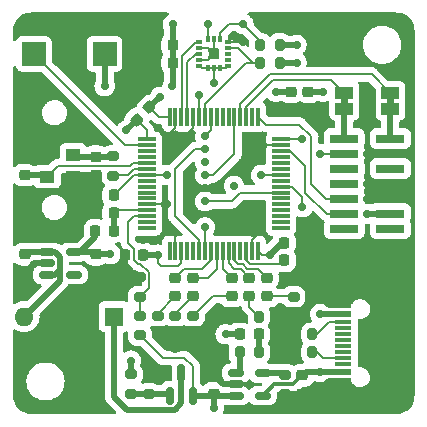
<source format=gbr>
%TF.GenerationSoftware,KiCad,Pcbnew,(6.0.4)*%
%TF.CreationDate,2023-08-29T14:34:22+02:00*%
%TF.ProjectId,big_black_box_pcb_cad,6269675f-626c-4616-936b-5f626f785f70,rev?*%
%TF.SameCoordinates,Original*%
%TF.FileFunction,Copper,L1,Top*%
%TF.FilePolarity,Positive*%
%FSLAX46Y46*%
G04 Gerber Fmt 4.6, Leading zero omitted, Abs format (unit mm)*
G04 Created by KiCad (PCBNEW (6.0.4)) date 2023-08-29 14:34:22*
%MOMM*%
%LPD*%
G01*
G04 APERTURE LIST*
G04 Aperture macros list*
%AMRoundRect*
0 Rectangle with rounded corners*
0 $1 Rounding radius*
0 $2 $3 $4 $5 $6 $7 $8 $9 X,Y pos of 4 corners*
0 Add a 4 corners polygon primitive as box body*
4,1,4,$2,$3,$4,$5,$6,$7,$8,$9,$2,$3,0*
0 Add four circle primitives for the rounded corners*
1,1,$1+$1,$2,$3*
1,1,$1+$1,$4,$5*
1,1,$1+$1,$6,$7*
1,1,$1+$1,$8,$9*
0 Add four rect primitives between the rounded corners*
20,1,$1+$1,$2,$3,$4,$5,0*
20,1,$1+$1,$4,$5,$6,$7,0*
20,1,$1+$1,$6,$7,$8,$9,0*
20,1,$1+$1,$8,$9,$2,$3,0*%
G04 Aperture macros list end*
%TA.AperFunction,SMDPad,CuDef*%
%ADD10RoundRect,0.075000X-0.700000X-0.075000X0.700000X-0.075000X0.700000X0.075000X-0.700000X0.075000X0*%
%TD*%
%TA.AperFunction,SMDPad,CuDef*%
%ADD11RoundRect,0.075000X-0.075000X-0.700000X0.075000X-0.700000X0.075000X0.700000X-0.075000X0.700000X0*%
%TD*%
%TA.AperFunction,SMDPad,CuDef*%
%ADD12RoundRect,0.225000X-0.250000X0.225000X-0.250000X-0.225000X0.250000X-0.225000X0.250000X0.225000X0*%
%TD*%
%TA.AperFunction,SMDPad,CuDef*%
%ADD13R,1.500000X1.000000*%
%TD*%
%TA.AperFunction,SMDPad,CuDef*%
%ADD14RoundRect,0.200000X-0.275000X0.200000X-0.275000X-0.200000X0.275000X-0.200000X0.275000X0.200000X0*%
%TD*%
%TA.AperFunction,SMDPad,CuDef*%
%ADD15RoundRect,0.150000X0.150000X-0.587500X0.150000X0.587500X-0.150000X0.587500X-0.150000X-0.587500X0*%
%TD*%
%TA.AperFunction,SMDPad,CuDef*%
%ADD16RoundRect,0.225000X0.225000X0.250000X-0.225000X0.250000X-0.225000X-0.250000X0.225000X-0.250000X0*%
%TD*%
%TA.AperFunction,SMDPad,CuDef*%
%ADD17RoundRect,0.225000X0.335876X0.017678X0.017678X0.335876X-0.335876X-0.017678X-0.017678X-0.335876X0*%
%TD*%
%TA.AperFunction,SMDPad,CuDef*%
%ADD18RoundRect,0.200000X0.200000X0.275000X-0.200000X0.275000X-0.200000X-0.275000X0.200000X-0.275000X0*%
%TD*%
%TA.AperFunction,SMDPad,CuDef*%
%ADD19RoundRect,0.200000X0.275000X-0.200000X0.275000X0.200000X-0.275000X0.200000X-0.275000X-0.200000X0*%
%TD*%
%TA.AperFunction,SMDPad,CuDef*%
%ADD20RoundRect,0.218750X0.256250X-0.218750X0.256250X0.218750X-0.256250X0.218750X-0.256250X-0.218750X0*%
%TD*%
%TA.AperFunction,SMDPad,CuDef*%
%ADD21RoundRect,0.087500X0.187500X0.087500X-0.187500X0.087500X-0.187500X-0.087500X0.187500X-0.087500X0*%
%TD*%
%TA.AperFunction,SMDPad,CuDef*%
%ADD22RoundRect,0.087500X0.087500X0.187500X-0.087500X0.187500X-0.087500X-0.187500X0.087500X-0.187500X0*%
%TD*%
%TA.AperFunction,ComponentPad*%
%ADD23R,1.600000X1.600000*%
%TD*%
%TA.AperFunction,ComponentPad*%
%ADD24O,1.600000X1.600000*%
%TD*%
%TA.AperFunction,SMDPad,CuDef*%
%ADD25RoundRect,0.150000X-0.512500X-0.150000X0.512500X-0.150000X0.512500X0.150000X-0.512500X0.150000X0*%
%TD*%
%TA.AperFunction,SMDPad,CuDef*%
%ADD26RoundRect,0.218750X-0.218750X-0.256250X0.218750X-0.256250X0.218750X0.256250X-0.218750X0.256250X0*%
%TD*%
%TA.AperFunction,SMDPad,CuDef*%
%ADD27RoundRect,0.218750X0.218750X0.256250X-0.218750X0.256250X-0.218750X-0.256250X0.218750X-0.256250X0*%
%TD*%
%TA.AperFunction,ComponentPad*%
%ADD28O,2.100000X1.000000*%
%TD*%
%TA.AperFunction,ComponentPad*%
%ADD29O,1.600000X1.000000*%
%TD*%
%TA.AperFunction,SMDPad,CuDef*%
%ADD30R,1.450000X0.600000*%
%TD*%
%TA.AperFunction,SMDPad,CuDef*%
%ADD31R,1.450000X0.300000*%
%TD*%
%TA.AperFunction,SMDPad,CuDef*%
%ADD32R,2.000000X2.000000*%
%TD*%
%TA.AperFunction,SMDPad,CuDef*%
%ADD33R,2.400000X0.740000*%
%TD*%
%TA.AperFunction,SMDPad,CuDef*%
%ADD34RoundRect,0.225000X0.250000X-0.225000X0.250000X0.225000X-0.250000X0.225000X-0.250000X-0.225000X0*%
%TD*%
%TA.AperFunction,SMDPad,CuDef*%
%ADD35RoundRect,0.200000X-0.200000X-0.275000X0.200000X-0.275000X0.200000X0.275000X-0.200000X0.275000X0*%
%TD*%
%TA.AperFunction,SMDPad,CuDef*%
%ADD36R,1.300000X1.000000*%
%TD*%
%TA.AperFunction,SMDPad,CuDef*%
%ADD37RoundRect,0.225000X-0.225000X-0.250000X0.225000X-0.250000X0.225000X0.250000X-0.225000X0.250000X0*%
%TD*%
%TA.AperFunction,ViaPad*%
%ADD38C,0.700000*%
%TD*%
%TA.AperFunction,ViaPad*%
%ADD39C,0.800000*%
%TD*%
%TA.AperFunction,Conductor*%
%ADD40C,0.200000*%
%TD*%
%TA.AperFunction,Conductor*%
%ADD41C,0.500000*%
%TD*%
%TA.AperFunction,Conductor*%
%ADD42C,0.300000*%
%TD*%
G04 APERTURE END LIST*
%TO.C,JP102*%
G36*
X167850000Y-88250000D02*
G01*
X167250000Y-88250000D01*
X167250000Y-87750000D01*
X167850000Y-87750000D01*
X167850000Y-88250000D01*
G37*
%TO.C,JP101*%
G36*
X171750000Y-88250000D02*
G01*
X171150000Y-88250000D01*
X171150000Y-87750000D01*
X171750000Y-87750000D01*
X171750000Y-88250000D01*
G37*
%TD*%
D10*
%TO.P,U101,1,VBAT*%
%TO.N,MCU_VBAT*%
X150825000Y-91250000D03*
%TO.P,U101,2,PC13*%
%TO.N,USER_BTN_IRQ*%
X150825000Y-91750000D03*
%TO.P,U101,3,PC14*%
%TO.N,unconnected-(U101-Pad3)*%
X150825000Y-92250000D03*
%TO.P,U101,4,PC15*%
%TO.N,unconnected-(U101-Pad4)*%
X150825000Y-92750000D03*
%TO.P,U101,5,PH0*%
%TO.N,Net-(C105-Pad1)*%
X150825000Y-93250000D03*
%TO.P,U101,6,PH1*%
%TO.N,Net-(R105-Pad1)*%
X150825000Y-93750000D03*
%TO.P,U101,7,NRST*%
%TO.N,JTAG_NRST*%
X150825000Y-94250000D03*
%TO.P,U101,8,PC0*%
%TO.N,unconnected-(U101-Pad8)*%
X150825000Y-94750000D03*
%TO.P,U101,9,PC1*%
%TO.N,unconnected-(U101-Pad9)*%
X150825000Y-95250000D03*
%TO.P,U101,10,PC2*%
%TO.N,unconnected-(U101-Pad10)*%
X150825000Y-95750000D03*
%TO.P,U101,11,PC3*%
%TO.N,unconnected-(U101-Pad11)*%
X150825000Y-96250000D03*
%TO.P,U101,12,VSSA*%
%TO.N,GND*%
X150825000Y-96750000D03*
%TO.P,U101,13,VDDA*%
%TO.N,MCU_VREF+*%
X150825000Y-97250000D03*
%TO.P,U101,14,PA0*%
%TO.N,BAT_SENSE*%
X150825000Y-97750000D03*
%TO.P,U101,15,PA1*%
%TO.N,unconnected-(U101-Pad15)*%
X150825000Y-98250000D03*
%TO.P,U101,16,PA2*%
%TO.N,unconnected-(U101-Pad16)*%
X150825000Y-98750000D03*
D11*
%TO.P,U101,17,PA3*%
%TO.N,unconnected-(U101-Pad17)*%
X152750000Y-100675000D03*
%TO.P,U101,18,VSS*%
%TO.N,GND*%
X153250000Y-100675000D03*
%TO.P,U101,19,VDD*%
%TO.N,MCU_VBAT*%
X153750000Y-100675000D03*
%TO.P,U101,20,PA4*%
%TO.N,unconnected-(U101-Pad20)*%
X154250000Y-100675000D03*
%TO.P,U101,21,PA5*%
%TO.N,unconnected-(U101-Pad21)*%
X154750000Y-100675000D03*
%TO.P,U101,22,PA6*%
%TO.N,SD_CMD*%
X155250000Y-100675000D03*
%TO.P,U101,23,PA7*%
%TO.N,SD_CD*%
X155750000Y-100675000D03*
%TO.P,U101,24,PC4*%
%TO.N,LED_1*%
X156250000Y-100675000D03*
%TO.P,U101,25,PC5*%
%TO.N,LED_2*%
X156750000Y-100675000D03*
%TO.P,U101,26,PB0*%
%TO.N,LED_3*%
X157250000Y-100675000D03*
%TO.P,U101,27,PB1*%
%TO.N,LED_4*%
X157750000Y-100675000D03*
%TO.P,U101,28,PB2*%
%TO.N,LED_5*%
X158250000Y-100675000D03*
%TO.P,U101,29,PB10*%
%TO.N,unconnected-(U101-Pad29)*%
X158750000Y-100675000D03*
%TO.P,U101,30,VCAP_1*%
%TO.N,Net-(C103-Pad2)*%
X159250000Y-100675000D03*
%TO.P,U101,31,VSS*%
%TO.N,GND*%
X159750000Y-100675000D03*
%TO.P,U101,32,VDD*%
%TO.N,MCU_VBAT*%
X160250000Y-100675000D03*
D10*
%TO.P,U101,33,PB12*%
%TO.N,unconnected-(U101-Pad33)*%
X162175000Y-98750000D03*
%TO.P,U101,34,PB13*%
%TO.N,unconnected-(U101-Pad34)*%
X162175000Y-98250000D03*
%TO.P,U101,35,PB14*%
%TO.N,unconnected-(U101-Pad35)*%
X162175000Y-97750000D03*
%TO.P,U101,36,PB15*%
%TO.N,unconnected-(U101-Pad36)*%
X162175000Y-97250000D03*
%TO.P,U101,37,PC6*%
%TO.N,unconnected-(U101-Pad37)*%
X162175000Y-96750000D03*
%TO.P,U101,38,PC7*%
%TO.N,unconnected-(U101-Pad38)*%
X162175000Y-96250000D03*
%TO.P,U101,39,PC8*%
%TO.N,SD_D0*%
X162175000Y-95750000D03*
%TO.P,U101,40,PC9*%
%TO.N,SD_D1*%
X162175000Y-95250000D03*
%TO.P,U101,41,PA8*%
%TO.N,unconnected-(U101-Pad41)*%
X162175000Y-94750000D03*
%TO.P,U101,42,PA9*%
%TO.N,SD_D2*%
X162175000Y-94250000D03*
%TO.P,U101,43,PA10*%
%TO.N,unconnected-(U101-Pad43)*%
X162175000Y-93750000D03*
%TO.P,U101,44,PA11*%
%TO.N,unconnected-(U101-Pad44)*%
X162175000Y-93250000D03*
%TO.P,U101,45,PA12*%
%TO.N,unconnected-(U101-Pad45)*%
X162175000Y-92750000D03*
%TO.P,U101,46,PA13*%
%TO.N,JTAG_SWDIO*%
X162175000Y-92250000D03*
%TO.P,U101,47,VSS*%
%TO.N,GND*%
X162175000Y-91750000D03*
%TO.P,U101,48,VDD*%
%TO.N,MCU_VBAT*%
X162175000Y-91250000D03*
D11*
%TO.P,U101,49,PA14*%
%TO.N,JTAG_SWCLK*%
X160250000Y-89325000D03*
%TO.P,U101,50,PA15*%
%TO.N,unconnected-(U101-Pad50)*%
X159750000Y-89325000D03*
%TO.P,U101,51,PC10*%
%TO.N,JTAG_UART_TX*%
X159250000Y-89325000D03*
%TO.P,U101,52,PC11*%
%TO.N,JTAG_UART_RX*%
X158750000Y-89325000D03*
%TO.P,U101,53,PC12*%
%TO.N,SD_CLK*%
X158250000Y-89325000D03*
%TO.P,U101,54,PD2*%
%TO.N,unconnected-(U101-Pad54)*%
X157750000Y-89325000D03*
%TO.P,U101,55,PB3*%
%TO.N,unconnected-(U101-Pad55)*%
X157250000Y-89325000D03*
%TO.P,U101,56,PB4*%
%TO.N,unconnected-(U101-Pad56)*%
X156750000Y-89325000D03*
%TO.P,U101,57,PB5*%
%TO.N,SD_D3*%
X156250000Y-89325000D03*
%TO.P,U101,58,PB6*%
%TO.N,GYRO_SCL*%
X155750000Y-89325000D03*
%TO.P,U101,59,PB7*%
%TO.N,GYRO_SDA*%
X155250000Y-89325000D03*
%TO.P,U101,60,BOOT0*%
%TO.N,GND*%
X154750000Y-89325000D03*
%TO.P,U101,61,PB8*%
%TO.N,GYRO_IRQ1*%
X154250000Y-89325000D03*
%TO.P,U101,62,PB9*%
%TO.N,GYRO_IRQ2*%
X153750000Y-89325000D03*
%TO.P,U101,63,VSS*%
%TO.N,GND*%
X153250000Y-89325000D03*
%TO.P,U101,64,VDD*%
%TO.N,MCU_VBAT*%
X152750000Y-89325000D03*
%TD*%
D12*
%TO.P,C111,1*%
%TO.N,MCU_VBAT*%
X164499999Y-87225000D03*
%TO.P,C111,2*%
%TO.N,GND*%
X164499999Y-88775000D03*
%TD*%
D13*
%TO.P,JP102,1,A*%
%TO.N,Net-(J102-Pad14)*%
X167550000Y-88650000D03*
%TO.P,JP102,2,B*%
%TO.N,JTAG_UART_TX*%
X167550000Y-87350000D03*
%TD*%
D14*
%TO.P,R116,1*%
%TO.N,+5V*%
X149500000Y-111155000D03*
%TO.P,R116,2*%
%TO.N,Net-(Q101-Pad1)*%
X149500000Y-112805000D03*
%TD*%
D15*
%TO.P,Q101,1,G*%
%TO.N,Net-(Q101-Pad1)*%
X152800000Y-112937500D03*
%TO.P,Q101,2,S*%
%TO.N,CEL+*%
X154700000Y-112937500D03*
%TO.P,Q101,3,D*%
%TO.N,Net-(Q101-Pad3)*%
X153750000Y-111062500D03*
%TD*%
D12*
%TO.P,C116,1*%
%TO.N,+5V*%
X164000000Y-111225000D03*
%TO.P,C116,2*%
%TO.N,GND*%
X164000000Y-112775000D03*
%TD*%
D16*
%TO.P,C112,1*%
%TO.N,MCU_VREF+*%
X148025000Y-97490000D03*
%TO.P,C112,2*%
%TO.N,GND*%
X146475000Y-97490000D03*
%TD*%
D17*
%TO.P,C113,1*%
%TO.N,MCU_VBAT*%
X151048008Y-88548008D03*
%TO.P,C113,2*%
%TO.N,GND*%
X149951992Y-87451992D03*
%TD*%
D18*
%TO.P,R104,1*%
%TO.N,MCU_VBAT*%
X162075000Y-84750000D03*
%TO.P,R104,2*%
%TO.N,GYRO_SCL*%
X160425000Y-84750000D03*
%TD*%
D19*
%TO.P,R114,1*%
%TO.N,CEL+*%
X150250000Y-107825000D03*
%TO.P,R114,2*%
%TO.N,BAT_SENSE*%
X150250000Y-106175000D03*
%TD*%
D16*
%TO.P,C104,1*%
%TO.N,JTAG_NRST*%
X148025000Y-96000000D03*
%TO.P,C104,2*%
%TO.N,GND*%
X146475000Y-96000000D03*
%TD*%
D12*
%TO.P,C114,1*%
%TO.N,VBAT*%
X140500000Y-100975000D03*
%TO.P,C114,2*%
%TO.N,GND*%
X140500000Y-102525000D03*
%TD*%
D19*
%TO.P,R115,1*%
%TO.N,BAT_SENSE*%
X150250000Y-104575000D03*
%TO.P,R115,2*%
%TO.N,GND*%
X150250000Y-102925000D03*
%TD*%
D14*
%TO.P,R107,1*%
%TO.N,Net-(R107-Pad1)*%
X162500000Y-111175000D03*
%TO.P,R107,2*%
%TO.N,GND*%
X162500000Y-112825000D03*
%TD*%
D20*
%TO.P,D102,1,K*%
%TO.N,Net-(D102-Pad1)*%
X153250000Y-104537500D03*
%TO.P,D102,2,A*%
%TO.N,LED_1*%
X153250000Y-102962500D03*
%TD*%
D21*
%TO.P,U102,1,VDD_IO*%
%TO.N,MCU_VBAT*%
X157725000Y-85000000D03*
%TO.P,U102,2,NC*%
%TO.N,unconnected-(U102-Pad2)*%
X157725000Y-84500000D03*
%TO.P,U102,3,NC*%
%TO.N,unconnected-(U102-Pad3)*%
X157725000Y-84000000D03*
%TO.P,U102,4,SCL_SPC*%
%TO.N,GYRO_SCL*%
X157725000Y-83500000D03*
%TO.P,U102,5,GND*%
%TO.N,GND*%
X157725000Y-83000000D03*
D22*
%TO.P,U102,6,SDA/SDI/SDO*%
%TO.N,GYRO_SDA*%
X157000000Y-82775000D03*
%TO.P,U102,7,SDO/SA0*%
%TO.N,GND*%
X156500000Y-82775000D03*
%TO.P,U102,8,CS*%
%TO.N,MCU_VBAT*%
X156000000Y-82775000D03*
D21*
%TO.P,U102,9,INT2*%
%TO.N,GYRO_IRQ2*%
X155275000Y-83000000D03*
%TO.P,U102,10,RES*%
%TO.N,GND*%
X155275000Y-83500000D03*
%TO.P,U102,11,INT1*%
%TO.N,GYRO_IRQ1*%
X155275000Y-84000000D03*
%TO.P,U102,12,GND*%
%TO.N,GND*%
X155275000Y-84500000D03*
%TO.P,U102,13,ADC3*%
%TO.N,MCU_VBAT*%
X155275000Y-85000000D03*
D22*
%TO.P,U102,14,VDD*%
X156000000Y-85225000D03*
%TO.P,U102,15,ADC2*%
X156500000Y-85225000D03*
%TO.P,U102,16,ADC1*%
X157000000Y-85225000D03*
%TD*%
D19*
%TO.P,R105,1*%
%TO.N,Net-(R105-Pad1)*%
X148000000Y-94325000D03*
%TO.P,R105,2*%
%TO.N,Net-(C106-Pad1)*%
X148000000Y-92675000D03*
%TD*%
D16*
%TO.P,C103,1*%
%TO.N,GND*%
X164025000Y-101500000D03*
%TO.P,C103,2*%
%TO.N,Net-(C103-Pad2)*%
X162475000Y-101500000D03*
%TD*%
D23*
%TO.P,SW102,1*%
%TO.N,Net-(Q101-Pad3)*%
X148050000Y-106250000D03*
D24*
%TO.P,SW102,2*%
%TO.N,VBAT*%
X140430000Y-106250000D03*
%TD*%
D25*
%TO.P,U103,1,VIN*%
%TO.N,VBAT*%
X142362500Y-100800000D03*
%TO.P,U103,2,GND*%
%TO.N,GND*%
X142362500Y-101750000D03*
%TO.P,U103,3,~{SHDN}*%
%TO.N,VBAT*%
X142362500Y-102700000D03*
%TO.P,U103,4,NC*%
%TO.N,unconnected-(U103-Pad4)*%
X144637500Y-102700000D03*
%TO.P,U103,5,VOUT*%
%TO.N,MCU_VBAT*%
X144637500Y-100800000D03*
%TD*%
D20*
%TO.P,D104,1,K*%
%TO.N,Net-(D104-Pad1)*%
X158000000Y-104537500D03*
%TO.P,D104,2,A*%
%TO.N,LED_3*%
X158000000Y-102962500D03*
%TD*%
%TO.P,D106,1,K*%
%TO.N,Net-(D106-Pad1)*%
X161000000Y-104537500D03*
%TO.P,D106,2,A*%
%TO.N,LED_5*%
X161000000Y-102962500D03*
%TD*%
D18*
%TO.P,R102,1*%
%TO.N,/CC2*%
X164825000Y-107750000D03*
%TO.P,R102,2*%
%TO.N,GND*%
X163175000Y-107750000D03*
%TD*%
D12*
%TO.P,C115,1*%
%TO.N,MCU_VBAT*%
X146500000Y-100975000D03*
%TO.P,C115,2*%
%TO.N,GND*%
X146500000Y-102525000D03*
%TD*%
D18*
%TO.P,R103,1*%
%TO.N,MCU_VBAT*%
X162075000Y-83250000D03*
%TO.P,R103,2*%
%TO.N,GYRO_SDA*%
X160425000Y-83250000D03*
%TD*%
D16*
%TO.P,C110,1*%
%TO.N,MCU_VBAT*%
X150525000Y-101000000D03*
%TO.P,C110,2*%
%TO.N,GND*%
X148975000Y-101000000D03*
%TD*%
D26*
%TO.P,FB101,1*%
%TO.N,MCU_VBAT*%
X146462500Y-99000000D03*
%TO.P,FB101,2*%
%TO.N,MCU_VREF+*%
X148037500Y-99000000D03*
%TD*%
D20*
%TO.P,D105,1,K*%
%TO.N,Net-(D105-Pad1)*%
X159500000Y-104537500D03*
%TO.P,D105,2,A*%
%TO.N,LED_4*%
X159500000Y-102962500D03*
%TD*%
D27*
%TO.P,D101,1,K*%
%TO.N,Net-(D101-Pad1)*%
X160287500Y-107750000D03*
%TO.P,D101,2,A*%
%TO.N,+5V*%
X158712500Y-107750000D03*
%TD*%
D25*
%TO.P,U104,1,STAT*%
%TO.N,Net-(R108-Pad1)*%
X158362500Y-111050000D03*
%TO.P,U104,2,VSS*%
%TO.N,GND*%
X158362500Y-112000000D03*
%TO.P,U104,3,VBAT*%
%TO.N,CEL+*%
X158362500Y-112950000D03*
%TO.P,U104,4,VDD*%
%TO.N,+5V*%
X160637500Y-112950000D03*
%TO.P,U104,5,PROG*%
%TO.N,Net-(R107-Pad1)*%
X160637500Y-111050000D03*
%TD*%
D14*
%TO.P,R109,1*%
%TO.N,Net-(D102-Pad1)*%
X151750000Y-106175000D03*
%TO.P,R109,2*%
%TO.N,GND*%
X151750000Y-107825000D03*
%TD*%
D19*
%TO.P,R106,1*%
%TO.N,Net-(Q101-Pad1)*%
X151000000Y-112805000D03*
%TO.P,R106,2*%
%TO.N,GND*%
X151000000Y-111155000D03*
%TD*%
D28*
%TO.P,J101,S1,SHIELD*%
%TO.N,GND*%
X168370000Y-112820000D03*
D29*
X172550000Y-112820000D03*
D28*
X168370000Y-104180000D03*
D29*
X172550000Y-104180000D03*
D30*
%TO.P,J101,B12,GND*%
X167455000Y-111750000D03*
%TO.P,J101,B9,VBUS*%
%TO.N,+5V*%
X167455000Y-110950000D03*
D31*
%TO.P,J101,B8,SBU2*%
%TO.N,unconnected-(J101-PadB8)*%
X167455000Y-110250000D03*
%TO.P,J101,B7,D-*%
%TO.N,unconnected-(J101-PadB7)*%
X167455000Y-109250000D03*
%TO.P,J101,B6,D+*%
%TO.N,unconnected-(J101-PadB6)*%
X167455000Y-107750000D03*
%TO.P,J101,B5,CC2*%
%TO.N,/CC2*%
X167455000Y-106750000D03*
D30*
%TO.P,J101,B4,VBUS*%
%TO.N,+5V*%
X167455000Y-106050000D03*
%TO.P,J101,B1,GND*%
%TO.N,GND*%
X167455000Y-105250000D03*
%TO.P,J101,A12,GND*%
X167455000Y-105250000D03*
%TO.P,J101,A9,VBUS*%
%TO.N,+5V*%
X167455000Y-106050000D03*
D31*
%TO.P,J101,A8,SBU1*%
%TO.N,unconnected-(J101-PadA8)*%
X167455000Y-107250000D03*
%TO.P,J101,A7,D-*%
%TO.N,unconnected-(J101-PadA7)*%
X167455000Y-108250000D03*
%TO.P,J101,A6,D+*%
%TO.N,unconnected-(J101-PadA6)*%
X167455000Y-108750000D03*
%TO.P,J101,A5,CC1*%
%TO.N,/CC1*%
X167455000Y-109750000D03*
D30*
%TO.P,J101,A4,VBUS*%
%TO.N,+5V*%
X167455000Y-110950000D03*
%TO.P,J101,A1,GND*%
%TO.N,GND*%
X167455000Y-111750000D03*
%TD*%
D32*
%TO.P,SW101,1,1*%
%TO.N,USER_BTN_IRQ*%
X141250000Y-84000000D03*
%TO.P,SW101,2,2*%
%TO.N,MCU_VBAT*%
X147250000Y-84000000D03*
%TD*%
D33*
%TO.P,J102,1,Pin_1*%
%TO.N,unconnected-(J102-Pad1)*%
X171450000Y-98810000D03*
%TO.P,J102,2,Pin_2*%
%TO.N,unconnected-(J102-Pad2)*%
X167550000Y-98810000D03*
%TO.P,J102,3,Pin_3*%
%TO.N,MCU_VBAT*%
X171450000Y-97540000D03*
%TO.P,J102,4,Pin_4*%
%TO.N,JTAG_SWDIO*%
X167550000Y-97540000D03*
%TO.P,J102,5,Pin_5*%
%TO.N,GND*%
X171450000Y-96270000D03*
%TO.P,J102,6,Pin_6*%
%TO.N,JTAG_SWCLK*%
X167550000Y-96270000D03*
%TO.P,J102,7,Pin_7*%
%TO.N,GND*%
X171450000Y-95000000D03*
%TO.P,J102,8,Pin_8*%
%TO.N,unconnected-(J102-Pad8)*%
X167550000Y-95000000D03*
%TO.P,J102,9,Pin_9*%
%TO.N,unconnected-(J102-Pad9)*%
X171450000Y-93730000D03*
%TO.P,J102,10,Pin_10*%
%TO.N,unconnected-(J102-Pad10)*%
X167550000Y-93730000D03*
%TO.P,J102,11,Pin_11*%
%TO.N,GND*%
X171450000Y-92460000D03*
%TO.P,J102,12,Pin_12*%
%TO.N,JTAG_NRST*%
X167550000Y-92460000D03*
%TO.P,J102,13,Pin_13*%
%TO.N,Net-(J102-Pad13)*%
X171450000Y-91190000D03*
%TO.P,J102,14,Pin_14*%
%TO.N,Net-(J102-Pad14)*%
X167550000Y-91190000D03*
%TD*%
D34*
%TO.P,C117,1*%
%TO.N,CEL+*%
X156500000Y-112775000D03*
%TO.P,C117,2*%
%TO.N,GND*%
X156500000Y-111225000D03*
%TD*%
D35*
%TO.P,R108,1*%
%TO.N,Net-(R108-Pad1)*%
X158675000Y-109250000D03*
%TO.P,R108,2*%
%TO.N,Net-(D101-Pad1)*%
X160325000Y-109250000D03*
%TD*%
D14*
%TO.P,R111,1*%
%TO.N,Net-(D104-Pad1)*%
X154750000Y-106175000D03*
%TO.P,R111,2*%
%TO.N,GND*%
X154750000Y-107825000D03*
%TD*%
D36*
%TO.P,Y101,1,1*%
%TO.N,Net-(C106-Pad1)*%
X144600000Y-92600000D03*
%TO.P,Y101,2,2*%
%TO.N,GND*%
X142400000Y-92600000D03*
%TO.P,Y101,3,3*%
%TO.N,Net-(C105-Pad1)*%
X142400000Y-94400000D03*
%TO.P,Y101,4,4*%
%TO.N,GND*%
X144600000Y-94400000D03*
%TD*%
D17*
%TO.P,C109,1*%
%TO.N,MCU_VBAT*%
X149987348Y-89608668D03*
%TO.P,C109,2*%
%TO.N,GND*%
X148891332Y-88512652D03*
%TD*%
D16*
%TO.P,C101,1*%
%TO.N,MCU_VBAT*%
X153025000Y-84750000D03*
%TO.P,C101,2*%
%TO.N,GND*%
X151475000Y-84750000D03*
%TD*%
D14*
%TO.P,R110,1*%
%TO.N,Net-(D103-Pad1)*%
X153250000Y-106175000D03*
%TO.P,R110,2*%
%TO.N,GND*%
X153250000Y-107825000D03*
%TD*%
D18*
%TO.P,R101,1*%
%TO.N,/CC1*%
X164825000Y-109250000D03*
%TO.P,R101,2*%
%TO.N,GND*%
X163175000Y-109250000D03*
%TD*%
D12*
%TO.P,C106,1*%
%TO.N,Net-(C106-Pad1)*%
X146500000Y-92725000D03*
%TO.P,C106,2*%
%TO.N,GND*%
X146500000Y-94275000D03*
%TD*%
D34*
%TO.P,C105,1*%
%TO.N,Net-(C105-Pad1)*%
X140500000Y-94275000D03*
%TO.P,C105,2*%
%TO.N,GND*%
X140500000Y-92725000D03*
%TD*%
D16*
%TO.P,C102,1*%
%TO.N,MCU_VBAT*%
X153025000Y-83250000D03*
%TO.P,C102,2*%
%TO.N,GND*%
X151475000Y-83250000D03*
%TD*%
D20*
%TO.P,D103,1,K*%
%TO.N,Net-(D103-Pad1)*%
X154750000Y-104537500D03*
%TO.P,D103,2,A*%
%TO.N,LED_2*%
X154750000Y-102962500D03*
%TD*%
D12*
%TO.P,C108,1*%
%TO.N,MCU_VBAT*%
X163000000Y-87225000D03*
%TO.P,C108,2*%
%TO.N,GND*%
X163000000Y-88775000D03*
%TD*%
D37*
%TO.P,C107,1*%
%TO.N,MCU_VBAT*%
X162475000Y-100000000D03*
%TO.P,C107,2*%
%TO.N,GND*%
X164025000Y-100000000D03*
%TD*%
D13*
%TO.P,JP101,1,A*%
%TO.N,JTAG_UART_RX*%
X171450000Y-87350000D03*
%TO.P,JP101,2,B*%
%TO.N,Net-(J102-Pad13)*%
X171450000Y-88650000D03*
%TD*%
D19*
%TO.P,R113,1*%
%TO.N,Net-(D106-Pad1)*%
X163250000Y-104575000D03*
%TO.P,R113,2*%
%TO.N,GND*%
X163250000Y-102925000D03*
%TD*%
D18*
%TO.P,R112,1*%
%TO.N,Net-(D105-Pad1)*%
X160325000Y-106250000D03*
%TO.P,R112,2*%
%TO.N,GND*%
X158675000Y-106250000D03*
%TD*%
D38*
%TO.N,MCU_VBAT*%
X158200000Y-95200000D03*
%TO.N,SD_CD*%
X155750000Y-98700000D03*
%TO.N,SD_D0*%
X155750000Y-96500000D03*
%TO.N,GND*%
X155750000Y-95400000D03*
%TO.N,SD_CLK*%
X155750000Y-94300000D03*
%TO.N,MCU_VBAT*%
X155750000Y-93200000D03*
%TO.N,SD_CMD*%
X155750000Y-92100000D03*
%TO.N,SD_D3*%
X155750000Y-91000000D03*
%TO.N,SD_D2*%
X160500000Y-94250000D03*
%TO.N,SD_D1*%
X164000000Y-97000000D03*
%TO.N,GND*%
X160500000Y-91750000D03*
X169500000Y-96270000D03*
X153250000Y-109000000D03*
X148007449Y-89396537D03*
X150250000Y-83250000D03*
X152500000Y-98500000D03*
X161750000Y-88775000D03*
X150835877Y-86568109D03*
X165500000Y-101500000D03*
X144000000Y-96000000D03*
X150250000Y-84750000D03*
X157500000Y-106250000D03*
X165500000Y-112500000D03*
X143400000Y-83000000D03*
X143000000Y-91000000D03*
X165500000Y-104500000D03*
X145250000Y-96000000D03*
X145250000Y-97490000D03*
X163175000Y-106500000D03*
X156500000Y-110000000D03*
X165500000Y-102925000D03*
X151000000Y-109980000D03*
X143400000Y-98500000D03*
X150500000Y-99750000D03*
X160500000Y-99000000D03*
X140500000Y-103750000D03*
X152500000Y-91000000D03*
X165749999Y-88775000D03*
X165500000Y-100000000D03*
D39*
X165250000Y-114000000D03*
D38*
X159000000Y-83000000D03*
X147750000Y-102525000D03*
X156500000Y-84000000D03*
X169500000Y-92460000D03*
X169500000Y-95000000D03*
X152500000Y-96750000D03*
%TO.N,+5V*%
X157500000Y-107750000D03*
X165500000Y-106050000D03*
X165500000Y-110950000D03*
X149500000Y-109980000D03*
%TO.N,JTAG_NRST*%
X165500000Y-92460000D03*
X152500000Y-94250000D03*
%TO.N,GYRO_SDA*%
X155250000Y-87500000D03*
X159000000Y-81500000D03*
%TO.N,MCU_VBAT*%
X147250000Y-86750000D03*
X153025000Y-81500000D03*
X161749999Y-87225001D03*
X147750000Y-100975000D03*
X164000000Y-91250000D03*
X149103463Y-90492551D03*
X169500000Y-97540000D03*
X151931891Y-87664123D03*
X161250000Y-101000000D03*
X153000000Y-86750000D03*
X163500000Y-84750000D03*
X156000000Y-81500000D03*
X165749999Y-87225001D03*
X156500000Y-86500000D03*
X151750000Y-101000000D03*
X163500000Y-83250000D03*
%TO.N,CEL+*%
X156500000Y-114000000D03*
%TD*%
D40*
%TO.N,SD_CD*%
X155750000Y-98700000D02*
X155750000Y-100675000D01*
%TO.N,SD_CMD*%
X153250000Y-97750000D02*
X155250000Y-99750000D01*
X155250000Y-99750000D02*
X155250000Y-100675000D01*
%TO.N,SD_D2*%
X162175000Y-94250000D02*
X160500000Y-94250000D01*
%TO.N,BAT_SENSE*%
X149750000Y-100558217D02*
X149750000Y-101441783D01*
%TO.N,SD_CMD*%
X155750000Y-92100000D02*
X154900000Y-92100000D01*
X153250000Y-93750000D02*
X153250000Y-97750000D01*
X154900000Y-92100000D02*
X153250000Y-93750000D01*
%TO.N,SD_D1*%
X164000000Y-97000000D02*
X164000000Y-96125000D01*
%TO.N,SD_D0*%
X158000000Y-96500000D02*
X155750000Y-96500000D01*
X158750000Y-95750000D02*
X158000000Y-96500000D01*
%TO.N,SD_CLK*%
X155750000Y-94300000D02*
X155800000Y-94250000D01*
X155800000Y-94300000D02*
X156450000Y-94300000D01*
%TO.N,SD_D3*%
X155750000Y-91000000D02*
X156250000Y-90500000D01*
X156250000Y-90500000D02*
X156250000Y-89325000D01*
%TO.N,SD_D1*%
X164000000Y-96125000D02*
X163125000Y-95250000D01*
%TO.N,SD_D0*%
X162175000Y-95750000D02*
X158750000Y-95750000D01*
%TO.N,SD_CLK*%
X156450000Y-94300000D02*
X158250000Y-92500000D01*
X158250000Y-92500000D02*
X158250000Y-89325000D01*
%TO.N,SD_D1*%
X163125000Y-95250000D02*
X162175000Y-95250000D01*
D41*
%TO.N,GND*%
X142400000Y-92600000D02*
X142400000Y-91600000D01*
X167455000Y-111750000D02*
X166250000Y-111750000D01*
D40*
X153250000Y-100675000D02*
X153250000Y-99250000D01*
D41*
X153250000Y-109000000D02*
X153575000Y-109000000D01*
X149850000Y-102525000D02*
X150250000Y-102925000D01*
X165500000Y-102925000D02*
X163250000Y-102925000D01*
D40*
X154750000Y-89325000D02*
X154750000Y-90250000D01*
D41*
X148975000Y-101000000D02*
X148975000Y-101775000D01*
D40*
X153250000Y-89325000D02*
X153250000Y-90250000D01*
D41*
X148891331Y-88512652D02*
X148007449Y-89396537D01*
D40*
X159750000Y-99750000D02*
X160500000Y-99000000D01*
D41*
X141275000Y-101750000D02*
X140500000Y-102525000D01*
X152925000Y-109000000D02*
X151750000Y-107825000D01*
X163175000Y-107750000D02*
X163175000Y-106500000D01*
D40*
X154000000Y-91000000D02*
X152500000Y-91000000D01*
X155275000Y-84500000D02*
X156000000Y-84500000D01*
D41*
X165225000Y-112775000D02*
X165500000Y-112500000D01*
X171450000Y-95000000D02*
X169500000Y-95000000D01*
D40*
X156000000Y-83500000D02*
X156500000Y-84000000D01*
X154750000Y-90250000D02*
X154000000Y-91000000D01*
D41*
X156500000Y-111225000D02*
X156500000Y-110000000D01*
X165500000Y-100000000D02*
X164025000Y-100000000D01*
X148975000Y-101775000D02*
X148225000Y-102525000D01*
D40*
X159750000Y-100675000D02*
X159750000Y-99750000D01*
D41*
X166250000Y-111750000D02*
X165500000Y-112500000D01*
X151000000Y-109980000D02*
X151000000Y-111155000D01*
X158362500Y-112000000D02*
X157275000Y-112000000D01*
X161750000Y-88775000D02*
X162999999Y-88775001D01*
X146500000Y-94275000D02*
X144725000Y-94275000D01*
X165500000Y-101500000D02*
X164025000Y-101500000D01*
D40*
X162175000Y-91750000D02*
X160500000Y-91750000D01*
X159000000Y-83000000D02*
X157725000Y-83000000D01*
D41*
X144600000Y-94400000D02*
X144600000Y-95400000D01*
X149951992Y-87451991D02*
X150835877Y-86568109D01*
X148225000Y-102525000D02*
X147750000Y-102525000D01*
X167455000Y-105250000D02*
X166250000Y-105250000D01*
X144600000Y-95400000D02*
X144000000Y-96000000D01*
D40*
X155275000Y-83500000D02*
X156000000Y-83500000D01*
D41*
X171450000Y-92460000D02*
X169500000Y-92460000D01*
D40*
X156500000Y-82775000D02*
X156500000Y-84000000D01*
D41*
X153250000Y-109000000D02*
X152925000Y-109000000D01*
X153575000Y-109000000D02*
X154750000Y-107825000D01*
X157275000Y-112000000D02*
X156500000Y-111225000D01*
X171450000Y-96270000D02*
X169500000Y-96270000D01*
X151475000Y-83250000D02*
X150250000Y-83250000D01*
X147750000Y-102525000D02*
X149850000Y-102525000D01*
X164499999Y-88775001D02*
X165749999Y-88775000D01*
X142362500Y-101750000D02*
X141275000Y-101750000D01*
D40*
X153250000Y-90250000D02*
X152500000Y-91000000D01*
D41*
X164000000Y-112775000D02*
X162550000Y-112775000D01*
X146475000Y-96000000D02*
X145250000Y-96000000D01*
X147750000Y-102525000D02*
X146500000Y-102525000D01*
X163175000Y-109250000D02*
X163175000Y-107750000D01*
D40*
X150825000Y-96750000D02*
X152500000Y-96750000D01*
D41*
X140500000Y-92725000D02*
X142275000Y-92725000D01*
X153250000Y-107825000D02*
X153250000Y-109000000D01*
X142400000Y-91600000D02*
X143000000Y-91000000D01*
D40*
X153250000Y-99250000D02*
X152500000Y-98500000D01*
X156000000Y-84500000D02*
X156500000Y-84000000D01*
D41*
X158675000Y-106250000D02*
X157500000Y-106250000D01*
X166250000Y-105250000D02*
X165500000Y-104500000D01*
X151475000Y-84750000D02*
X150250000Y-84750000D01*
X146475000Y-97490000D02*
X145250000Y-97490000D01*
X164000000Y-112775000D02*
X165225000Y-112775000D01*
X140500000Y-103750000D02*
X140500000Y-102525000D01*
%TO.N,+5V*%
X158712500Y-107750000D02*
X157500000Y-107750000D01*
X149500000Y-111155000D02*
X149500000Y-109980000D01*
X167455000Y-110950000D02*
X165500000Y-110950000D01*
D42*
X161587500Y-112000000D02*
X160637500Y-112950000D01*
D41*
X164275000Y-110950000D02*
X164000000Y-111225000D01*
D42*
X164000000Y-111225000D02*
X163225000Y-112000000D01*
D41*
X167455000Y-106050000D02*
X165500000Y-106050000D01*
D42*
X163225000Y-112000000D02*
X161587500Y-112000000D01*
D41*
X165500000Y-110950000D02*
X164275000Y-110950000D01*
D40*
%TO.N,/CC1*%
X165750000Y-109750000D02*
X165250000Y-109250000D01*
X165250000Y-109250000D02*
X164825000Y-109250000D01*
X167455000Y-109750000D02*
X165750000Y-109750000D01*
%TO.N,/CC2*%
X167455000Y-106750000D02*
X166250000Y-106750000D01*
X166250000Y-106750000D02*
X165250000Y-107750000D01*
X165250000Y-107750000D02*
X164825000Y-107750000D01*
%TO.N,JTAG_SWDIO*%
X164250000Y-95750000D02*
X166040000Y-97540000D01*
X166040000Y-97540000D02*
X167550000Y-97540000D01*
X162175000Y-92250000D02*
X162979651Y-92250000D01*
X164250000Y-93520349D02*
X164250000Y-95750000D01*
X162979651Y-92250000D02*
X164250000Y-93520349D01*
%TO.N,JTAG_SWCLK*%
X160250000Y-89325000D02*
X160925000Y-90000000D01*
X163750000Y-90000000D02*
X164750000Y-91000000D01*
X166020000Y-96270000D02*
X167550000Y-96270000D01*
X164750000Y-95000000D02*
X166020000Y-96270000D01*
X164750000Y-91000000D02*
X164750000Y-95000000D01*
X160925000Y-90000000D02*
X163750000Y-90000000D01*
%TO.N,JTAG_NRST*%
X152500000Y-94250000D02*
X150825000Y-94250000D01*
X167550000Y-92460000D02*
X165500000Y-92460000D01*
X148025000Y-96000000D02*
X149775000Y-94250000D01*
X149775000Y-94250000D02*
X150825000Y-94250000D01*
%TO.N,JTAG_UART_RX*%
X169850000Y-85750000D02*
X161250000Y-85750000D01*
X158750000Y-88250000D02*
X158750000Y-89325000D01*
X171450000Y-87350000D02*
X169850000Y-85750000D01*
X161250000Y-85750000D02*
X158750000Y-88250000D01*
%TO.N,JTAG_UART_TX*%
X166450000Y-86250000D02*
X167550000Y-87350000D01*
X159250000Y-88520349D02*
X161520349Y-86250000D01*
X161520349Y-86250000D02*
X166450000Y-86250000D01*
X159250000Y-89325000D02*
X159250000Y-88520349D01*
%TO.N,GYRO_SDA*%
X157750000Y-81500000D02*
X157000000Y-82250000D01*
X157000000Y-82250000D02*
X157000000Y-82775000D01*
X160425000Y-82925000D02*
X159000000Y-81500000D01*
X159000000Y-81500000D02*
X157750000Y-81500000D01*
X155250000Y-89325000D02*
X155250000Y-87500000D01*
%TO.N,GYRO_SCL*%
X158581452Y-83500000D02*
X159831452Y-84750000D01*
X159250000Y-84750000D02*
X160425000Y-84750000D01*
X155750000Y-88250000D02*
X159250000Y-84750000D01*
X159831452Y-84750000D02*
X160425000Y-84750000D01*
X155750000Y-89325000D02*
X155750000Y-88250000D01*
X157725000Y-83500000D02*
X158581452Y-83500000D01*
%TO.N,GYRO_IRQ2*%
X154952672Y-83000000D02*
X153774520Y-84178152D01*
X153774520Y-84178152D02*
X153774520Y-89300480D01*
X155275000Y-83000000D02*
X154952672Y-83000000D01*
%TO.N,GYRO_IRQ1*%
X154250000Y-89325000D02*
X154250000Y-84702672D01*
X154952672Y-84000000D02*
X155275000Y-84000000D01*
X154250000Y-84702672D02*
X154952672Y-84000000D01*
%TO.N,Net-(C103-Pad2)*%
X159250000Y-101479651D02*
X159596309Y-101825960D01*
X159596309Y-101825960D02*
X162149040Y-101825960D01*
X159250000Y-100675000D02*
X159250000Y-101479651D01*
X162149040Y-101825960D02*
X162475000Y-101500000D01*
%TO.N,Net-(C105-Pad1)*%
X143300000Y-93500000D02*
X149394988Y-93500000D01*
X142400000Y-94400000D02*
X143300000Y-93500000D01*
X149394988Y-93500000D02*
X149644988Y-93250000D01*
X149644988Y-93250000D02*
X150825000Y-93250000D01*
D41*
X140500000Y-94275000D02*
X142275000Y-94275000D01*
%TO.N,Net-(C106-Pad1)*%
X146500000Y-92725000D02*
X147950000Y-92725000D01*
X146500000Y-92725000D02*
X144725000Y-92725000D01*
%TO.N,VBAT*%
X143474520Y-102275480D02*
X143474520Y-103205480D01*
X143050000Y-100800000D02*
X142362500Y-100800000D01*
X143474520Y-102275480D02*
X143474520Y-101224520D01*
X143050000Y-102700000D02*
X143474520Y-102275480D01*
X143474520Y-103205480D02*
X140430000Y-106250000D01*
X142362500Y-102700000D02*
X143050000Y-102700000D01*
X142362500Y-100800000D02*
X140675000Y-100800000D01*
X143474520Y-101224520D02*
X143050000Y-100800000D01*
D40*
%TO.N,MCU_VBAT*%
X152750000Y-89325000D02*
X151825000Y-89325000D01*
X152000000Y-102000000D02*
X151750000Y-101750000D01*
D41*
X163500000Y-84750000D02*
X162075000Y-84750000D01*
X162250000Y-100000000D02*
X162475000Y-100000000D01*
X145200000Y-100800000D02*
X144637500Y-100800000D01*
D40*
X161250000Y-101000000D02*
X160575000Y-101000000D01*
D41*
X144637500Y-100800000D02*
X146325000Y-100800000D01*
D40*
X162175000Y-91250000D02*
X164000000Y-91250000D01*
D41*
X150525000Y-101000000D02*
X151750000Y-101000000D01*
D40*
X156000000Y-85225000D02*
X157000000Y-85225000D01*
D41*
X161749999Y-87225001D02*
X163000000Y-87225000D01*
X163500000Y-83250000D02*
X162075000Y-83250000D01*
X164499999Y-87225000D02*
X165749999Y-87225001D01*
D40*
X153507503Y-102000000D02*
X152000000Y-102000000D01*
D41*
X153025000Y-86725000D02*
X153025000Y-84750000D01*
X146500000Y-100975000D02*
X147750000Y-100975000D01*
X171450000Y-97540000D02*
X169500000Y-97540000D01*
X146462500Y-99000000D02*
X146462500Y-99537500D01*
D40*
X153750000Y-101757503D02*
X153507503Y-102000000D01*
D41*
X147250000Y-86750000D02*
X147250000Y-84000000D01*
D40*
X151750000Y-101750000D02*
X151750000Y-101000000D01*
X150825000Y-91250000D02*
X150825000Y-90446320D01*
D41*
X161250000Y-101000000D02*
X162250000Y-100000000D01*
X149987348Y-89608669D02*
X149103463Y-90492551D01*
D40*
X156000000Y-85225000D02*
X155500000Y-85225000D01*
X155500000Y-85225000D02*
X155275000Y-85000000D01*
X157500000Y-85225000D02*
X157725000Y-85000000D01*
X153750000Y-100675000D02*
X153750000Y-101757503D01*
D41*
X151048009Y-88548008D02*
X151931891Y-87664123D01*
X153025000Y-83250000D02*
X153025000Y-84750000D01*
X153025000Y-83250000D02*
X153025000Y-81500000D01*
D40*
X151825000Y-89325000D02*
X151048008Y-88548008D01*
X157000000Y-85225000D02*
X157500000Y-85225000D01*
D41*
X153000000Y-86750000D02*
X153025000Y-86725000D01*
X146462500Y-99537500D02*
X145200000Y-100800000D01*
D40*
X156500000Y-86500000D02*
X156500000Y-85225000D01*
X160575000Y-101000000D02*
X160250000Y-100675000D01*
X156000000Y-82775000D02*
X156000000Y-81500000D01*
X150825000Y-90446320D02*
X149987348Y-89608668D01*
D41*
%TO.N,MCU_VREF+*%
X148025000Y-97490000D02*
X148025000Y-98987500D01*
D40*
X150825000Y-97250000D02*
X148265000Y-97250000D01*
D41*
%TO.N,Net-(Q101-Pad3)*%
X153198329Y-114124520D02*
X149124520Y-114124520D01*
X149124520Y-114124520D02*
X148050000Y-113050000D01*
X148050000Y-113050000D02*
X148050000Y-106250000D01*
X153750000Y-113572849D02*
X153198329Y-114124520D01*
X153750000Y-111062500D02*
X153750000Y-113572849D01*
D40*
%TO.N,Net-(R105-Pad1)*%
X150825000Y-93750000D02*
X149709994Y-93750000D01*
X149709994Y-93750000D02*
X149209994Y-94250000D01*
X149209994Y-94250000D02*
X148075000Y-94250000D01*
D41*
%TO.N,Net-(D101-Pad1)*%
X160325000Y-109250000D02*
X160325000Y-107787500D01*
%TO.N,Net-(J102-Pad13)*%
X171450000Y-91190000D02*
X171450000Y-88650000D01*
%TO.N,Net-(J102-Pad14)*%
X167550000Y-91190000D02*
X167550000Y-88650000D01*
D40*
%TO.N,BAT_SENSE*%
X149250000Y-100058217D02*
X149750000Y-100558217D01*
X149750000Y-97750000D02*
X149250000Y-98250000D01*
X149750000Y-101441783D02*
X150082737Y-101774520D01*
X150082737Y-101774520D02*
X150280947Y-101774520D01*
X150250000Y-106175000D02*
X150250000Y-104575000D01*
X151024520Y-103800480D02*
X150250000Y-104575000D01*
X149250000Y-98250000D02*
X149250000Y-100058217D01*
X150280947Y-101774520D02*
X151024520Y-102518093D01*
X150825000Y-97750000D02*
X149750000Y-97750000D01*
X151024520Y-102518093D02*
X151024520Y-103800480D01*
%TO.N,Net-(D102-Pad1)*%
X151750000Y-106037500D02*
X153250000Y-104537500D01*
%TO.N,Net-(D103-Pad1)*%
X153250000Y-106037500D02*
X154750000Y-104537500D01*
%TO.N,Net-(D104-Pad1)*%
X158000000Y-104537500D02*
X156387500Y-104537500D01*
X156387500Y-104537500D02*
X154750000Y-106175000D01*
%TO.N,Net-(D105-Pad1)*%
X159500000Y-104537500D02*
X159500000Y-105425000D01*
X159500000Y-105425000D02*
X160325000Y-106250000D01*
%TO.N,Net-(D106-Pad1)*%
X161000000Y-104537500D02*
X163212500Y-104537500D01*
%TO.N,USER_BTN_IRQ*%
X149000000Y-91750000D02*
X141250000Y-84000000D01*
X150825000Y-91750000D02*
X149000000Y-91750000D01*
%TO.N,LED_1*%
X156250000Y-100675000D02*
X156250000Y-101479651D01*
X153987020Y-102225480D02*
X153250000Y-102962500D01*
X156250000Y-101479651D02*
X155504171Y-102225480D01*
X155504171Y-102225480D02*
X153987020Y-102225480D01*
%TO.N,LED_2*%
X156750000Y-102250000D02*
X156750000Y-100675000D01*
X154750000Y-102962500D02*
X156037500Y-102962500D01*
X156037500Y-102962500D02*
X156750000Y-102250000D01*
%TO.N,LED_3*%
X157250000Y-100675000D02*
X157250000Y-102212500D01*
X157250000Y-102212500D02*
X158000000Y-102962500D01*
%TO.N,LED_4*%
X158225480Y-102225480D02*
X158762980Y-102225480D01*
X157750000Y-100675000D02*
X157750000Y-101750000D01*
X158762980Y-102225480D02*
X159500000Y-102962500D01*
X157750000Y-101750000D02*
X158225480Y-102225480D01*
%TO.N,LED_5*%
X158575960Y-101825960D02*
X158928467Y-101825961D01*
X159327986Y-102225480D02*
X160262980Y-102225480D01*
X158250000Y-100675000D02*
X158250000Y-101500000D01*
X160262980Y-102225480D02*
X161000000Y-102962500D01*
X158250000Y-101500000D02*
X158575960Y-101825960D01*
X158928467Y-101825961D02*
X159327986Y-102225480D01*
%TO.N,CEL+*%
X154000000Y-109750000D02*
X154700000Y-110450000D01*
D41*
X154700000Y-112937500D02*
X156337500Y-112937500D01*
X158362500Y-112950000D02*
X156675000Y-112950000D01*
X156500000Y-112775000D02*
X156500000Y-114000000D01*
D40*
X150250000Y-107825000D02*
X152175000Y-109750000D01*
X152175000Y-109750000D02*
X154000000Y-109750000D01*
X154700000Y-110450000D02*
X154700000Y-112937500D01*
D41*
%TO.N,Net-(Q101-Pad1)*%
X151000000Y-112805000D02*
X149500000Y-112805000D01*
X151000000Y-112805000D02*
X152667500Y-112805000D01*
X152667500Y-112805000D02*
X152800000Y-112937500D01*
%TO.N,Net-(R107-Pad1)*%
X160637500Y-111050000D02*
X162375000Y-111050000D01*
%TO.N,Net-(R108-Pad1)*%
X158675000Y-109250000D02*
X158675000Y-110737500D01*
X158675000Y-110737500D02*
X158362500Y-111050000D01*
%TD*%
%TA.AperFunction,Conductor*%
%TO.N,GND*%
G36*
X171970018Y-80510000D02*
G01*
X171984851Y-80512310D01*
X171984855Y-80512310D01*
X171993724Y-80513691D01*
X172008981Y-80511696D01*
X172034302Y-80510953D01*
X172203285Y-80523039D01*
X172221064Y-80525596D01*
X172411392Y-80566999D01*
X172428641Y-80572063D01*
X172611150Y-80640136D01*
X172627502Y-80647604D01*
X172798458Y-80740952D01*
X172813582Y-80750672D01*
X172969514Y-80867402D01*
X172983100Y-80879175D01*
X173120825Y-81016900D01*
X173132598Y-81030486D01*
X173249328Y-81186418D01*
X173259048Y-81201542D01*
X173352396Y-81372498D01*
X173359864Y-81388850D01*
X173427937Y-81571359D01*
X173433001Y-81588607D01*
X173474404Y-81778936D01*
X173476961Y-81796715D01*
X173487773Y-81947883D01*
X173488540Y-81958601D01*
X173487793Y-81976565D01*
X173487692Y-81984845D01*
X173486309Y-81993724D01*
X173488771Y-82012552D01*
X173490436Y-82025283D01*
X173491500Y-82041621D01*
X173491500Y-112950633D01*
X173490000Y-112970018D01*
X173487690Y-112984851D01*
X173487690Y-112984855D01*
X173486309Y-112993724D01*
X173488136Y-113007693D01*
X173488304Y-113008976D01*
X173489047Y-113034302D01*
X173477947Y-113189511D01*
X173476962Y-113203279D01*
X173474404Y-113221064D01*
X173439971Y-113379352D01*
X173433001Y-113411392D01*
X173427937Y-113428641D01*
X173359864Y-113611150D01*
X173352396Y-113627502D01*
X173259048Y-113798458D01*
X173249328Y-113813582D01*
X173132598Y-113969514D01*
X173120825Y-113983100D01*
X172983100Y-114120825D01*
X172969514Y-114132598D01*
X172813582Y-114249328D01*
X172798458Y-114259048D01*
X172627502Y-114352396D01*
X172611150Y-114359864D01*
X172428641Y-114427937D01*
X172411393Y-114433001D01*
X172221064Y-114474404D01*
X172203285Y-114476961D01*
X172041395Y-114488540D01*
X172023435Y-114487793D01*
X172015155Y-114487692D01*
X172006276Y-114486309D01*
X171974714Y-114490436D01*
X171958379Y-114491500D01*
X157416406Y-114491500D01*
X157348285Y-114471498D01*
X157301792Y-114417842D01*
X157291688Y-114347568D01*
X157296573Y-114326564D01*
X157342325Y-114185754D01*
X157342325Y-114185753D01*
X157344365Y-114179475D01*
X157349130Y-114134145D01*
X157362539Y-114006565D01*
X157363229Y-114000000D01*
X157347218Y-113847670D01*
X157359990Y-113777833D01*
X157408492Y-113725986D01*
X157472528Y-113708500D01*
X157566246Y-113708500D01*
X157601398Y-113713503D01*
X157739989Y-113753767D01*
X157739993Y-113753768D01*
X157746169Y-113755562D01*
X157752574Y-113756066D01*
X157752579Y-113756067D01*
X157781042Y-113758307D01*
X157781050Y-113758307D01*
X157783498Y-113758500D01*
X158941502Y-113758500D01*
X158943950Y-113758307D01*
X158943958Y-113758307D01*
X158972421Y-113756067D01*
X158972426Y-113756066D01*
X158978831Y-113755562D01*
X159123601Y-113713503D01*
X159130988Y-113711357D01*
X159130990Y-113711356D01*
X159138601Y-113709145D01*
X159167411Y-113692107D01*
X159274980Y-113628491D01*
X159274983Y-113628489D01*
X159281807Y-113624453D01*
X159399453Y-113506807D01*
X159401706Y-113502998D01*
X159457996Y-113462345D01*
X159528888Y-113458494D01*
X159590609Y-113493582D01*
X159597276Y-113501276D01*
X159600547Y-113506807D01*
X159718193Y-113624453D01*
X159725017Y-113628489D01*
X159725020Y-113628491D01*
X159832589Y-113692107D01*
X159861399Y-113709145D01*
X159869010Y-113711356D01*
X159869012Y-113711357D01*
X159876399Y-113713503D01*
X160021169Y-113755562D01*
X160027574Y-113756066D01*
X160027579Y-113756067D01*
X160056042Y-113758307D01*
X160056050Y-113758307D01*
X160058498Y-113758500D01*
X161216502Y-113758500D01*
X161218950Y-113758307D01*
X161218958Y-113758307D01*
X161247421Y-113756067D01*
X161247426Y-113756066D01*
X161253831Y-113755562D01*
X161398601Y-113713503D01*
X161405988Y-113711357D01*
X161405990Y-113711356D01*
X161413601Y-113709145D01*
X161442411Y-113692107D01*
X161549980Y-113628491D01*
X161549983Y-113628489D01*
X161556807Y-113624453D01*
X161674453Y-113506807D01*
X161678489Y-113499983D01*
X161678491Y-113499980D01*
X161755108Y-113370427D01*
X161759145Y-113363601D01*
X161764841Y-113343997D01*
X161782124Y-113284505D01*
X161805562Y-113203831D01*
X161806467Y-113192339D01*
X161808307Y-113168958D01*
X161808307Y-113168950D01*
X161808500Y-113166502D01*
X161808500Y-112784500D01*
X161828502Y-112716379D01*
X161882158Y-112669886D01*
X161934500Y-112658500D01*
X163142944Y-112658500D01*
X163154800Y-112659059D01*
X163154803Y-112659059D01*
X163162537Y-112660788D01*
X163233369Y-112658562D01*
X163237327Y-112658500D01*
X163266432Y-112658500D01*
X163270832Y-112657944D01*
X163282664Y-112657012D01*
X163328831Y-112655562D01*
X163349421Y-112649580D01*
X163368782Y-112645570D01*
X163375770Y-112644688D01*
X163382204Y-112643875D01*
X163382205Y-112643875D01*
X163390064Y-112642882D01*
X163397429Y-112639966D01*
X163397433Y-112639965D01*
X163433021Y-112625874D01*
X163444231Y-112622035D01*
X163488600Y-112609145D01*
X163507065Y-112598225D01*
X163524805Y-112589534D01*
X163544756Y-112581635D01*
X163582129Y-112554482D01*
X163592048Y-112547967D01*
X163624977Y-112528493D01*
X163624981Y-112528490D01*
X163631807Y-112524453D01*
X163646971Y-112509289D01*
X163662005Y-112496448D01*
X163672943Y-112488501D01*
X163679357Y-112483841D01*
X163708803Y-112448247D01*
X163716792Y-112439468D01*
X163935855Y-112220405D01*
X163998167Y-112186379D01*
X164024950Y-112183500D01*
X164298732Y-112183500D01*
X164301978Y-112183163D01*
X164301982Y-112183163D01*
X164336083Y-112179625D01*
X164401019Y-112172887D01*
X164480910Y-112146233D01*
X164556324Y-112121073D01*
X164556326Y-112121072D01*
X164563268Y-112118756D01*
X164594546Y-112099401D01*
X164702485Y-112032606D01*
X164708713Y-112028752D01*
X164829552Y-111907702D01*
X164836457Y-111896501D01*
X164915429Y-111768384D01*
X164968201Y-111720891D01*
X165022689Y-111708500D01*
X165066133Y-111708500D01*
X165117382Y-111719393D01*
X165205218Y-111758500D01*
X165233248Y-111770980D01*
X165292678Y-111783612D01*
X165403311Y-111807128D01*
X165403315Y-111807128D01*
X165409768Y-111808500D01*
X165590232Y-111808500D01*
X165596685Y-111807128D01*
X165596689Y-111807128D01*
X165707322Y-111783612D01*
X165766752Y-111770980D01*
X165794783Y-111758500D01*
X165882618Y-111719393D01*
X165933867Y-111708500D01*
X166481487Y-111708500D01*
X166525716Y-111716518D01*
X166612289Y-111748973D01*
X166612291Y-111748973D01*
X166619684Y-111751745D01*
X166627532Y-111752598D01*
X166627534Y-111752598D01*
X166678469Y-111758131D01*
X166681866Y-111758500D01*
X168076013Y-111758500D01*
X168144134Y-111778502D01*
X168187470Y-111825736D01*
X168201734Y-111852791D01*
X168201738Y-111852797D01*
X168204922Y-111858836D01*
X168209327Y-111864049D01*
X168209330Y-111864053D01*
X168317406Y-111991943D01*
X168317410Y-111991947D01*
X168321813Y-111997157D01*
X168327237Y-112001304D01*
X168327238Y-112001305D01*
X168460257Y-112103006D01*
X168460261Y-112103009D01*
X168465678Y-112107150D01*
X168549492Y-112146233D01*
X168623631Y-112180805D01*
X168623634Y-112180806D01*
X168629808Y-112183685D01*
X168636456Y-112185171D01*
X168636459Y-112185172D01*
X168742421Y-112208857D01*
X168806543Y-112223190D01*
X168812088Y-112223500D01*
X168945244Y-112223500D01*
X169080037Y-112208857D01*
X169198190Y-112169094D01*
X169245204Y-112153272D01*
X169245206Y-112153271D01*
X169251675Y-112151094D01*
X169406905Y-112057823D01*
X169411862Y-112053135D01*
X169411865Y-112053133D01*
X169533527Y-111938082D01*
X169533529Y-111938080D01*
X169538485Y-111933393D01*
X169542317Y-111927755D01*
X169542320Y-111927751D01*
X169636442Y-111789255D01*
X169640277Y-111783612D01*
X169707530Y-111615466D01*
X169708644Y-111608738D01*
X169708645Y-111608734D01*
X169735993Y-111443539D01*
X169735993Y-111443536D01*
X169737108Y-111436802D01*
X169735653Y-111409027D01*
X169727987Y-111262766D01*
X169727630Y-111255953D01*
X169679539Y-111081359D01*
X169595078Y-110921164D01*
X169590673Y-110915951D01*
X169590670Y-110915947D01*
X169482594Y-110788057D01*
X169482590Y-110788053D01*
X169478187Y-110782843D01*
X169472762Y-110778695D01*
X169339743Y-110676994D01*
X169339739Y-110676991D01*
X169334322Y-110672850D01*
X169197614Y-110609102D01*
X169176369Y-110599195D01*
X169176366Y-110599194D01*
X169170192Y-110596315D01*
X169163544Y-110594829D01*
X169163541Y-110594828D01*
X169036184Y-110566361D01*
X168993457Y-110556810D01*
X168987912Y-110556500D01*
X168854756Y-110556500D01*
X168828108Y-110559395D01*
X168758226Y-110546867D01*
X168706210Y-110498547D01*
X168688500Y-110434132D01*
X168688500Y-110051866D01*
X168688071Y-110047911D01*
X168684605Y-110016013D01*
X168684344Y-110013606D01*
X168684344Y-109986393D01*
X168688131Y-109951533D01*
X168688131Y-109951529D01*
X168688500Y-109948134D01*
X168688500Y-109551866D01*
X168684344Y-109513606D01*
X168684344Y-109486393D01*
X168688131Y-109451533D01*
X168688131Y-109451529D01*
X168688500Y-109448134D01*
X168688500Y-109051866D01*
X168684344Y-109013606D01*
X168684344Y-108986393D01*
X168688131Y-108951533D01*
X168688131Y-108951529D01*
X168688500Y-108948134D01*
X168688500Y-108551866D01*
X168684344Y-108513606D01*
X168684344Y-108486393D01*
X168688131Y-108451533D01*
X168688131Y-108451529D01*
X168688500Y-108448134D01*
X168688500Y-108051866D01*
X168684344Y-108013606D01*
X168684344Y-107986393D01*
X168688131Y-107951533D01*
X168688131Y-107951529D01*
X168688500Y-107948134D01*
X168688500Y-107551866D01*
X168684344Y-107513606D01*
X168684344Y-107486393D01*
X168684826Y-107481961D01*
X168688500Y-107448134D01*
X168688500Y-107051866D01*
X168688008Y-107047332D01*
X168684344Y-107013607D01*
X168684344Y-106986393D01*
X168688131Y-106951533D01*
X168688131Y-106951529D01*
X168688500Y-106948134D01*
X168688500Y-106569500D01*
X168708502Y-106501379D01*
X168762158Y-106454886D01*
X168814500Y-106443500D01*
X168945244Y-106443500D01*
X169080037Y-106428857D01*
X169198190Y-106389094D01*
X169245204Y-106373272D01*
X169245206Y-106373271D01*
X169251675Y-106371094D01*
X169406905Y-106277823D01*
X169411862Y-106273135D01*
X169411865Y-106273133D01*
X169533527Y-106158082D01*
X169533529Y-106158080D01*
X169538485Y-106153393D01*
X169542317Y-106147755D01*
X169542320Y-106147751D01*
X169636442Y-106009255D01*
X169640277Y-106003612D01*
X169707530Y-105835466D01*
X169708644Y-105828738D01*
X169708645Y-105828734D01*
X169735993Y-105663539D01*
X169735993Y-105663536D01*
X169737108Y-105656802D01*
X169735453Y-105625206D01*
X169728301Y-105488758D01*
X169727630Y-105475953D01*
X169724582Y-105464885D01*
X169681352Y-105307941D01*
X169679539Y-105301359D01*
X169595078Y-105141164D01*
X169590673Y-105135951D01*
X169590670Y-105135947D01*
X169482594Y-105008057D01*
X169482590Y-105008053D01*
X169478187Y-105002843D01*
X169472762Y-104998695D01*
X169339743Y-104896994D01*
X169339739Y-104896991D01*
X169334322Y-104892850D01*
X169209246Y-104834526D01*
X169176369Y-104819195D01*
X169176366Y-104819194D01*
X169170192Y-104816315D01*
X169163544Y-104814829D01*
X169163541Y-104814828D01*
X168998494Y-104777936D01*
X168998495Y-104777936D01*
X168993457Y-104776810D01*
X168987912Y-104776500D01*
X168854756Y-104776500D01*
X168719963Y-104791143D01*
X168636609Y-104819195D01*
X168554796Y-104846728D01*
X168554794Y-104846729D01*
X168548325Y-104848906D01*
X168393095Y-104942177D01*
X168388138Y-104946865D01*
X168388135Y-104946867D01*
X168272928Y-105055814D01*
X168261515Y-105066607D01*
X168257683Y-105072245D01*
X168257680Y-105072249D01*
X168180155Y-105186323D01*
X168125322Y-105231421D01*
X168075943Y-105241500D01*
X166681866Y-105241500D01*
X166678469Y-105241869D01*
X166627534Y-105247402D01*
X166627532Y-105247402D01*
X166619684Y-105248255D01*
X166612291Y-105251027D01*
X166612289Y-105251027D01*
X166525716Y-105283482D01*
X166481487Y-105291500D01*
X165933867Y-105291500D01*
X165882618Y-105280607D01*
X165772783Y-105231705D01*
X165772781Y-105231705D01*
X165766752Y-105229020D01*
X165672000Y-105208880D01*
X165596689Y-105192872D01*
X165596685Y-105192872D01*
X165590232Y-105191500D01*
X165409768Y-105191500D01*
X165403315Y-105192872D01*
X165403311Y-105192872D01*
X165328000Y-105208880D01*
X165233248Y-105229020D01*
X165227219Y-105231704D01*
X165227217Y-105231705D01*
X165074416Y-105299737D01*
X165074414Y-105299738D01*
X165068386Y-105302422D01*
X165063045Y-105306302D01*
X165063044Y-105306303D01*
X164927731Y-105404613D01*
X164927729Y-105404615D01*
X164922387Y-105408496D01*
X164917966Y-105413406D01*
X164917965Y-105413407D01*
X164855093Y-105483234D01*
X164801633Y-105542607D01*
X164798332Y-105548325D01*
X164717373Y-105688550D01*
X164711401Y-105698893D01*
X164709359Y-105705178D01*
X164657750Y-105864017D01*
X164655635Y-105870525D01*
X164636771Y-106050000D01*
X164655635Y-106229475D01*
X164711401Y-106401107D01*
X164714704Y-106406829D01*
X164714705Y-106406830D01*
X164758914Y-106483402D01*
X164801633Y-106557393D01*
X164806052Y-106562301D01*
X164809060Y-106566441D01*
X164832918Y-106633309D01*
X164816836Y-106702460D01*
X164765922Y-106751940D01*
X164707124Y-106766501D01*
X164568366Y-106766501D01*
X164565508Y-106766764D01*
X164565499Y-106766764D01*
X164529996Y-106770026D01*
X164494938Y-106773247D01*
X164488560Y-106775246D01*
X164488559Y-106775246D01*
X164338550Y-106822256D01*
X164338548Y-106822257D01*
X164331301Y-106824528D01*
X164184619Y-106913361D01*
X164063361Y-107034619D01*
X163974528Y-107181301D01*
X163923247Y-107344938D01*
X163916500Y-107418365D01*
X163916500Y-107421263D01*
X163916501Y-107750860D01*
X163916501Y-108081634D01*
X163916764Y-108084492D01*
X163916764Y-108084501D01*
X163918816Y-108106830D01*
X163923247Y-108155062D01*
X163974528Y-108318699D01*
X164020972Y-108395387D01*
X164044798Y-108434729D01*
X164062977Y-108503358D01*
X164044798Y-108565270D01*
X163974528Y-108681301D01*
X163923247Y-108844938D01*
X163916500Y-108918365D01*
X163916501Y-109581634D01*
X163916764Y-109584492D01*
X163916764Y-109584501D01*
X163920026Y-109620004D01*
X163923247Y-109655062D01*
X163925246Y-109661440D01*
X163925246Y-109661441D01*
X163970890Y-109807089D01*
X163974528Y-109818699D01*
X164063361Y-109965381D01*
X164110089Y-110012109D01*
X164144115Y-110074421D01*
X164139050Y-110145236D01*
X164096503Y-110202072D01*
X164063988Y-110219642D01*
X164044791Y-110226611D01*
X164030686Y-110231730D01*
X164026542Y-110233153D01*
X163964071Y-110253391D01*
X163957101Y-110255649D01*
X163956749Y-110255863D01*
X163907965Y-110266500D01*
X163701268Y-110266500D01*
X163698022Y-110266837D01*
X163698018Y-110266837D01*
X163663917Y-110270375D01*
X163598981Y-110277113D01*
X163592440Y-110279295D01*
X163592441Y-110279295D01*
X163443676Y-110328927D01*
X163443674Y-110328928D01*
X163436732Y-110331244D01*
X163325776Y-110399906D01*
X163257326Y-110418742D01*
X163194204Y-110400536D01*
X163165645Y-110383240D01*
X163068699Y-110324528D01*
X163061452Y-110322257D01*
X163061450Y-110322256D01*
X162962190Y-110291150D01*
X162905062Y-110273247D01*
X162831635Y-110266500D01*
X162828737Y-110266500D01*
X162499140Y-110266501D01*
X162168366Y-110266501D01*
X162165508Y-110266764D01*
X162165499Y-110266764D01*
X162129996Y-110270026D01*
X162094938Y-110273247D01*
X162088560Y-110275246D01*
X162088559Y-110275246D01*
X162055092Y-110285734D01*
X162017413Y-110291500D01*
X161433754Y-110291500D01*
X161398602Y-110286497D01*
X161260011Y-110246233D01*
X161260007Y-110246232D01*
X161253831Y-110244438D01*
X161247426Y-110243934D01*
X161247421Y-110243933D01*
X161218958Y-110241693D01*
X161218950Y-110241693D01*
X161216502Y-110241500D01*
X161114710Y-110241500D01*
X161046589Y-110221498D01*
X161000096Y-110167842D01*
X160989992Y-110097568D01*
X161019486Y-110032988D01*
X161025615Y-110026405D01*
X161086639Y-109965381D01*
X161175472Y-109818699D01*
X161179111Y-109807089D01*
X161224752Y-109661446D01*
X161226753Y-109655062D01*
X161233500Y-109581635D01*
X161233499Y-108918366D01*
X161233234Y-108915474D01*
X161227364Y-108851592D01*
X161226753Y-108844938D01*
X161224752Y-108838554D01*
X161177744Y-108688550D01*
X161177743Y-108688548D01*
X161175472Y-108681301D01*
X161101724Y-108559527D01*
X161083500Y-108494257D01*
X161083500Y-108491491D01*
X161102240Y-108425375D01*
X161126145Y-108386593D01*
X161169849Y-108315692D01*
X161191083Y-108251675D01*
X161221072Y-108161262D01*
X161221072Y-108161260D01*
X161223238Y-108154731D01*
X161233500Y-108054572D01*
X161233500Y-107445428D01*
X161222978Y-107344018D01*
X161169308Y-107183151D01*
X161123110Y-107108496D01*
X161101465Y-107073517D01*
X161082628Y-107005064D01*
X161100834Y-106941943D01*
X161171537Y-106825197D01*
X161171538Y-106825195D01*
X161175472Y-106818699D01*
X161189090Y-106775246D01*
X161212907Y-106699243D01*
X161226753Y-106655062D01*
X161233500Y-106581635D01*
X161233500Y-106250000D01*
X161233499Y-105921249D01*
X161233499Y-105918366D01*
X161230294Y-105883475D01*
X161228506Y-105864017D01*
X161226753Y-105844938D01*
X161193375Y-105738429D01*
X161177744Y-105688550D01*
X161177743Y-105688548D01*
X161175472Y-105681301D01*
X161171518Y-105674773D01*
X161171512Y-105674747D01*
X161168411Y-105667880D01*
X161169555Y-105667363D01*
X161153338Y-105606146D01*
X161175146Y-105538582D01*
X161230020Y-105493534D01*
X161279293Y-105483500D01*
X161304572Y-105483500D01*
X161307818Y-105483163D01*
X161307822Y-105483163D01*
X161341603Y-105479658D01*
X161405982Y-105472978D01*
X161566849Y-105419308D01*
X161711055Y-105330071D01*
X161830864Y-105210053D01*
X161834705Y-105203822D01*
X161839242Y-105198077D01*
X161840768Y-105199282D01*
X161886210Y-105158389D01*
X161940694Y-105146000D01*
X162300345Y-105146000D01*
X162368466Y-105166002D01*
X162404545Y-105203055D01*
X162404738Y-105202904D01*
X162406146Y-105204700D01*
X162408120Y-105206727D01*
X162413361Y-105215381D01*
X162534619Y-105336639D01*
X162681301Y-105425472D01*
X162688548Y-105427743D01*
X162688550Y-105427744D01*
X162748535Y-105446542D01*
X162844938Y-105476753D01*
X162918365Y-105483500D01*
X162921263Y-105483500D01*
X163250860Y-105483499D01*
X163581634Y-105483499D01*
X163584492Y-105483236D01*
X163584501Y-105483236D01*
X163620004Y-105479974D01*
X163655062Y-105476753D01*
X163661447Y-105474752D01*
X163811450Y-105427744D01*
X163811452Y-105427743D01*
X163818699Y-105425472D01*
X163965381Y-105336639D01*
X164086639Y-105215381D01*
X164175472Y-105068699D01*
X164226753Y-104905062D01*
X164233500Y-104831635D01*
X164233499Y-104318366D01*
X164233234Y-104315474D01*
X164228577Y-104264795D01*
X164226753Y-104244938D01*
X164213470Y-104202551D01*
X164177744Y-104088550D01*
X164177743Y-104088548D01*
X164175472Y-104081301D01*
X164086639Y-103934619D01*
X163965381Y-103813361D01*
X163818699Y-103724528D01*
X163811452Y-103722257D01*
X163811450Y-103722256D01*
X163702869Y-103688229D01*
X163655062Y-103673247D01*
X163581635Y-103666500D01*
X163578737Y-103666500D01*
X163249140Y-103666501D01*
X162918366Y-103666501D01*
X162915508Y-103666764D01*
X162915499Y-103666764D01*
X162879996Y-103670026D01*
X162844938Y-103673247D01*
X162838560Y-103675246D01*
X162838559Y-103675246D01*
X162688550Y-103722256D01*
X162688548Y-103722257D01*
X162681301Y-103724528D01*
X162534619Y-103813361D01*
X162455885Y-103892095D01*
X162393573Y-103926121D01*
X162366790Y-103929000D01*
X161940532Y-103929000D01*
X161872411Y-103908998D01*
X161839263Y-103875281D01*
X161838472Y-103875908D01*
X161833920Y-103870165D01*
X161830071Y-103863945D01*
X161805195Y-103839113D01*
X161771116Y-103776832D01*
X161776118Y-103706012D01*
X161805040Y-103660922D01*
X161825693Y-103640233D01*
X161830864Y-103635053D01*
X161919849Y-103490692D01*
X161958404Y-103374453D01*
X161971072Y-103336262D01*
X161971072Y-103336260D01*
X161973238Y-103329731D01*
X161983500Y-103229572D01*
X161983500Y-102695428D01*
X161974928Y-102612813D01*
X161987793Y-102542993D01*
X162036363Y-102491210D01*
X162105219Y-102473908D01*
X162113094Y-102474466D01*
X162201268Y-102483500D01*
X162748732Y-102483500D01*
X162751978Y-102483163D01*
X162751982Y-102483163D01*
X162786083Y-102479625D01*
X162851019Y-102472887D01*
X162931102Y-102446169D01*
X163006324Y-102421073D01*
X163006326Y-102421072D01*
X163013268Y-102418756D01*
X163025563Y-102411148D01*
X163152485Y-102332606D01*
X163158713Y-102328752D01*
X163279552Y-102207702D01*
X163319316Y-102143193D01*
X163365462Y-102068331D01*
X163365463Y-102068329D01*
X163369302Y-102062101D01*
X163423149Y-101899757D01*
X163423976Y-101891693D01*
X163433172Y-101801930D01*
X163433500Y-101798732D01*
X163433500Y-101201268D01*
X163422887Y-101098981D01*
X163383714Y-100981565D01*
X163371073Y-100943676D01*
X163371072Y-100943674D01*
X163368756Y-100936732D01*
X163294291Y-100816398D01*
X163275453Y-100747946D01*
X163294175Y-100683979D01*
X163365462Y-100568331D01*
X163365463Y-100568329D01*
X163369302Y-100562101D01*
X163423149Y-100399757D01*
X163433500Y-100298732D01*
X163433500Y-99701268D01*
X163431020Y-99677361D01*
X163423598Y-99605837D01*
X163422887Y-99598981D01*
X163395905Y-99518107D01*
X163371073Y-99443676D01*
X163371072Y-99443674D01*
X163368756Y-99436732D01*
X163312899Y-99346467D01*
X163294062Y-99278017D01*
X163315224Y-99210247D01*
X163320081Y-99203462D01*
X163384686Y-99119267D01*
X163443481Y-98977324D01*
X163452851Y-98906153D01*
X163457962Y-98867331D01*
X163457962Y-98867330D01*
X163458500Y-98863244D01*
X163458500Y-98636756D01*
X163443481Y-98522676D01*
X163445026Y-98522473D01*
X163445026Y-98477527D01*
X163443481Y-98477324D01*
X163457962Y-98367331D01*
X163457962Y-98367330D01*
X163458500Y-98363244D01*
X163458500Y-98136756D01*
X163443481Y-98022676D01*
X163445026Y-98022473D01*
X163445026Y-97977526D01*
X163443481Y-97977323D01*
X163443834Y-97974646D01*
X163453059Y-97904576D01*
X163456945Y-97875058D01*
X163485668Y-97810131D01*
X163544933Y-97771040D01*
X163615925Y-97770195D01*
X163633114Y-97776397D01*
X163733248Y-97820980D01*
X163821508Y-97839740D01*
X163903311Y-97857128D01*
X163903315Y-97857128D01*
X163909768Y-97858500D01*
X164090232Y-97858500D01*
X164096685Y-97857128D01*
X164096689Y-97857128D01*
X164178492Y-97839740D01*
X164266752Y-97820980D01*
X164272783Y-97818295D01*
X164425585Y-97750263D01*
X164425587Y-97750262D01*
X164431615Y-97747578D01*
X164471899Y-97718310D01*
X164572269Y-97645387D01*
X164572271Y-97645385D01*
X164577613Y-97641504D01*
X164615417Y-97599518D01*
X164693948Y-97512301D01*
X164693949Y-97512300D01*
X164698367Y-97507393D01*
X164780419Y-97365275D01*
X164831800Y-97316283D01*
X164901514Y-97302847D01*
X164967425Y-97329233D01*
X164978632Y-97339181D01*
X165575685Y-97936234D01*
X165586552Y-97948625D01*
X165606013Y-97973987D01*
X165637925Y-97998474D01*
X165637928Y-97998477D01*
X165669465Y-98022676D01*
X165733125Y-98071524D01*
X165804038Y-98100897D01*
X165859319Y-98145445D01*
X165881740Y-98212809D01*
X165873802Y-98261535D01*
X165851029Y-98322282D01*
X165851027Y-98322288D01*
X165848255Y-98329684D01*
X165841500Y-98391866D01*
X165841500Y-99228134D01*
X165848255Y-99290316D01*
X165899385Y-99426705D01*
X165986739Y-99543261D01*
X166103295Y-99630615D01*
X166239684Y-99681745D01*
X166295560Y-99687815D01*
X166296196Y-99687884D01*
X166301866Y-99688500D01*
X168798134Y-99688500D01*
X168803805Y-99687884D01*
X168804440Y-99687815D01*
X168860316Y-99681745D01*
X168996705Y-99630615D01*
X169113261Y-99543261D01*
X169200615Y-99426705D01*
X169251745Y-99290316D01*
X169258500Y-99228134D01*
X169258500Y-98521845D01*
X169278502Y-98453724D01*
X169332158Y-98407231D01*
X169397667Y-98396535D01*
X169403316Y-98397129D01*
X169409768Y-98398500D01*
X169590232Y-98398500D01*
X169596684Y-98397129D01*
X169602333Y-98396535D01*
X169672171Y-98409309D01*
X169724016Y-98457812D01*
X169741500Y-98521845D01*
X169741500Y-99228134D01*
X169748255Y-99290316D01*
X169799385Y-99426705D01*
X169886739Y-99543261D01*
X170003295Y-99630615D01*
X170139684Y-99681745D01*
X170195560Y-99687815D01*
X170196196Y-99687884D01*
X170201866Y-99688500D01*
X172698134Y-99688500D01*
X172703805Y-99687884D01*
X172704440Y-99687815D01*
X172760316Y-99681745D01*
X172896705Y-99630615D01*
X173013261Y-99543261D01*
X173100615Y-99426705D01*
X173151745Y-99290316D01*
X173158500Y-99228134D01*
X173158500Y-98391866D01*
X173151745Y-98329684D01*
X173148973Y-98322288D01*
X173148971Y-98322282D01*
X173110338Y-98219229D01*
X173105155Y-98148422D01*
X173110338Y-98130771D01*
X173148971Y-98027718D01*
X173148973Y-98027712D01*
X173151745Y-98020316D01*
X173158500Y-97958134D01*
X173158500Y-97121866D01*
X173151745Y-97059684D01*
X173100615Y-96923295D01*
X173013261Y-96806739D01*
X172896705Y-96719385D01*
X172760316Y-96668255D01*
X172698134Y-96661500D01*
X170201866Y-96661500D01*
X170139684Y-96668255D01*
X170003295Y-96719385D01*
X169974661Y-96740845D01*
X169908155Y-96765693D01*
X169847847Y-96755126D01*
X169772783Y-96721705D01*
X169772781Y-96721705D01*
X169766752Y-96719020D01*
X169678492Y-96700260D01*
X169596689Y-96682872D01*
X169596685Y-96682872D01*
X169590232Y-96681500D01*
X169409768Y-96681500D01*
X169403316Y-96682871D01*
X169397667Y-96683465D01*
X169327829Y-96670691D01*
X169275984Y-96622188D01*
X169258500Y-96558155D01*
X169258500Y-95851866D01*
X169251745Y-95789684D01*
X169248973Y-95782288D01*
X169248971Y-95782282D01*
X169210338Y-95679229D01*
X169205155Y-95608422D01*
X169210338Y-95590771D01*
X169248971Y-95487718D01*
X169248973Y-95487712D01*
X169251745Y-95480316D01*
X169258500Y-95418134D01*
X169258500Y-94581866D01*
X169251745Y-94519684D01*
X169248973Y-94512288D01*
X169248971Y-94512282D01*
X169210338Y-94409229D01*
X169205155Y-94338422D01*
X169210338Y-94320771D01*
X169248971Y-94217718D01*
X169248973Y-94217712D01*
X169251745Y-94210316D01*
X169258500Y-94148134D01*
X169741500Y-94148134D01*
X169748255Y-94210316D01*
X169799385Y-94346705D01*
X169886739Y-94463261D01*
X170003295Y-94550615D01*
X170139684Y-94601745D01*
X170201866Y-94608500D01*
X172698134Y-94608500D01*
X172760316Y-94601745D01*
X172896705Y-94550615D01*
X173013261Y-94463261D01*
X173100615Y-94346705D01*
X173151745Y-94210316D01*
X173158500Y-94148134D01*
X173158500Y-93311866D01*
X173151745Y-93249684D01*
X173100615Y-93113295D01*
X173013261Y-92996739D01*
X172896705Y-92909385D01*
X172760316Y-92858255D01*
X172698134Y-92851500D01*
X170201866Y-92851500D01*
X170139684Y-92858255D01*
X170003295Y-92909385D01*
X169886739Y-92996739D01*
X169799385Y-93113295D01*
X169748255Y-93249684D01*
X169741500Y-93311866D01*
X169741500Y-94148134D01*
X169258500Y-94148134D01*
X169258500Y-93311866D01*
X169251745Y-93249684D01*
X169248973Y-93242288D01*
X169248971Y-93242282D01*
X169210338Y-93139229D01*
X169205155Y-93068422D01*
X169210338Y-93050771D01*
X169248971Y-92947718D01*
X169248973Y-92947712D01*
X169251745Y-92940316D01*
X169258500Y-92878134D01*
X169258500Y-92041866D01*
X169251745Y-91979684D01*
X169248973Y-91972288D01*
X169248971Y-91972282D01*
X169210338Y-91869229D01*
X169205155Y-91798422D01*
X169210338Y-91780771D01*
X169248971Y-91677718D01*
X169248973Y-91677712D01*
X169251745Y-91670316D01*
X169258500Y-91608134D01*
X169258500Y-90771866D01*
X169251745Y-90709684D01*
X169200615Y-90573295D01*
X169113261Y-90456739D01*
X168996705Y-90369385D01*
X168860316Y-90318255D01*
X168798134Y-90311500D01*
X168434500Y-90311500D01*
X168366379Y-90291498D01*
X168319886Y-90237842D01*
X168308500Y-90185500D01*
X168308500Y-89774493D01*
X168328502Y-89706372D01*
X168382158Y-89659879D01*
X168403763Y-89652457D01*
X168410316Y-89651745D01*
X168417711Y-89648973D01*
X168417714Y-89648972D01*
X168538297Y-89603767D01*
X168546705Y-89600615D01*
X168663261Y-89513261D01*
X168750615Y-89396705D01*
X168801745Y-89260316D01*
X168808500Y-89198134D01*
X168808500Y-88101866D01*
X168801745Y-88039684D01*
X168798971Y-88032285D01*
X168798225Y-88029146D01*
X168798225Y-87970854D01*
X168798971Y-87967715D01*
X168801745Y-87960316D01*
X168808500Y-87898134D01*
X168808500Y-86801866D01*
X168801745Y-86739684D01*
X168750615Y-86603295D01*
X168745230Y-86596110D01*
X168745229Y-86596108D01*
X168718216Y-86560065D01*
X168693368Y-86493558D01*
X168708421Y-86424176D01*
X168758595Y-86373946D01*
X168819042Y-86358500D01*
X169545761Y-86358500D01*
X169613882Y-86378502D01*
X169634856Y-86395405D01*
X170154595Y-86915144D01*
X170188621Y-86977456D01*
X170191500Y-87004239D01*
X170191500Y-87898134D01*
X170198255Y-87960316D01*
X170201029Y-87967715D01*
X170201775Y-87970854D01*
X170201775Y-88029146D01*
X170201029Y-88032285D01*
X170198255Y-88039684D01*
X170191500Y-88101866D01*
X170191500Y-89198134D01*
X170198255Y-89260316D01*
X170249385Y-89396705D01*
X170336739Y-89513261D01*
X170453295Y-89600615D01*
X170461703Y-89603767D01*
X170582286Y-89648972D01*
X170582289Y-89648973D01*
X170589684Y-89651745D01*
X170595453Y-89652372D01*
X170656291Y-89687126D01*
X170689113Y-89750081D01*
X170691500Y-89774493D01*
X170691500Y-90185500D01*
X170671498Y-90253621D01*
X170617842Y-90300114D01*
X170565500Y-90311500D01*
X170201866Y-90311500D01*
X170139684Y-90318255D01*
X170003295Y-90369385D01*
X169886739Y-90456739D01*
X169799385Y-90573295D01*
X169748255Y-90709684D01*
X169741500Y-90771866D01*
X169741500Y-91608134D01*
X169748255Y-91670316D01*
X169799385Y-91806705D01*
X169886739Y-91923261D01*
X170003295Y-92010615D01*
X170139684Y-92061745D01*
X170201866Y-92068500D01*
X172698134Y-92068500D01*
X172760316Y-92061745D01*
X172896705Y-92010615D01*
X173013261Y-91923261D01*
X173100615Y-91806705D01*
X173151745Y-91670316D01*
X173158500Y-91608134D01*
X173158500Y-90771866D01*
X173151745Y-90709684D01*
X173100615Y-90573295D01*
X173013261Y-90456739D01*
X172896705Y-90369385D01*
X172760316Y-90318255D01*
X172698134Y-90311500D01*
X172334500Y-90311500D01*
X172266379Y-90291498D01*
X172219886Y-90237842D01*
X172208500Y-90185500D01*
X172208500Y-89774493D01*
X172228502Y-89706372D01*
X172282158Y-89659879D01*
X172303763Y-89652457D01*
X172310316Y-89651745D01*
X172317711Y-89648973D01*
X172317714Y-89648972D01*
X172438297Y-89603767D01*
X172446705Y-89600615D01*
X172563261Y-89513261D01*
X172650615Y-89396705D01*
X172701745Y-89260316D01*
X172708500Y-89198134D01*
X172708500Y-88101866D01*
X172701745Y-88039684D01*
X172698971Y-88032285D01*
X172698225Y-88029146D01*
X172698225Y-87970854D01*
X172698971Y-87967715D01*
X172701745Y-87960316D01*
X172708500Y-87898134D01*
X172708500Y-86801866D01*
X172701745Y-86739684D01*
X172650615Y-86603295D01*
X172563261Y-86486739D01*
X172446705Y-86399385D01*
X172310316Y-86348255D01*
X172248134Y-86341500D01*
X171354239Y-86341500D01*
X171286118Y-86321498D01*
X171265144Y-86304595D01*
X170314315Y-85353766D01*
X170303448Y-85341375D01*
X170289013Y-85322563D01*
X170283987Y-85316013D01*
X170252075Y-85291526D01*
X170252072Y-85291523D01*
X170163429Y-85223504D01*
X170163427Y-85223503D01*
X170156876Y-85218476D01*
X170008851Y-85157162D01*
X170000664Y-85156084D01*
X170000663Y-85156084D01*
X169989458Y-85154609D01*
X169958262Y-85150502D01*
X169889885Y-85141500D01*
X169889882Y-85141500D01*
X169889874Y-85141499D01*
X169858189Y-85137328D01*
X169850000Y-85136250D01*
X169818307Y-85140422D01*
X169801864Y-85141500D01*
X164448898Y-85141500D01*
X164380777Y-85121498D01*
X164334284Y-85067842D01*
X164324180Y-84997568D01*
X164329065Y-84976564D01*
X164342325Y-84935754D01*
X164342325Y-84935753D01*
X164344365Y-84929475D01*
X164353512Y-84842454D01*
X164362539Y-84756565D01*
X164363229Y-84750000D01*
X164349833Y-84622544D01*
X164345055Y-84577089D01*
X164345055Y-84577088D01*
X164344365Y-84570525D01*
X164288599Y-84398893D01*
X164198367Y-84242607D01*
X164191429Y-84234901D01*
X164082035Y-84113407D01*
X164082034Y-84113406D01*
X164077613Y-84108496D01*
X164068584Y-84101936D01*
X164025230Y-84045713D01*
X164019155Y-83974977D01*
X164052287Y-83912186D01*
X164068584Y-83898064D01*
X164068875Y-83897853D01*
X164077613Y-83891504D01*
X164148057Y-83813268D01*
X164193948Y-83762301D01*
X164193949Y-83762300D01*
X164198367Y-83757393D01*
X164273900Y-83626566D01*
X164285295Y-83606830D01*
X164285296Y-83606829D01*
X164288599Y-83601107D01*
X164328573Y-83478078D01*
X164342325Y-83435754D01*
X164342325Y-83435753D01*
X164344365Y-83429475D01*
X164363229Y-83250000D01*
X169136526Y-83250000D01*
X169156391Y-83502403D01*
X169157545Y-83507210D01*
X169157546Y-83507216D01*
X169181461Y-83606830D01*
X169215495Y-83748591D01*
X169217388Y-83753162D01*
X169217389Y-83753164D01*
X169277409Y-83898064D01*
X169312384Y-83982502D01*
X169444672Y-84198376D01*
X169609102Y-84390898D01*
X169801624Y-84555328D01*
X170017498Y-84687616D01*
X170022068Y-84689509D01*
X170022072Y-84689511D01*
X170246836Y-84782611D01*
X170251409Y-84784505D01*
X170336032Y-84804821D01*
X170492784Y-84842454D01*
X170492790Y-84842455D01*
X170497597Y-84843609D01*
X170597416Y-84851465D01*
X170684345Y-84858307D01*
X170684352Y-84858307D01*
X170686801Y-84858500D01*
X170813199Y-84858500D01*
X170815648Y-84858307D01*
X170815655Y-84858307D01*
X170902584Y-84851465D01*
X171002403Y-84843609D01*
X171007210Y-84842455D01*
X171007216Y-84842454D01*
X171163968Y-84804821D01*
X171248591Y-84784505D01*
X171253164Y-84782611D01*
X171477928Y-84689511D01*
X171477932Y-84689509D01*
X171482502Y-84687616D01*
X171698376Y-84555328D01*
X171890898Y-84390898D01*
X172055328Y-84198376D01*
X172187616Y-83982502D01*
X172222592Y-83898064D01*
X172282611Y-83753164D01*
X172282612Y-83753162D01*
X172284505Y-83748591D01*
X172318539Y-83606830D01*
X172342454Y-83507216D01*
X172342455Y-83507210D01*
X172343609Y-83502403D01*
X172363474Y-83250000D01*
X172343609Y-82997597D01*
X172334553Y-82959873D01*
X172285660Y-82756221D01*
X172284505Y-82751409D01*
X172282310Y-82746109D01*
X172189511Y-82522072D01*
X172189509Y-82522068D01*
X172187616Y-82517498D01*
X172055328Y-82301624D01*
X171890898Y-82109102D01*
X171698376Y-81944672D01*
X171482502Y-81812384D01*
X171477932Y-81810491D01*
X171477928Y-81810489D01*
X171253164Y-81717389D01*
X171253162Y-81717388D01*
X171248591Y-81715495D01*
X171098556Y-81679475D01*
X171007216Y-81657546D01*
X171007210Y-81657545D01*
X171002403Y-81656391D01*
X170902584Y-81648535D01*
X170815655Y-81641693D01*
X170815648Y-81641693D01*
X170813199Y-81641500D01*
X170686801Y-81641500D01*
X170684352Y-81641693D01*
X170684345Y-81641693D01*
X170597416Y-81648535D01*
X170497597Y-81656391D01*
X170492790Y-81657545D01*
X170492784Y-81657546D01*
X170401444Y-81679475D01*
X170251409Y-81715495D01*
X170246838Y-81717388D01*
X170246836Y-81717389D01*
X170022072Y-81810489D01*
X170022068Y-81810491D01*
X170017498Y-81812384D01*
X169801624Y-81944672D01*
X169609102Y-82109102D01*
X169444672Y-82301624D01*
X169312384Y-82517498D01*
X169310491Y-82522068D01*
X169310489Y-82522072D01*
X169217690Y-82746109D01*
X169215495Y-82751409D01*
X169214340Y-82756221D01*
X169165448Y-82959873D01*
X169156391Y-82997597D01*
X169136526Y-83250000D01*
X164363229Y-83250000D01*
X164347245Y-83097925D01*
X164345055Y-83077089D01*
X164345055Y-83077088D01*
X164344365Y-83070525D01*
X164288599Y-82898893D01*
X164198367Y-82742607D01*
X164154310Y-82693676D01*
X164082035Y-82613407D01*
X164082034Y-82613406D01*
X164077613Y-82608496D01*
X164071109Y-82603770D01*
X163936957Y-82506303D01*
X163936956Y-82506302D01*
X163931615Y-82502422D01*
X163925587Y-82499738D01*
X163925585Y-82499737D01*
X163772783Y-82431705D01*
X163772781Y-82431705D01*
X163766752Y-82429020D01*
X163674559Y-82409424D01*
X163596689Y-82392872D01*
X163596685Y-82392872D01*
X163590232Y-82391500D01*
X163409768Y-82391500D01*
X163403315Y-82392872D01*
X163403311Y-82392872D01*
X163325441Y-82409424D01*
X163233248Y-82429020D01*
X163227219Y-82431704D01*
X163227217Y-82431705D01*
X163117383Y-82480607D01*
X163066134Y-82491500D01*
X162845710Y-82491500D01*
X162777589Y-82471498D01*
X162756615Y-82454595D01*
X162715381Y-82413361D01*
X162568699Y-82324528D01*
X162561452Y-82322257D01*
X162561450Y-82322256D01*
X162451765Y-82287883D01*
X162405062Y-82273247D01*
X162331635Y-82266500D01*
X162328737Y-82266500D01*
X162074335Y-82266501D01*
X161818366Y-82266501D01*
X161815508Y-82266764D01*
X161815499Y-82266764D01*
X161779996Y-82270026D01*
X161744938Y-82273247D01*
X161738560Y-82275246D01*
X161738559Y-82275246D01*
X161588550Y-82322256D01*
X161588548Y-82322257D01*
X161581301Y-82324528D01*
X161434619Y-82413361D01*
X161339095Y-82508885D01*
X161276783Y-82542911D01*
X161205968Y-82537846D01*
X161160905Y-82508885D01*
X161065381Y-82413361D01*
X160918699Y-82324528D01*
X160911452Y-82322257D01*
X160911450Y-82322256D01*
X160801765Y-82287883D01*
X160755062Y-82273247D01*
X160681635Y-82266500D01*
X160678734Y-82266500D01*
X160675860Y-82266368D01*
X160675899Y-82265519D01*
X160611118Y-82246498D01*
X160590144Y-82229595D01*
X159895095Y-81534546D01*
X159861069Y-81472234D01*
X159858880Y-81458622D01*
X159845055Y-81327089D01*
X159845055Y-81327088D01*
X159844365Y-81320525D01*
X159788599Y-81148893D01*
X159698367Y-80992607D01*
X159676640Y-80968476D01*
X159582035Y-80863407D01*
X159582034Y-80863406D01*
X159577613Y-80858496D01*
X159541298Y-80832111D01*
X159436957Y-80756303D01*
X159436956Y-80756302D01*
X159431615Y-80752422D01*
X159425590Y-80749740D01*
X159425584Y-80749736D01*
X159425295Y-80749608D01*
X159425155Y-80749489D01*
X159419862Y-80746433D01*
X159420421Y-80745465D01*
X159371198Y-80703629D01*
X159350547Y-80635703D01*
X159369898Y-80567394D01*
X159423107Y-80520391D01*
X159476541Y-80508500D01*
X171950633Y-80508500D01*
X171970018Y-80510000D01*
G37*
%TD.AperFunction*%
%TA.AperFunction,Conductor*%
G36*
X148603486Y-99984735D02*
G01*
X148635310Y-100048199D01*
X148636211Y-100058222D01*
X148636250Y-100058217D01*
X148641500Y-100098097D01*
X148641500Y-100098102D01*
X148650520Y-100166607D01*
X148651025Y-100170445D01*
X148651025Y-100170448D01*
X148654928Y-100200094D01*
X148657162Y-100217068D01*
X148718476Y-100365093D01*
X148723503Y-100371644D01*
X148723504Y-100371646D01*
X148791520Y-100460286D01*
X148791526Y-100460292D01*
X148816013Y-100492204D01*
X148822568Y-100497234D01*
X148841379Y-100511669D01*
X148853770Y-100522536D01*
X149104595Y-100773361D01*
X149138621Y-100835673D01*
X149141500Y-100862456D01*
X149141500Y-101393647D01*
X149140422Y-101410090D01*
X149136250Y-101441783D01*
X149141500Y-101481663D01*
X149141500Y-101481668D01*
X149149744Y-101544288D01*
X149157162Y-101600634D01*
X149218476Y-101748659D01*
X149223503Y-101755210D01*
X149223504Y-101755212D01*
X149291520Y-101843852D01*
X149291526Y-101843858D01*
X149316013Y-101875770D01*
X149322568Y-101880800D01*
X149341379Y-101895235D01*
X149353770Y-101906102D01*
X149618422Y-102170754D01*
X149629289Y-102183145D01*
X149648750Y-102208507D01*
X149655300Y-102213533D01*
X149680662Y-102232994D01*
X149680665Y-102232997D01*
X149760181Y-102294012D01*
X149775861Y-102306044D01*
X149813504Y-102321636D01*
X149923887Y-102367358D01*
X149984377Y-102375321D01*
X150049303Y-102404043D01*
X150057026Y-102411148D01*
X150379115Y-102733237D01*
X150413141Y-102795549D01*
X150416020Y-102822332D01*
X150416020Y-103496241D01*
X150396018Y-103564362D01*
X150379115Y-103585336D01*
X150334856Y-103629595D01*
X150272544Y-103663621D01*
X150245761Y-103666500D01*
X149938237Y-103666501D01*
X149918366Y-103666501D01*
X149915508Y-103666764D01*
X149915499Y-103666764D01*
X149879996Y-103670026D01*
X149844938Y-103673247D01*
X149838560Y-103675246D01*
X149838559Y-103675246D01*
X149688550Y-103722256D01*
X149688548Y-103722257D01*
X149681301Y-103724528D01*
X149534619Y-103813361D01*
X149413361Y-103934619D01*
X149324528Y-104081301D01*
X149273247Y-104244938D01*
X149266500Y-104318365D01*
X149266501Y-104831634D01*
X149266765Y-104834504D01*
X149270205Y-104871957D01*
X149256518Y-104941622D01*
X149207340Y-104992828D01*
X149138285Y-105009318D01*
X149097332Y-104997713D01*
X149096705Y-104999385D01*
X148960316Y-104948255D01*
X148898134Y-104941500D01*
X147201866Y-104941500D01*
X147139684Y-104948255D01*
X147003295Y-104999385D01*
X146886739Y-105086739D01*
X146799385Y-105203295D01*
X146748255Y-105339684D01*
X146741500Y-105401866D01*
X146741500Y-107098134D01*
X146748255Y-107160316D01*
X146799385Y-107296705D01*
X146886739Y-107413261D01*
X147003295Y-107500615D01*
X147139684Y-107551745D01*
X147166914Y-107554703D01*
X147179108Y-107556028D01*
X147244670Y-107583270D01*
X147285096Y-107641634D01*
X147291500Y-107681291D01*
X147291500Y-112982930D01*
X147290067Y-113001880D01*
X147289183Y-113007693D01*
X147286801Y-113023349D01*
X147287394Y-113030641D01*
X147287394Y-113030644D01*
X147291085Y-113076018D01*
X147291500Y-113086233D01*
X147291500Y-113094293D01*
X147291925Y-113097937D01*
X147294789Y-113122507D01*
X147295222Y-113126882D01*
X147298645Y-113168958D01*
X147301140Y-113199637D01*
X147303396Y-113206601D01*
X147304587Y-113212560D01*
X147305971Y-113218415D01*
X147306818Y-113225681D01*
X147331735Y-113294327D01*
X147333152Y-113298455D01*
X147352542Y-113358307D01*
X147355649Y-113367899D01*
X147359445Y-113374154D01*
X147361951Y-113379628D01*
X147364670Y-113385058D01*
X147367167Y-113391937D01*
X147371180Y-113398057D01*
X147371180Y-113398058D01*
X147407186Y-113452976D01*
X147409523Y-113456680D01*
X147447405Y-113519107D01*
X147451121Y-113523315D01*
X147451122Y-113523316D01*
X147454803Y-113527484D01*
X147454776Y-113527508D01*
X147457429Y-113530500D01*
X147460132Y-113533733D01*
X147464144Y-113539852D01*
X147469456Y-113544884D01*
X147520383Y-113593128D01*
X147522825Y-113595506D01*
X148203724Y-114276405D01*
X148237750Y-114338717D01*
X148232685Y-114409532D01*
X148190138Y-114466368D01*
X148123618Y-114491179D01*
X148114629Y-114491500D01*
X141049367Y-114491500D01*
X141029982Y-114490000D01*
X141015149Y-114487690D01*
X141015145Y-114487690D01*
X141006276Y-114486309D01*
X140991019Y-114488304D01*
X140965698Y-114489047D01*
X140796715Y-114476961D01*
X140778936Y-114474404D01*
X140588607Y-114433001D01*
X140571359Y-114427937D01*
X140388850Y-114359864D01*
X140372498Y-114352396D01*
X140201542Y-114259048D01*
X140186418Y-114249328D01*
X140030486Y-114132598D01*
X140016900Y-114120825D01*
X139879175Y-113983100D01*
X139867402Y-113969514D01*
X139750672Y-113813582D01*
X139740952Y-113798458D01*
X139647604Y-113627502D01*
X139640136Y-113611150D01*
X139572063Y-113428641D01*
X139566999Y-113411392D01*
X139560029Y-113379352D01*
X139525596Y-113221064D01*
X139523038Y-113203278D01*
X139522054Y-113189511D01*
X139511719Y-113045011D01*
X139512805Y-113022245D01*
X139512334Y-113022203D01*
X139512770Y-113017345D01*
X139513576Y-113012552D01*
X139513729Y-113000000D01*
X139509773Y-112972376D01*
X139508500Y-112954514D01*
X139508500Y-111750000D01*
X140636526Y-111750000D01*
X140656391Y-112002403D01*
X140657545Y-112007210D01*
X140657546Y-112007216D01*
X140682230Y-112110032D01*
X140715495Y-112248591D01*
X140717388Y-112253162D01*
X140717389Y-112253164D01*
X140798196Y-112448248D01*
X140812384Y-112482502D01*
X140944672Y-112698376D01*
X141109102Y-112890898D01*
X141301624Y-113055328D01*
X141517498Y-113187616D01*
X141522068Y-113189509D01*
X141522072Y-113189511D01*
X141746836Y-113282611D01*
X141751409Y-113284505D01*
X141836032Y-113304821D01*
X141992784Y-113342454D01*
X141992790Y-113342455D01*
X141997597Y-113343609D01*
X142097416Y-113351465D01*
X142184345Y-113358307D01*
X142184352Y-113358307D01*
X142186801Y-113358500D01*
X142313199Y-113358500D01*
X142315648Y-113358307D01*
X142315655Y-113358307D01*
X142402584Y-113351465D01*
X142502403Y-113343609D01*
X142507210Y-113342455D01*
X142507216Y-113342454D01*
X142663968Y-113304821D01*
X142748591Y-113284505D01*
X142753164Y-113282611D01*
X142977928Y-113189511D01*
X142977932Y-113189509D01*
X142982502Y-113187616D01*
X143198376Y-113055328D01*
X143390898Y-112890898D01*
X143555328Y-112698376D01*
X143687616Y-112482502D01*
X143701805Y-112448248D01*
X143782611Y-112253164D01*
X143782612Y-112253162D01*
X143784505Y-112248591D01*
X143817770Y-112110032D01*
X143842454Y-112007216D01*
X143842455Y-112007210D01*
X143843609Y-112002403D01*
X143863474Y-111750000D01*
X143843609Y-111497597D01*
X143842133Y-111491446D01*
X143787536Y-111264033D01*
X143784505Y-111251409D01*
X143782611Y-111246836D01*
X143689511Y-111022072D01*
X143689509Y-111022068D01*
X143687616Y-111017498D01*
X143555328Y-110801624D01*
X143390898Y-110609102D01*
X143198376Y-110444672D01*
X142982502Y-110312384D01*
X142977932Y-110310491D01*
X142977928Y-110310489D01*
X142753164Y-110217389D01*
X142753162Y-110217388D01*
X142748591Y-110215495D01*
X142629071Y-110186801D01*
X142507216Y-110157546D01*
X142507210Y-110157545D01*
X142502403Y-110156391D01*
X142402584Y-110148535D01*
X142315655Y-110141693D01*
X142315648Y-110141693D01*
X142313199Y-110141500D01*
X142186801Y-110141500D01*
X142184352Y-110141693D01*
X142184345Y-110141693D01*
X142097416Y-110148535D01*
X141997597Y-110156391D01*
X141992790Y-110157545D01*
X141992784Y-110157546D01*
X141870929Y-110186801D01*
X141751409Y-110215495D01*
X141746838Y-110217388D01*
X141746836Y-110217389D01*
X141522072Y-110310489D01*
X141522068Y-110310491D01*
X141517498Y-110312384D01*
X141301624Y-110444672D01*
X141109102Y-110609102D01*
X140944672Y-110801624D01*
X140812384Y-111017498D01*
X140810491Y-111022068D01*
X140810489Y-111022072D01*
X140717389Y-111246836D01*
X140715495Y-111251409D01*
X140712464Y-111264033D01*
X140657868Y-111491446D01*
X140656391Y-111497597D01*
X140636526Y-111750000D01*
X139508500Y-111750000D01*
X139508500Y-107444186D01*
X139528502Y-107376065D01*
X139582158Y-107329572D01*
X139652432Y-107319468D01*
X139706771Y-107340973D01*
X139773251Y-107387523D01*
X139778233Y-107389846D01*
X139778238Y-107389849D01*
X139975775Y-107481961D01*
X139980757Y-107484284D01*
X139986065Y-107485706D01*
X139986067Y-107485707D01*
X140196598Y-107542119D01*
X140196600Y-107542119D01*
X140201913Y-107543543D01*
X140430000Y-107563498D01*
X140658087Y-107543543D01*
X140663400Y-107542119D01*
X140663402Y-107542119D01*
X140873933Y-107485707D01*
X140873935Y-107485706D01*
X140879243Y-107484284D01*
X140884225Y-107481961D01*
X141081762Y-107389849D01*
X141081767Y-107389846D01*
X141086749Y-107387523D01*
X141228458Y-107288297D01*
X141269789Y-107259357D01*
X141269792Y-107259355D01*
X141274300Y-107256198D01*
X141436198Y-107094300D01*
X141443761Y-107083500D01*
X141502412Y-106999737D01*
X141567523Y-106906749D01*
X141569846Y-106901767D01*
X141569849Y-106901762D01*
X141661961Y-106704225D01*
X141661961Y-106704224D01*
X141664284Y-106699243D01*
X141666887Y-106689531D01*
X141722119Y-106483402D01*
X141722119Y-106483400D01*
X141723543Y-106478087D01*
X141743498Y-106250000D01*
X141734552Y-106147751D01*
X141729245Y-106087087D01*
X141743234Y-106017482D01*
X141765671Y-105987010D01*
X143963431Y-103789250D01*
X143977843Y-103776864D01*
X143989438Y-103768331D01*
X143989443Y-103768326D01*
X143995338Y-103763988D01*
X144000077Y-103758410D01*
X144000080Y-103758407D01*
X144029555Y-103723712D01*
X144036485Y-103716196D01*
X144042180Y-103710501D01*
X144059801Y-103688229D01*
X144062592Y-103684825D01*
X144105111Y-103634777D01*
X144105112Y-103634775D01*
X144109853Y-103629195D01*
X144113181Y-103622679D01*
X144116540Y-103617642D01*
X144119714Y-103612503D01*
X144124254Y-103606764D01*
X144127354Y-103600131D01*
X144136224Y-103581152D01*
X144183187Y-103527907D01*
X144250373Y-103508500D01*
X145216502Y-103508500D01*
X145218950Y-103508307D01*
X145218958Y-103508307D01*
X145247421Y-103506067D01*
X145247426Y-103506066D01*
X145253831Y-103505562D01*
X145353769Y-103476528D01*
X145405988Y-103461357D01*
X145405990Y-103461356D01*
X145413601Y-103459145D01*
X145442411Y-103442107D01*
X145549980Y-103378491D01*
X145549983Y-103378489D01*
X145556807Y-103374453D01*
X145674453Y-103256807D01*
X145678489Y-103249983D01*
X145678491Y-103249980D01*
X145755108Y-103120427D01*
X145759145Y-103113601D01*
X145805562Y-102953831D01*
X145808500Y-102916502D01*
X145808500Y-102483498D01*
X145807789Y-102474466D01*
X145806067Y-102452579D01*
X145806066Y-102452574D01*
X145805562Y-102446169D01*
X145765771Y-102309205D01*
X145761357Y-102294012D01*
X145761356Y-102294010D01*
X145759145Y-102286399D01*
X145690753Y-102170754D01*
X145678491Y-102150020D01*
X145678489Y-102150017D01*
X145674453Y-102143193D01*
X145556807Y-102025547D01*
X145549983Y-102021511D01*
X145549980Y-102021509D01*
X145420427Y-101944892D01*
X145420428Y-101944892D01*
X145413601Y-101940855D01*
X145405990Y-101938644D01*
X145405988Y-101938643D01*
X145345204Y-101920984D01*
X145253831Y-101894438D01*
X145247426Y-101893934D01*
X145247421Y-101893933D01*
X145218958Y-101891693D01*
X145218950Y-101891693D01*
X145216502Y-101891500D01*
X144359020Y-101891500D01*
X144290899Y-101871498D01*
X144244406Y-101817842D01*
X144233020Y-101765500D01*
X144233020Y-101734500D01*
X144253022Y-101666379D01*
X144306678Y-101619886D01*
X144359020Y-101608500D01*
X145216502Y-101608500D01*
X145218950Y-101608307D01*
X145218958Y-101608307D01*
X145247421Y-101606067D01*
X145247426Y-101606066D01*
X145253831Y-101605562D01*
X145260007Y-101603768D01*
X145260011Y-101603767D01*
X145398602Y-101563503D01*
X145433754Y-101558500D01*
X145539032Y-101558500D01*
X145607153Y-101578502D01*
X145646175Y-101618196D01*
X145671248Y-101658713D01*
X145792298Y-101779552D01*
X145798528Y-101783392D01*
X145798529Y-101783393D01*
X145896612Y-101843852D01*
X145937899Y-101869302D01*
X146100243Y-101923149D01*
X146107080Y-101923849D01*
X146107082Y-101923850D01*
X146148401Y-101928083D01*
X146201268Y-101933500D01*
X146798732Y-101933500D01*
X146801978Y-101933163D01*
X146801982Y-101933163D01*
X146836083Y-101929625D01*
X146901019Y-101922887D01*
X146968846Y-101900258D01*
X147056324Y-101871073D01*
X147056326Y-101871072D01*
X147063268Y-101868756D01*
X147103513Y-101843852D01*
X147202485Y-101782606D01*
X147208713Y-101778752D01*
X147216971Y-101770480D01*
X147219599Y-101769042D01*
X147219623Y-101769023D01*
X147219626Y-101769027D01*
X147279254Y-101736402D01*
X147306142Y-101733500D01*
X147316133Y-101733500D01*
X147367382Y-101744393D01*
X147453210Y-101782606D01*
X147483248Y-101795980D01*
X147571508Y-101814740D01*
X147653311Y-101832128D01*
X147653315Y-101832128D01*
X147659768Y-101833500D01*
X147840232Y-101833500D01*
X147846685Y-101832128D01*
X147846689Y-101832128D01*
X147928492Y-101814740D01*
X148016752Y-101795980D01*
X148045023Y-101783393D01*
X148175585Y-101725263D01*
X148175587Y-101725262D01*
X148181615Y-101722578D01*
X148186957Y-101718697D01*
X148322269Y-101620387D01*
X148322271Y-101620385D01*
X148327613Y-101616504D01*
X148337465Y-101605562D01*
X148443948Y-101487301D01*
X148443949Y-101487300D01*
X148448367Y-101482393D01*
X148538599Y-101326107D01*
X148594365Y-101154475D01*
X148613229Y-100975000D01*
X148609207Y-100936732D01*
X148595055Y-100802089D01*
X148595055Y-100802088D01*
X148594365Y-100795525D01*
X148579563Y-100749967D01*
X148540641Y-100630178D01*
X148538599Y-100623893D01*
X148448367Y-100467607D01*
X148361964Y-100371646D01*
X148332035Y-100338407D01*
X148332034Y-100338406D01*
X148327613Y-100333496D01*
X148284167Y-100301930D01*
X148186957Y-100231303D01*
X148186956Y-100231302D01*
X148181615Y-100227422D01*
X148175590Y-100224740D01*
X148175584Y-100224736D01*
X148175295Y-100224608D01*
X148175155Y-100224489D01*
X148169862Y-100221433D01*
X148170421Y-100220465D01*
X148121198Y-100178629D01*
X148100547Y-100110703D01*
X148119898Y-100042394D01*
X148173107Y-99995391D01*
X148226541Y-99983500D01*
X148304572Y-99983500D01*
X148307818Y-99983163D01*
X148307822Y-99983163D01*
X148341603Y-99979658D01*
X148405982Y-99972978D01*
X148471453Y-99951135D01*
X148542402Y-99948551D01*
X148603486Y-99984735D01*
G37*
%TD.AperFunction*%
%TA.AperFunction,Conductor*%
G36*
X157127589Y-105166002D02*
G01*
X157160737Y-105199719D01*
X157161528Y-105199092D01*
X157166080Y-105204835D01*
X157169929Y-105211055D01*
X157289947Y-105330864D01*
X157296177Y-105334704D01*
X157296178Y-105334705D01*
X157327514Y-105354020D01*
X157434308Y-105419849D01*
X157441256Y-105422154D01*
X157441257Y-105422154D01*
X157588738Y-105471072D01*
X157588740Y-105471072D01*
X157595269Y-105473238D01*
X157695428Y-105483500D01*
X158304572Y-105483500D01*
X158307818Y-105483163D01*
X158307822Y-105483163D01*
X158341603Y-105479658D01*
X158405982Y-105472978D01*
X158566849Y-105419308D01*
X158573070Y-105415458D01*
X158573077Y-105415455D01*
X158683609Y-105347056D01*
X158752061Y-105328218D01*
X158816026Y-105346939D01*
X158830281Y-105355726D01*
X158877773Y-105408497D01*
X158889086Y-105446541D01*
X158891500Y-105464880D01*
X158891500Y-105464885D01*
X158894643Y-105488758D01*
X158907162Y-105583851D01*
X158968476Y-105731876D01*
X158973503Y-105738427D01*
X158973504Y-105738429D01*
X159041520Y-105827069D01*
X159041526Y-105827075D01*
X159066013Y-105858987D01*
X159072568Y-105864017D01*
X159091379Y-105878452D01*
X159103770Y-105889319D01*
X159379595Y-106165144D01*
X159413621Y-106227456D01*
X159416500Y-106254239D01*
X159416501Y-106426680D01*
X159416501Y-106581634D01*
X159416764Y-106584492D01*
X159416764Y-106584501D01*
X159420026Y-106620004D01*
X159423247Y-106655062D01*
X159425246Y-106661440D01*
X159425246Y-106661441D01*
X159434049Y-106689531D01*
X159435333Y-106760516D01*
X159398036Y-106820926D01*
X159334000Y-106851583D01*
X159263554Y-106842752D01*
X159247701Y-106834471D01*
X159246927Y-106833994D01*
X159246925Y-106833993D01*
X159240692Y-106830151D01*
X159233743Y-106827846D01*
X159086262Y-106778928D01*
X159086260Y-106778928D01*
X159079731Y-106776762D01*
X158979572Y-106766500D01*
X158445428Y-106766500D01*
X158442182Y-106766837D01*
X158442178Y-106766837D01*
X158408397Y-106770342D01*
X158344018Y-106777022D01*
X158183151Y-106830692D01*
X158038945Y-106919929D01*
X158010147Y-106948778D01*
X157947866Y-106982857D01*
X157877046Y-106977855D01*
X157869734Y-106974871D01*
X157802006Y-106944716D01*
X157772783Y-106931705D01*
X157772781Y-106931705D01*
X157766752Y-106929020D01*
X157661974Y-106906749D01*
X157596689Y-106892872D01*
X157596685Y-106892872D01*
X157590232Y-106891500D01*
X157409768Y-106891500D01*
X157403315Y-106892872D01*
X157403311Y-106892872D01*
X157338026Y-106906749D01*
X157233248Y-106929020D01*
X157227219Y-106931704D01*
X157227217Y-106931705D01*
X157074416Y-106999737D01*
X157074414Y-106999738D01*
X157068386Y-107002422D01*
X157063045Y-107006302D01*
X157063044Y-107006303D01*
X156927731Y-107104613D01*
X156927729Y-107104615D01*
X156922387Y-107108496D01*
X156917966Y-107113406D01*
X156917965Y-107113407D01*
X156853846Y-107184619D01*
X156801633Y-107242607D01*
X156766251Y-107303891D01*
X156716623Y-107389849D01*
X156711401Y-107398893D01*
X156709359Y-107405178D01*
X156661698Y-107551866D01*
X156655635Y-107570525D01*
X156636771Y-107750000D01*
X156637461Y-107756565D01*
X156654907Y-107922544D01*
X156655635Y-107929475D01*
X156657675Y-107935753D01*
X156657675Y-107935754D01*
X156662802Y-107951533D01*
X156711401Y-108101107D01*
X156714704Y-108106829D01*
X156714705Y-108106830D01*
X156738409Y-108147886D01*
X156801633Y-108257393D01*
X156806051Y-108262300D01*
X156806052Y-108262301D01*
X156856833Y-108318699D01*
X156922387Y-108391504D01*
X156927729Y-108395385D01*
X156927731Y-108395387D01*
X157024952Y-108466022D01*
X157068385Y-108497578D01*
X157074413Y-108500262D01*
X157074415Y-108500263D01*
X157151580Y-108534619D01*
X157233248Y-108570980D01*
X157306919Y-108586639D01*
X157403311Y-108607128D01*
X157403315Y-108607128D01*
X157409768Y-108608500D01*
X157590232Y-108608500D01*
X157596685Y-108607128D01*
X157596689Y-108607128D01*
X157654780Y-108594780D01*
X157725571Y-108600182D01*
X157782204Y-108642999D01*
X157806697Y-108709637D01*
X157801211Y-108755704D01*
X157773247Y-108844938D01*
X157766500Y-108918365D01*
X157766501Y-109581634D01*
X157766764Y-109584492D01*
X157766764Y-109584501D01*
X157770026Y-109620004D01*
X157773247Y-109655062D01*
X157775246Y-109661440D01*
X157775246Y-109661441D01*
X157820890Y-109807089D01*
X157824528Y-109818699D01*
X157898276Y-109940472D01*
X157916500Y-110005743D01*
X157916500Y-110115500D01*
X157896498Y-110183621D01*
X157842842Y-110230114D01*
X157790500Y-110241500D01*
X157783498Y-110241500D01*
X157781050Y-110241693D01*
X157781042Y-110241693D01*
X157752579Y-110243933D01*
X157752574Y-110243934D01*
X157746169Y-110244438D01*
X157649113Y-110272635D01*
X157594012Y-110288643D01*
X157594010Y-110288644D01*
X157586399Y-110290855D01*
X157579572Y-110294892D01*
X157579573Y-110294892D01*
X157450020Y-110371509D01*
X157450017Y-110371511D01*
X157443193Y-110375547D01*
X157325547Y-110493193D01*
X157321511Y-110500017D01*
X157321509Y-110500020D01*
X157309031Y-110521120D01*
X157240855Y-110636399D01*
X157194438Y-110796169D01*
X157193934Y-110802574D01*
X157193933Y-110802579D01*
X157191693Y-110831042D01*
X157191500Y-110833498D01*
X157191500Y-111266502D01*
X157194438Y-111303831D01*
X157196233Y-111310008D01*
X157235027Y-111443539D01*
X157240855Y-111463601D01*
X157244892Y-111470427D01*
X157321509Y-111599980D01*
X157321511Y-111599983D01*
X157325547Y-111606807D01*
X157443193Y-111724453D01*
X157450017Y-111728489D01*
X157450020Y-111728491D01*
X157543225Y-111783612D01*
X157586399Y-111809145D01*
X157594010Y-111811356D01*
X157594012Y-111811357D01*
X157641145Y-111825050D01*
X157746169Y-111855562D01*
X157752574Y-111856066D01*
X157752579Y-111856067D01*
X157781042Y-111858307D01*
X157781050Y-111858307D01*
X157783498Y-111858500D01*
X158941502Y-111858500D01*
X158943950Y-111858307D01*
X158943958Y-111858307D01*
X158972421Y-111856067D01*
X158972426Y-111856066D01*
X158978831Y-111855562D01*
X159083855Y-111825050D01*
X159130988Y-111811357D01*
X159130990Y-111811356D01*
X159138601Y-111809145D01*
X159181775Y-111783612D01*
X159274980Y-111728491D01*
X159274983Y-111728489D01*
X159281807Y-111724453D01*
X159399453Y-111606807D01*
X159401706Y-111602998D01*
X159457996Y-111562345D01*
X159528888Y-111558494D01*
X159590609Y-111593582D01*
X159597276Y-111601276D01*
X159600547Y-111606807D01*
X159718193Y-111724453D01*
X159725017Y-111728489D01*
X159725020Y-111728491D01*
X159818225Y-111783612D01*
X159861399Y-111809145D01*
X159869010Y-111811356D01*
X159869012Y-111811357D01*
X159916145Y-111825050D01*
X160021169Y-111855562D01*
X160027574Y-111856066D01*
X160027579Y-111856067D01*
X160056042Y-111858307D01*
X160056050Y-111858307D01*
X160058498Y-111858500D01*
X160493550Y-111858500D01*
X160561671Y-111878502D01*
X160608164Y-111932158D01*
X160618268Y-112002432D01*
X160588774Y-112067012D01*
X160582645Y-112073595D01*
X160551645Y-112104595D01*
X160489333Y-112138621D01*
X160462550Y-112141500D01*
X160058498Y-112141500D01*
X160056050Y-112141693D01*
X160056042Y-112141693D01*
X160027579Y-112143933D01*
X160027574Y-112143934D01*
X160021169Y-112144438D01*
X159928027Y-112171498D01*
X159869012Y-112188643D01*
X159869010Y-112188644D01*
X159861399Y-112190855D01*
X159854572Y-112194892D01*
X159854573Y-112194892D01*
X159725020Y-112271509D01*
X159725017Y-112271511D01*
X159718193Y-112275547D01*
X159600547Y-112393193D01*
X159598294Y-112397002D01*
X159542004Y-112437655D01*
X159471112Y-112441506D01*
X159409391Y-112406418D01*
X159402724Y-112398724D01*
X159399453Y-112393193D01*
X159281807Y-112275547D01*
X159274983Y-112271511D01*
X159274980Y-112271509D01*
X159145427Y-112194892D01*
X159145428Y-112194892D01*
X159138601Y-112190855D01*
X159130990Y-112188644D01*
X159130988Y-112188643D01*
X159071973Y-112171498D01*
X158978831Y-112144438D01*
X158972426Y-112143934D01*
X158972421Y-112143933D01*
X158943958Y-112141693D01*
X158943950Y-112141693D01*
X158941502Y-112141500D01*
X157783498Y-112141500D01*
X157781050Y-112141693D01*
X157781042Y-112141693D01*
X157752579Y-112143933D01*
X157752574Y-112143934D01*
X157746169Y-112144438D01*
X157739993Y-112146232D01*
X157739989Y-112146233D01*
X157601398Y-112186497D01*
X157566246Y-112191500D01*
X157460968Y-112191500D01*
X157392847Y-112171498D01*
X157353824Y-112131803D01*
X157332606Y-112097515D01*
X157328752Y-112091287D01*
X157207702Y-111970448D01*
X157174562Y-111950020D01*
X157068331Y-111884538D01*
X157068329Y-111884537D01*
X157062101Y-111880698D01*
X156899757Y-111826851D01*
X156892920Y-111826151D01*
X156892918Y-111826150D01*
X156847619Y-111821509D01*
X156798732Y-111816500D01*
X156201268Y-111816500D01*
X156198022Y-111816837D01*
X156198018Y-111816837D01*
X156163917Y-111820375D01*
X156098981Y-111827113D01*
X156092440Y-111829295D01*
X156092441Y-111829295D01*
X155943676Y-111878927D01*
X155943674Y-111878928D01*
X155936732Y-111881244D01*
X155930508Y-111885096D01*
X155930507Y-111885096D01*
X155857958Y-111929991D01*
X155791287Y-111971248D01*
X155670448Y-112092298D01*
X155666609Y-112098526D01*
X155665918Y-112099401D01*
X155608002Y-112140465D01*
X155537079Y-112143697D01*
X155475667Y-112108072D01*
X155458583Y-112085449D01*
X155447680Y-112067012D01*
X155409470Y-112002403D01*
X155378491Y-111950020D01*
X155378489Y-111950017D01*
X155374453Y-111943193D01*
X155345405Y-111914145D01*
X155311379Y-111851833D01*
X155308500Y-111825050D01*
X155308500Y-110498136D01*
X155309578Y-110481690D01*
X155312672Y-110458188D01*
X155313750Y-110450000D01*
X155308500Y-110410122D01*
X155308500Y-110410115D01*
X155292838Y-110291150D01*
X155287928Y-110279295D01*
X155272272Y-110241500D01*
X155231524Y-110143125D01*
X155188181Y-110086639D01*
X155158477Y-110047928D01*
X155158474Y-110047925D01*
X155133987Y-110016013D01*
X155113119Y-110000000D01*
X155108621Y-109996548D01*
X155096230Y-109985681D01*
X154464315Y-109353766D01*
X154453448Y-109341375D01*
X154439013Y-109322563D01*
X154433987Y-109316013D01*
X154402075Y-109291526D01*
X154402072Y-109291523D01*
X154381695Y-109275887D01*
X154313429Y-109223504D01*
X154313427Y-109223503D01*
X154306876Y-109218476D01*
X154158851Y-109157162D01*
X154150664Y-109156084D01*
X154150663Y-109156084D01*
X154139458Y-109154609D01*
X154108262Y-109150502D01*
X154039885Y-109141500D01*
X154039882Y-109141500D01*
X154039874Y-109141499D01*
X154008189Y-109137328D01*
X154000000Y-109136250D01*
X153968307Y-109140422D01*
X153951864Y-109141500D01*
X152479239Y-109141500D01*
X152411118Y-109121498D01*
X152390144Y-109104595D01*
X151270405Y-107984856D01*
X151236379Y-107922544D01*
X151233500Y-107895761D01*
X151233499Y-107571249D01*
X151233499Y-107568366D01*
X151233121Y-107564246D01*
X151227364Y-107501592D01*
X151226753Y-107494938D01*
X151212261Y-107448694D01*
X151177744Y-107338550D01*
X151177743Y-107338548D01*
X151175472Y-107331301D01*
X151118239Y-107236797D01*
X151100060Y-107168169D01*
X151121870Y-107100605D01*
X151176746Y-107055559D01*
X151247264Y-107047332D01*
X151263694Y-107051293D01*
X151302204Y-107063361D01*
X151344938Y-107076753D01*
X151418365Y-107083500D01*
X151421263Y-107083500D01*
X151750860Y-107083499D01*
X152081634Y-107083499D01*
X152084492Y-107083236D01*
X152084501Y-107083236D01*
X152120004Y-107079974D01*
X152155062Y-107076753D01*
X152222692Y-107055559D01*
X152311450Y-107027744D01*
X152311452Y-107027743D01*
X152318699Y-107025472D01*
X152434730Y-106955202D01*
X152503358Y-106937023D01*
X152565270Y-106955202D01*
X152681301Y-107025472D01*
X152688548Y-107027743D01*
X152688550Y-107027744D01*
X152751056Y-107047332D01*
X152844938Y-107076753D01*
X152918365Y-107083500D01*
X152921263Y-107083500D01*
X153250860Y-107083499D01*
X153581634Y-107083499D01*
X153584492Y-107083236D01*
X153584501Y-107083236D01*
X153620004Y-107079974D01*
X153655062Y-107076753D01*
X153722692Y-107055559D01*
X153811450Y-107027744D01*
X153811452Y-107027743D01*
X153818699Y-107025472D01*
X153934730Y-106955202D01*
X154003358Y-106937023D01*
X154065270Y-106955202D01*
X154181301Y-107025472D01*
X154188548Y-107027743D01*
X154188550Y-107027744D01*
X154251056Y-107047332D01*
X154344938Y-107076753D01*
X154418365Y-107083500D01*
X154421263Y-107083500D01*
X154750860Y-107083499D01*
X155081634Y-107083499D01*
X155084492Y-107083236D01*
X155084501Y-107083236D01*
X155120004Y-107079974D01*
X155155062Y-107076753D01*
X155222692Y-107055559D01*
X155311450Y-107027744D01*
X155311452Y-107027743D01*
X155318699Y-107025472D01*
X155465381Y-106936639D01*
X155586639Y-106815381D01*
X155675472Y-106668699D01*
X155726753Y-106505062D01*
X155733500Y-106431635D01*
X155733499Y-106104240D01*
X155753501Y-106036120D01*
X155770404Y-106015145D01*
X156602644Y-105182905D01*
X156664956Y-105148879D01*
X156691739Y-105146000D01*
X157059468Y-105146000D01*
X157127589Y-105166002D01*
G37*
%TD.AperFunction*%
%TA.AperFunction,Conductor*%
G36*
X149229447Y-107529516D02*
G01*
X149263576Y-107591771D01*
X149266500Y-107618760D01*
X149266501Y-107854144D01*
X149266501Y-108081634D01*
X149266764Y-108084492D01*
X149266764Y-108084501D01*
X149268816Y-108106830D01*
X149273247Y-108155062D01*
X149324528Y-108318699D01*
X149413361Y-108465381D01*
X149534619Y-108586639D01*
X149681301Y-108675472D01*
X149688548Y-108677743D01*
X149688550Y-108677744D01*
X149754836Y-108698517D01*
X149844938Y-108726753D01*
X149918365Y-108733500D01*
X149938334Y-108733500D01*
X150245760Y-108733499D01*
X150313880Y-108753501D01*
X150334855Y-108770404D01*
X151710685Y-110146234D01*
X151721552Y-110158625D01*
X151741013Y-110183987D01*
X151747563Y-110189013D01*
X151772925Y-110208474D01*
X151772928Y-110208477D01*
X151861449Y-110276402D01*
X151868124Y-110281524D01*
X152016149Y-110342838D01*
X152024336Y-110343916D01*
X152024337Y-110343916D01*
X152035542Y-110345391D01*
X152066738Y-110349498D01*
X152135115Y-110358500D01*
X152135118Y-110358500D01*
X152135126Y-110358501D01*
X152166811Y-110362672D01*
X152175000Y-110363750D01*
X152206693Y-110359578D01*
X152223136Y-110358500D01*
X152815500Y-110358500D01*
X152883621Y-110378502D01*
X152930114Y-110432158D01*
X152941500Y-110484500D01*
X152941500Y-111565500D01*
X152921498Y-111633621D01*
X152867842Y-111680114D01*
X152815500Y-111691500D01*
X152583498Y-111691500D01*
X152581050Y-111691693D01*
X152581042Y-111691693D01*
X152552579Y-111693933D01*
X152552574Y-111693934D01*
X152546169Y-111694438D01*
X152455116Y-111720891D01*
X152394012Y-111738643D01*
X152394010Y-111738644D01*
X152386399Y-111740855D01*
X152379572Y-111744892D01*
X152379573Y-111744892D01*
X152250020Y-111821509D01*
X152250017Y-111821511D01*
X152243193Y-111825547D01*
X152125547Y-111943193D01*
X152121511Y-111950017D01*
X152121509Y-111950020D01*
X152101035Y-111984640D01*
X152049142Y-112033092D01*
X151992582Y-112046500D01*
X151755743Y-112046500D01*
X151690472Y-112028276D01*
X151568699Y-111954528D01*
X151561452Y-111952257D01*
X151561450Y-111952256D01*
X151490402Y-111929991D01*
X151405062Y-111903247D01*
X151331635Y-111896500D01*
X151328737Y-111896500D01*
X150999140Y-111896501D01*
X150668366Y-111896501D01*
X150665508Y-111896764D01*
X150665499Y-111896764D01*
X150629996Y-111900026D01*
X150594938Y-111903247D01*
X150588561Y-111905245D01*
X150588558Y-111905246D01*
X150513694Y-111928707D01*
X150442709Y-111929991D01*
X150382298Y-111892694D01*
X150351642Y-111828657D01*
X150360474Y-111758212D01*
X150368239Y-111743202D01*
X150369661Y-111740855D01*
X150425472Y-111648699D01*
X150436843Y-111612416D01*
X150453741Y-111558494D01*
X150476753Y-111485062D01*
X150483500Y-111411635D01*
X150483499Y-110898366D01*
X150476753Y-110824938D01*
X150430390Y-110676994D01*
X150427744Y-110668550D01*
X150427743Y-110668548D01*
X150425472Y-110661301D01*
X150336639Y-110514619D01*
X150307378Y-110485358D01*
X150273352Y-110423046D01*
X150278417Y-110352231D01*
X150282795Y-110342940D01*
X150282611Y-110342858D01*
X150285295Y-110336830D01*
X150288599Y-110331107D01*
X150326163Y-110215495D01*
X150342325Y-110165754D01*
X150342325Y-110165753D01*
X150344365Y-110159475D01*
X150346084Y-110143125D01*
X150362539Y-109986565D01*
X150363229Y-109980000D01*
X150344365Y-109800525D01*
X150288599Y-109628893D01*
X150198367Y-109472607D01*
X150176332Y-109448134D01*
X150082035Y-109343407D01*
X150082034Y-109343406D01*
X150077613Y-109338496D01*
X150055684Y-109322563D01*
X149936957Y-109236303D01*
X149936956Y-109236302D01*
X149931615Y-109232422D01*
X149925587Y-109229738D01*
X149925585Y-109229737D01*
X149772783Y-109161705D01*
X149772781Y-109161705D01*
X149766752Y-109159020D01*
X149664698Y-109137328D01*
X149596689Y-109122872D01*
X149596685Y-109122872D01*
X149590232Y-109121500D01*
X149409768Y-109121500D01*
X149403315Y-109122872D01*
X149403311Y-109122872D01*
X149335302Y-109137328D01*
X149233248Y-109159020D01*
X149227219Y-109161704D01*
X149227217Y-109161705D01*
X149074416Y-109229737D01*
X149074414Y-109229738D01*
X149068386Y-109232422D01*
X149063044Y-109236303D01*
X149063039Y-109236306D01*
X149008560Y-109275887D01*
X148941693Y-109299746D01*
X148872541Y-109283665D01*
X148823061Y-109232751D01*
X148808500Y-109173951D01*
X148808500Y-107681291D01*
X148828502Y-107613170D01*
X148882158Y-107566677D01*
X148920892Y-107556028D01*
X148933086Y-107554703D01*
X148960316Y-107551745D01*
X149096270Y-107500778D01*
X149167078Y-107495595D01*
X149229447Y-107529516D01*
G37*
%TD.AperFunction*%
%TA.AperFunction,Conductor*%
G36*
X141601398Y-101563503D02*
G01*
X141739989Y-101603767D01*
X141739993Y-101603768D01*
X141746169Y-101605562D01*
X141752574Y-101606066D01*
X141752579Y-101606067D01*
X141781042Y-101608307D01*
X141781050Y-101608307D01*
X141783498Y-101608500D01*
X142590020Y-101608500D01*
X142658141Y-101628502D01*
X142704634Y-101682158D01*
X142716020Y-101734500D01*
X142716020Y-101765500D01*
X142696018Y-101833621D01*
X142642362Y-101880114D01*
X142590020Y-101891500D01*
X141783498Y-101891500D01*
X141781050Y-101891693D01*
X141781042Y-101891693D01*
X141752579Y-101893933D01*
X141752574Y-101893934D01*
X141746169Y-101894438D01*
X141654796Y-101920984D01*
X141594012Y-101938643D01*
X141594010Y-101938644D01*
X141586399Y-101940855D01*
X141579572Y-101944892D01*
X141579573Y-101944892D01*
X141450020Y-102021509D01*
X141450017Y-102021511D01*
X141443193Y-102025547D01*
X141325547Y-102143193D01*
X141321511Y-102150017D01*
X141321509Y-102150020D01*
X141309247Y-102170754D01*
X141240855Y-102286399D01*
X141238644Y-102294010D01*
X141238643Y-102294012D01*
X141234229Y-102309205D01*
X141194438Y-102446169D01*
X141193934Y-102452574D01*
X141193933Y-102452579D01*
X141192211Y-102474466D01*
X141191500Y-102483498D01*
X141191500Y-102916502D01*
X141194438Y-102953831D01*
X141240855Y-103113601D01*
X141244892Y-103120427D01*
X141321509Y-103249980D01*
X141321511Y-103249983D01*
X141325547Y-103256807D01*
X141443193Y-103374453D01*
X141450017Y-103378489D01*
X141450020Y-103378491D01*
X141557589Y-103442107D01*
X141586399Y-103459145D01*
X141594010Y-103461356D01*
X141594012Y-103461357D01*
X141646231Y-103476528D01*
X141746169Y-103505562D01*
X141752574Y-103506066D01*
X141752579Y-103506067D01*
X141781042Y-103508307D01*
X141781050Y-103508307D01*
X141783498Y-103508500D01*
X141794629Y-103508500D01*
X141862750Y-103528502D01*
X141909243Y-103582158D01*
X141919347Y-103652432D01*
X141889853Y-103717012D01*
X141883724Y-103723595D01*
X140692990Y-104914329D01*
X140630678Y-104948355D01*
X140592913Y-104950755D01*
X140435475Y-104936981D01*
X140430000Y-104936502D01*
X140201913Y-104956457D01*
X140196600Y-104957881D01*
X140196598Y-104957881D01*
X139986067Y-105014293D01*
X139986065Y-105014294D01*
X139980757Y-105015716D01*
X139975776Y-105018039D01*
X139975775Y-105018039D01*
X139778238Y-105110151D01*
X139778233Y-105110154D01*
X139773251Y-105112477D01*
X139721264Y-105148879D01*
X139706771Y-105159027D01*
X139639497Y-105181715D01*
X139570637Y-105164430D01*
X139522052Y-105112660D01*
X139508500Y-105055814D01*
X139508500Y-101800065D01*
X139528502Y-101731944D01*
X139582158Y-101685451D01*
X139652432Y-101675347D01*
X139717012Y-101704841D01*
X139723518Y-101710892D01*
X139737914Y-101725263D01*
X139792298Y-101779552D01*
X139798528Y-101783392D01*
X139798529Y-101783393D01*
X139896612Y-101843852D01*
X139937899Y-101869302D01*
X140100243Y-101923149D01*
X140107080Y-101923849D01*
X140107082Y-101923850D01*
X140148401Y-101928083D01*
X140201268Y-101933500D01*
X140798732Y-101933500D01*
X140801978Y-101933163D01*
X140801982Y-101933163D01*
X140836083Y-101929625D01*
X140901019Y-101922887D01*
X140968846Y-101900258D01*
X141056324Y-101871073D01*
X141056326Y-101871072D01*
X141063268Y-101868756D01*
X141103513Y-101843852D01*
X141202485Y-101782606D01*
X141208713Y-101778752D01*
X141329552Y-101657702D01*
X141353788Y-101618384D01*
X141406560Y-101570891D01*
X141461048Y-101558500D01*
X141566246Y-101558500D01*
X141601398Y-101563503D01*
G37*
%TD.AperFunction*%
%TA.AperFunction,Conductor*%
G36*
X146958621Y-94128502D02*
G01*
X147005114Y-94182158D01*
X147016500Y-94234500D01*
X147016501Y-94409229D01*
X147016501Y-94581634D01*
X147016764Y-94584492D01*
X147016764Y-94584501D01*
X147018427Y-94602598D01*
X147023247Y-94655062D01*
X147025246Y-94661440D01*
X147025246Y-94661441D01*
X147066012Y-94791523D01*
X147074528Y-94818699D01*
X147163361Y-94965381D01*
X147266227Y-95068247D01*
X147300253Y-95130559D01*
X147295188Y-95201374D01*
X147266306Y-95246359D01*
X147226936Y-95285799D01*
X147220448Y-95292298D01*
X147216608Y-95298528D01*
X147216607Y-95298529D01*
X147144988Y-95414717D01*
X147130698Y-95437899D01*
X147076851Y-95600243D01*
X147076151Y-95607080D01*
X147076150Y-95607082D01*
X147072624Y-95641500D01*
X147066500Y-95701268D01*
X147066500Y-96298732D01*
X147077113Y-96401019D01*
X147079295Y-96407559D01*
X147117634Y-96522473D01*
X147131244Y-96563268D01*
X147135096Y-96569492D01*
X147135096Y-96569493D01*
X147202621Y-96678612D01*
X147221459Y-96747064D01*
X147202737Y-96811030D01*
X147130698Y-96927899D01*
X147076851Y-97090243D01*
X147066500Y-97191268D01*
X147066500Y-97788732D01*
X147077113Y-97891019D01*
X147079295Y-97897560D01*
X147080750Y-97904296D01*
X147079452Y-97904576D01*
X147081774Y-97968172D01*
X147045594Y-98029259D01*
X146982133Y-98061088D01*
X146919996Y-98056701D01*
X146836265Y-98028929D01*
X146836263Y-98028929D01*
X146829731Y-98026762D01*
X146729572Y-98016500D01*
X146195428Y-98016500D01*
X146192182Y-98016837D01*
X146192178Y-98016837D01*
X146158650Y-98020316D01*
X146094018Y-98027022D01*
X145933151Y-98080692D01*
X145788945Y-98169929D01*
X145669136Y-98289947D01*
X145665296Y-98296177D01*
X145665295Y-98296178D01*
X145645980Y-98327514D01*
X145580151Y-98434308D01*
X145577846Y-98441256D01*
X145577846Y-98441257D01*
X145549377Y-98527089D01*
X145526762Y-98595269D01*
X145516500Y-98695428D01*
X145516500Y-99304572D01*
X145516837Y-99307818D01*
X145516837Y-99307822D01*
X145520296Y-99341156D01*
X145507431Y-99410977D01*
X145484064Y-99443255D01*
X144972724Y-99954595D01*
X144910412Y-99988621D01*
X144883629Y-99991500D01*
X144058498Y-99991500D01*
X144056050Y-99991693D01*
X144056042Y-99991693D01*
X144027579Y-99993933D01*
X144027574Y-99993934D01*
X144021169Y-99994438D01*
X143931689Y-100020434D01*
X143869012Y-100038643D01*
X143869010Y-100038644D01*
X143861399Y-100040855D01*
X143839639Y-100053724D01*
X143725020Y-100121509D01*
X143725017Y-100121511D01*
X143718193Y-100125547D01*
X143666889Y-100176851D01*
X143604577Y-100210877D01*
X143533762Y-100205812D01*
X143496215Y-100183782D01*
X143479292Y-100169405D01*
X143473715Y-100164667D01*
X143467200Y-100161340D01*
X143462150Y-100157972D01*
X143457021Y-100154805D01*
X143451284Y-100150266D01*
X143385125Y-100119345D01*
X143381225Y-100117439D01*
X143379386Y-100116500D01*
X143316192Y-100084231D01*
X143309084Y-100082492D01*
X143303441Y-100080393D01*
X143297678Y-100078476D01*
X143291050Y-100075378D01*
X143219583Y-100060513D01*
X143215299Y-100059543D01*
X143209901Y-100058222D01*
X143144390Y-100042192D01*
X143144421Y-100042064D01*
X143137561Y-100040553D01*
X143130987Y-100038643D01*
X142978831Y-99994438D01*
X142972426Y-99993934D01*
X142972421Y-99993933D01*
X142943958Y-99991693D01*
X142943950Y-99991693D01*
X142941502Y-99991500D01*
X141783498Y-99991500D01*
X141781050Y-99991693D01*
X141781042Y-99991693D01*
X141752579Y-99993933D01*
X141752574Y-99993934D01*
X141746169Y-99994438D01*
X141739993Y-99996232D01*
X141739989Y-99996233D01*
X141601398Y-100036497D01*
X141566246Y-100041500D01*
X140964274Y-100041500D01*
X140924607Y-100035093D01*
X140906284Y-100029016D01*
X140906285Y-100029016D01*
X140899757Y-100026851D01*
X140892924Y-100026151D01*
X140892920Y-100026150D01*
X140839127Y-100020639D01*
X140798732Y-100016500D01*
X140201268Y-100016500D01*
X140198022Y-100016837D01*
X140198018Y-100016837D01*
X140163917Y-100020375D01*
X140098981Y-100027113D01*
X140075062Y-100035093D01*
X139943676Y-100078927D01*
X139943674Y-100078928D01*
X139936732Y-100081244D01*
X139930508Y-100085096D01*
X139930507Y-100085096D01*
X139889127Y-100110703D01*
X139791287Y-100171248D01*
X139786114Y-100176430D01*
X139723673Y-100238980D01*
X139661391Y-100273059D01*
X139590570Y-100268056D01*
X139533698Y-100225559D01*
X139508829Y-100159060D01*
X139508500Y-100149962D01*
X139508500Y-96992575D01*
X141936404Y-96992575D01*
X141943226Y-97067540D01*
X141954487Y-97191268D01*
X141955218Y-97199303D01*
X141956956Y-97205209D01*
X141956957Y-97205213D01*
X141989647Y-97316283D01*
X142013827Y-97398440D01*
X142109999Y-97582400D01*
X142240071Y-97744177D01*
X142244788Y-97748135D01*
X142244790Y-97748137D01*
X142297043Y-97791982D01*
X142399089Y-97877609D01*
X142404481Y-97880573D01*
X142404485Y-97880576D01*
X142528266Y-97948625D01*
X142580995Y-97977613D01*
X142778861Y-98040379D01*
X142784978Y-98041065D01*
X142784982Y-98041066D01*
X142857912Y-98049246D01*
X142940413Y-98058500D01*
X143052237Y-98058500D01*
X143055293Y-98058200D01*
X143055300Y-98058200D01*
X143200466Y-98043966D01*
X143200469Y-98043965D01*
X143206592Y-98043365D01*
X143355281Y-97998474D01*
X143399407Y-97985152D01*
X143399410Y-97985151D01*
X143405315Y-97983368D01*
X143412635Y-97979476D01*
X143583153Y-97888809D01*
X143583155Y-97888808D01*
X143588599Y-97885913D01*
X143703770Y-97791982D01*
X143744689Y-97758610D01*
X143744692Y-97758607D01*
X143749464Y-97754715D01*
X143755369Y-97747578D01*
X143877855Y-97599518D01*
X143881783Y-97594770D01*
X143885876Y-97587201D01*
X143977584Y-97417590D01*
X143977586Y-97417585D01*
X143980514Y-97412170D01*
X144041898Y-97213871D01*
X144043936Y-97194485D01*
X144062952Y-97013554D01*
X144062952Y-97013552D01*
X144063596Y-97007425D01*
X144047149Y-96826704D01*
X144045341Y-96806836D01*
X144045340Y-96806833D01*
X144044782Y-96800697D01*
X144042298Y-96792255D01*
X143987912Y-96607469D01*
X143986173Y-96601560D01*
X143890001Y-96417600D01*
X143759929Y-96255823D01*
X143747371Y-96245285D01*
X143622943Y-96140878D01*
X143600911Y-96122391D01*
X143595519Y-96119427D01*
X143595515Y-96119424D01*
X143424402Y-96025354D01*
X143419005Y-96022387D01*
X143221139Y-95959621D01*
X143215022Y-95958935D01*
X143215018Y-95958934D01*
X143138402Y-95950341D01*
X143059587Y-95941500D01*
X142947763Y-95941500D01*
X142944707Y-95941800D01*
X142944700Y-95941800D01*
X142799534Y-95956034D01*
X142799531Y-95956035D01*
X142793408Y-95956635D01*
X142674261Y-95992607D01*
X142600593Y-96014848D01*
X142600590Y-96014849D01*
X142594685Y-96016632D01*
X142589240Y-96019527D01*
X142589238Y-96019528D01*
X142416847Y-96111191D01*
X142416845Y-96111192D01*
X142411401Y-96114087D01*
X142396365Y-96126350D01*
X142255311Y-96241390D01*
X142255308Y-96241393D01*
X142250536Y-96245285D01*
X142246608Y-96250033D01*
X142246607Y-96250034D01*
X142182861Y-96327089D01*
X142118217Y-96405230D01*
X142115288Y-96410647D01*
X142115286Y-96410650D01*
X142022416Y-96582410D01*
X142022414Y-96582415D01*
X142019486Y-96587830D01*
X141958102Y-96786129D01*
X141957458Y-96792254D01*
X141957458Y-96792255D01*
X141937986Y-96977527D01*
X141936404Y-96992575D01*
X139508500Y-96992575D01*
X139508500Y-95100065D01*
X139528502Y-95031944D01*
X139582158Y-94985451D01*
X139652432Y-94975347D01*
X139717012Y-95004841D01*
X139723518Y-95010892D01*
X139792298Y-95079552D01*
X139798528Y-95083392D01*
X139798529Y-95083393D01*
X139912898Y-95153891D01*
X139937899Y-95169302D01*
X140100243Y-95223149D01*
X140107080Y-95223849D01*
X140107082Y-95223850D01*
X140148401Y-95228083D01*
X140201268Y-95233500D01*
X140798732Y-95233500D01*
X140801978Y-95233163D01*
X140801982Y-95233163D01*
X140836083Y-95229625D01*
X140901019Y-95222887D01*
X140965501Y-95201374D01*
X141056324Y-95171073D01*
X141056326Y-95171072D01*
X141063268Y-95168756D01*
X141114980Y-95136756D01*
X141137857Y-95122599D01*
X141206309Y-95103761D01*
X141274079Y-95124922D01*
X141304985Y-95154177D01*
X141386739Y-95263261D01*
X141503295Y-95350615D01*
X141639684Y-95401745D01*
X141701866Y-95408500D01*
X143098134Y-95408500D01*
X143160316Y-95401745D01*
X143296705Y-95350615D01*
X143413261Y-95263261D01*
X143500615Y-95146705D01*
X143551745Y-95010316D01*
X143558500Y-94948134D01*
X143558500Y-94234500D01*
X143578502Y-94166379D01*
X143632158Y-94119886D01*
X143684500Y-94108500D01*
X146890500Y-94108500D01*
X146958621Y-94128502D01*
G37*
%TD.AperFunction*%
%TA.AperFunction,Conductor*%
G36*
X152260686Y-95076812D02*
G01*
X152301311Y-95085447D01*
X152403311Y-95107128D01*
X152403315Y-95107128D01*
X152409768Y-95108500D01*
X152515500Y-95108500D01*
X152583621Y-95128502D01*
X152630114Y-95182158D01*
X152641500Y-95234500D01*
X152641500Y-97701864D01*
X152640422Y-97718307D01*
X152636250Y-97750000D01*
X152637328Y-97758189D01*
X152641500Y-97789880D01*
X152641500Y-97789885D01*
X152651158Y-97863244D01*
X152654524Y-97888809D01*
X152657162Y-97908851D01*
X152718476Y-98056876D01*
X152723503Y-98063427D01*
X152723504Y-98063429D01*
X152791520Y-98152069D01*
X152791526Y-98152075D01*
X152816013Y-98183987D01*
X152822568Y-98189017D01*
X152841379Y-98203452D01*
X152853770Y-98214319D01*
X153815856Y-99176405D01*
X153849882Y-99238717D01*
X153844817Y-99309532D01*
X153802270Y-99366368D01*
X153735750Y-99391179D01*
X153726761Y-99391500D01*
X153636756Y-99391500D01*
X153632670Y-99392038D01*
X153632669Y-99392038D01*
X153593847Y-99397149D01*
X153522676Y-99406519D01*
X153515049Y-99409678D01*
X153515046Y-99409679D01*
X153464749Y-99430513D01*
X153380732Y-99465314D01*
X153326702Y-99506773D01*
X153260483Y-99532372D01*
X153190935Y-99518107D01*
X153173296Y-99506771D01*
X153125823Y-99470344D01*
X153125818Y-99470341D01*
X153119267Y-99465314D01*
X152977324Y-99406519D01*
X152906153Y-99397149D01*
X152867331Y-99392038D01*
X152867330Y-99392038D01*
X152863244Y-99391500D01*
X152636756Y-99391500D01*
X152632670Y-99392038D01*
X152632669Y-99392038D01*
X152593847Y-99397149D01*
X152522676Y-99406519D01*
X152515049Y-99409678D01*
X152515046Y-99409679D01*
X152464749Y-99430513D01*
X152380732Y-99465314D01*
X152258843Y-99558843D01*
X152253817Y-99565393D01*
X152253816Y-99565394D01*
X152250000Y-99570367D01*
X152165314Y-99680733D01*
X152106519Y-99822676D01*
X152091500Y-99936756D01*
X152091500Y-100039311D01*
X152071498Y-100107432D01*
X152017842Y-100153925D01*
X151947568Y-100164029D01*
X151939303Y-100162558D01*
X151846689Y-100142872D01*
X151846685Y-100142872D01*
X151840232Y-100141500D01*
X151659768Y-100141500D01*
X151653315Y-100142872D01*
X151653311Y-100142872D01*
X151571508Y-100160260D01*
X151483248Y-100179020D01*
X151477219Y-100181704D01*
X151477217Y-100181705D01*
X151377667Y-100226028D01*
X151307300Y-100235462D01*
X151243003Y-100205356D01*
X151237401Y-100200094D01*
X151212887Y-100175623D01*
X151212882Y-100175619D01*
X151207702Y-100170448D01*
X151198324Y-100164667D01*
X151068331Y-100084538D01*
X151068329Y-100084537D01*
X151062101Y-100080698D01*
X150899757Y-100026851D01*
X150892920Y-100026151D01*
X150892918Y-100026150D01*
X150851599Y-100021917D01*
X150798732Y-100016500D01*
X150251268Y-100016500D01*
X150248022Y-100016837D01*
X150248018Y-100016837D01*
X150148981Y-100027113D01*
X150148742Y-100024805D01*
X150088767Y-100020434D01*
X150043865Y-99991533D01*
X149895405Y-99843073D01*
X149861379Y-99780761D01*
X149858500Y-99753978D01*
X149858500Y-99522125D01*
X149878502Y-99454004D01*
X149932158Y-99407511D01*
X150000946Y-99397203D01*
X150082669Y-99407962D01*
X150082670Y-99407962D01*
X150086756Y-99408500D01*
X151563244Y-99408500D01*
X151567330Y-99407962D01*
X151567331Y-99407962D01*
X151606153Y-99402851D01*
X151677324Y-99393481D01*
X151684951Y-99390322D01*
X151684954Y-99390321D01*
X151790821Y-99346469D01*
X151819268Y-99334686D01*
X151941157Y-99241157D01*
X151946186Y-99234604D01*
X152029659Y-99125818D01*
X152034686Y-99119267D01*
X152093481Y-98977324D01*
X152102851Y-98906153D01*
X152107962Y-98867331D01*
X152107962Y-98867330D01*
X152108500Y-98863244D01*
X152108500Y-98636756D01*
X152093481Y-98522676D01*
X152095026Y-98522473D01*
X152095026Y-98477527D01*
X152093481Y-98477324D01*
X152107962Y-98367331D01*
X152107962Y-98367330D01*
X152108500Y-98363244D01*
X152108500Y-98136756D01*
X152093481Y-98022676D01*
X152095026Y-98022473D01*
X152095026Y-97977527D01*
X152093481Y-97977324D01*
X152107962Y-97867331D01*
X152107962Y-97867330D01*
X152108500Y-97863244D01*
X152108500Y-97636756D01*
X152103598Y-97599518D01*
X152093481Y-97522676D01*
X152095026Y-97522473D01*
X152095026Y-97477527D01*
X152093481Y-97477324D01*
X152107962Y-97367331D01*
X152107962Y-97367330D01*
X152108500Y-97363244D01*
X152108500Y-97136756D01*
X152093481Y-97022676D01*
X152084089Y-97000000D01*
X152064084Y-96951704D01*
X152034686Y-96880732D01*
X151993227Y-96826702D01*
X151967628Y-96760483D01*
X151981893Y-96690935D01*
X151993229Y-96673296D01*
X152029656Y-96625823D01*
X152029658Y-96625820D01*
X152034686Y-96619267D01*
X152093481Y-96477324D01*
X152103527Y-96401019D01*
X152107962Y-96367331D01*
X152107962Y-96367330D01*
X152108500Y-96363244D01*
X152108500Y-96136756D01*
X152093481Y-96022676D01*
X152095026Y-96022473D01*
X152095026Y-95977527D01*
X152093481Y-95977324D01*
X152107962Y-95867331D01*
X152107962Y-95867330D01*
X152108500Y-95863244D01*
X152108500Y-95636756D01*
X152097978Y-95556830D01*
X152093481Y-95522676D01*
X152095026Y-95522473D01*
X152095026Y-95477527D01*
X152093481Y-95477324D01*
X152107962Y-95367331D01*
X152107962Y-95367330D01*
X152108500Y-95363244D01*
X152108500Y-95200061D01*
X152128502Y-95131940D01*
X152182158Y-95085447D01*
X152252432Y-95075343D01*
X152260686Y-95076812D01*
G37*
%TD.AperFunction*%
%TA.AperFunction,Conductor*%
G36*
X160670725Y-90553312D02*
G01*
X160766149Y-90592838D01*
X160774336Y-90593916D01*
X160774337Y-90593916D01*
X160785542Y-90595391D01*
X160812515Y-90598942D01*
X160885115Y-90608500D01*
X160885118Y-90608500D01*
X160885126Y-90608501D01*
X160925000Y-90613750D01*
X160924783Y-90615397D01*
X160983622Y-90632674D01*
X161030115Y-90686330D01*
X161040219Y-90756604D01*
X161015464Y-90815376D01*
X160965314Y-90880733D01*
X160906519Y-91022676D01*
X160891500Y-91136756D01*
X160891500Y-91363244D01*
X160906519Y-91477324D01*
X160909678Y-91484951D01*
X160909679Y-91484954D01*
X160918878Y-91507162D01*
X160965314Y-91619268D01*
X161006773Y-91673298D01*
X161032372Y-91739517D01*
X161018107Y-91809065D01*
X161006771Y-91826704D01*
X160970344Y-91874177D01*
X160970342Y-91874180D01*
X160965314Y-91880733D01*
X160906519Y-92022676D01*
X160891500Y-92136756D01*
X160891500Y-92363244D01*
X160892038Y-92367330D01*
X160892038Y-92367331D01*
X160906519Y-92477324D01*
X160904974Y-92477527D01*
X160904974Y-92522473D01*
X160906519Y-92522676D01*
X160898051Y-92587000D01*
X160891500Y-92636756D01*
X160891500Y-92863244D01*
X160892038Y-92867330D01*
X160892038Y-92867331D01*
X160906519Y-92977324D01*
X160904974Y-92977527D01*
X160904974Y-93022473D01*
X160906519Y-93022676D01*
X160891500Y-93136756D01*
X160891500Y-93299939D01*
X160871498Y-93368060D01*
X160817842Y-93414553D01*
X160747568Y-93424657D01*
X160739314Y-93423188D01*
X160673891Y-93409282D01*
X160596689Y-93392872D01*
X160596685Y-93392872D01*
X160590232Y-93391500D01*
X160409768Y-93391500D01*
X160403315Y-93392872D01*
X160403311Y-93392872D01*
X160321508Y-93410260D01*
X160233248Y-93429020D01*
X160227219Y-93431704D01*
X160227217Y-93431705D01*
X160074416Y-93499737D01*
X160074414Y-93499738D01*
X160068386Y-93502422D01*
X160063045Y-93506302D01*
X160063044Y-93506303D01*
X159927731Y-93604613D01*
X159927729Y-93604615D01*
X159922387Y-93608496D01*
X159917966Y-93613406D01*
X159917965Y-93613407D01*
X159896942Y-93636756D01*
X159801633Y-93742607D01*
X159711401Y-93898893D01*
X159709359Y-93905178D01*
X159660927Y-94054239D01*
X159655635Y-94070525D01*
X159636771Y-94250000D01*
X159655635Y-94429475D01*
X159657675Y-94435753D01*
X159657675Y-94435754D01*
X159687498Y-94527540D01*
X159711401Y-94601107D01*
X159801633Y-94757393D01*
X159806051Y-94762300D01*
X159806052Y-94762301D01*
X159868381Y-94831524D01*
X159922387Y-94891504D01*
X159927729Y-94895385D01*
X159927731Y-94895387D01*
X159952750Y-94913564D01*
X159996104Y-94969786D01*
X160002179Y-95040522D01*
X159969048Y-95103314D01*
X159907228Y-95138225D01*
X159878689Y-95141500D01*
X159170531Y-95141500D01*
X159102410Y-95121498D01*
X159055917Y-95067842D01*
X159046548Y-95033528D01*
X159046429Y-95033553D01*
X159045987Y-95031473D01*
X159045221Y-95028668D01*
X159045055Y-95027090D01*
X159045055Y-95027089D01*
X159044365Y-95020525D01*
X159038496Y-95002460D01*
X158990641Y-94855178D01*
X158988599Y-94848893D01*
X158980396Y-94834684D01*
X158915651Y-94722544D01*
X158898367Y-94692607D01*
X158864562Y-94655062D01*
X158782035Y-94563407D01*
X158782034Y-94563406D01*
X158777613Y-94558496D01*
X158771105Y-94553767D01*
X158636957Y-94456303D01*
X158636956Y-94456302D01*
X158631615Y-94452422D01*
X158625587Y-94449738D01*
X158625585Y-94449737D01*
X158472783Y-94381705D01*
X158472781Y-94381705D01*
X158466752Y-94379020D01*
X158378492Y-94360260D01*
X158296689Y-94342872D01*
X158296685Y-94342872D01*
X158290232Y-94341500D01*
X158109768Y-94341500D01*
X158103315Y-94342872D01*
X158103311Y-94342872D01*
X158021508Y-94360260D01*
X157933248Y-94379020D01*
X157927219Y-94381704D01*
X157927217Y-94381705D01*
X157774416Y-94449737D01*
X157774414Y-94449738D01*
X157768386Y-94452422D01*
X157763045Y-94456302D01*
X157763044Y-94456303D01*
X157627731Y-94554613D01*
X157627729Y-94554615D01*
X157622387Y-94558496D01*
X157617966Y-94563406D01*
X157617965Y-94563407D01*
X157535439Y-94655062D01*
X157501633Y-94692607D01*
X157484349Y-94722544D01*
X157419605Y-94834684D01*
X157411401Y-94848893D01*
X157409359Y-94855178D01*
X157361505Y-95002460D01*
X157355635Y-95020525D01*
X157354945Y-95027088D01*
X157354945Y-95027089D01*
X157345022Y-95121498D01*
X157336771Y-95200000D01*
X157337461Y-95206565D01*
X157352036Y-95345229D01*
X157355635Y-95379475D01*
X157357675Y-95385753D01*
X157357675Y-95385754D01*
X157362871Y-95401745D01*
X157411401Y-95551107D01*
X157414704Y-95556829D01*
X157414705Y-95556830D01*
X157498808Y-95702500D01*
X157515546Y-95771495D01*
X157492326Y-95838587D01*
X157436519Y-95882474D01*
X157389689Y-95891500D01*
X156411603Y-95891500D01*
X156343482Y-95871498D01*
X156330164Y-95861329D01*
X156327613Y-95858496D01*
X156313813Y-95848469D01*
X156186957Y-95756303D01*
X156186956Y-95756302D01*
X156181615Y-95752422D01*
X156175587Y-95749738D01*
X156175585Y-95749737D01*
X156022783Y-95681705D01*
X156022781Y-95681705D01*
X156016752Y-95679020D01*
X155928492Y-95660260D01*
X155846689Y-95642872D01*
X155846685Y-95642872D01*
X155840232Y-95641500D01*
X155659768Y-95641500D01*
X155653315Y-95642872D01*
X155653311Y-95642872D01*
X155571508Y-95660260D01*
X155483248Y-95679020D01*
X155477219Y-95681704D01*
X155477217Y-95681705D01*
X155324416Y-95749737D01*
X155324414Y-95749738D01*
X155318386Y-95752422D01*
X155313045Y-95756302D01*
X155313044Y-95756303D01*
X155177731Y-95854613D01*
X155177729Y-95854615D01*
X155172387Y-95858496D01*
X155051633Y-95992607D01*
X154961401Y-96148893D01*
X154905635Y-96320525D01*
X154904945Y-96327088D01*
X154904945Y-96327089D01*
X154896732Y-96405230D01*
X154886771Y-96500000D01*
X154887461Y-96506565D01*
X154896003Y-96587830D01*
X154905635Y-96679475D01*
X154907675Y-96685753D01*
X154907675Y-96685754D01*
X154915135Y-96708713D01*
X154961401Y-96851107D01*
X154964704Y-96856829D01*
X154964705Y-96856830D01*
X154978505Y-96880732D01*
X155051633Y-97007393D01*
X155056051Y-97012300D01*
X155056052Y-97012301D01*
X155164432Y-97132669D01*
X155172387Y-97141504D01*
X155177729Y-97145385D01*
X155177731Y-97145387D01*
X155271991Y-97213871D01*
X155318385Y-97247578D01*
X155324413Y-97250262D01*
X155324415Y-97250263D01*
X155472698Y-97316283D01*
X155483248Y-97320980D01*
X155568878Y-97339181D01*
X155653311Y-97357128D01*
X155653315Y-97357128D01*
X155659768Y-97358500D01*
X155840232Y-97358500D01*
X155846685Y-97357128D01*
X155846689Y-97357128D01*
X155931122Y-97339181D01*
X156016752Y-97320980D01*
X156027302Y-97316283D01*
X156175585Y-97250263D01*
X156175587Y-97250262D01*
X156181615Y-97247578D01*
X156228009Y-97213871D01*
X156322269Y-97145387D01*
X156322271Y-97145385D01*
X156327613Y-97141504D01*
X156328873Y-97140105D01*
X156391301Y-97110146D01*
X156411603Y-97108500D01*
X157951864Y-97108500D01*
X157968307Y-97109578D01*
X158000000Y-97113750D01*
X158008189Y-97112672D01*
X158039874Y-97108501D01*
X158039884Y-97108500D01*
X158039885Y-97108500D01*
X158139457Y-97095391D01*
X158150664Y-97093916D01*
X158150666Y-97093915D01*
X158158851Y-97092838D01*
X158306876Y-97031524D01*
X158318672Y-97022473D01*
X158402072Y-96958477D01*
X158402075Y-96958474D01*
X158427434Y-96939015D01*
X158433987Y-96933987D01*
X158439017Y-96927432D01*
X158453452Y-96908621D01*
X158464319Y-96896230D01*
X158965144Y-96395405D01*
X159027456Y-96361379D01*
X159054239Y-96358500D01*
X160780377Y-96358500D01*
X160848498Y-96378502D01*
X160894991Y-96432158D01*
X160905299Y-96468054D01*
X160905442Y-96469140D01*
X160906520Y-96477329D01*
X160904974Y-96477532D01*
X160904974Y-96522473D01*
X160906519Y-96522676D01*
X160891500Y-96636756D01*
X160891500Y-96863244D01*
X160892038Y-96867330D01*
X160892038Y-96867331D01*
X160906519Y-96977324D01*
X160904974Y-96977527D01*
X160904974Y-97022473D01*
X160906519Y-97022676D01*
X160893908Y-97118469D01*
X160891500Y-97136756D01*
X160891500Y-97363244D01*
X160892038Y-97367330D01*
X160892038Y-97367331D01*
X160906519Y-97477324D01*
X160904974Y-97477527D01*
X160904974Y-97522473D01*
X160906519Y-97522676D01*
X160896403Y-97599518D01*
X160891500Y-97636756D01*
X160891500Y-97863244D01*
X160892038Y-97867330D01*
X160892038Y-97867331D01*
X160906519Y-97977324D01*
X160904974Y-97977527D01*
X160904974Y-98022473D01*
X160906519Y-98022676D01*
X160891500Y-98136756D01*
X160891500Y-98363244D01*
X160892038Y-98367330D01*
X160892038Y-98367331D01*
X160906519Y-98477324D01*
X160904974Y-98477527D01*
X160904974Y-98522473D01*
X160906519Y-98522676D01*
X160891500Y-98636756D01*
X160891500Y-98863244D01*
X160892038Y-98867330D01*
X160892038Y-98867331D01*
X160897149Y-98906153D01*
X160906519Y-98977324D01*
X160965314Y-99119268D01*
X161058843Y-99241157D01*
X161065393Y-99246183D01*
X161065394Y-99246184D01*
X161101410Y-99273820D01*
X161180733Y-99334686D01*
X161322676Y-99393481D01*
X161330864Y-99394559D01*
X161432881Y-99407990D01*
X161497808Y-99436713D01*
X161536899Y-99495978D01*
X161536027Y-99572578D01*
X161526851Y-99600243D01*
X161526151Y-99607080D01*
X161525684Y-99611634D01*
X161498841Y-99677361D01*
X161489435Y-99687884D01*
X161123595Y-100053724D01*
X161061283Y-100087750D01*
X160990468Y-100082685D01*
X160933632Y-100040138D01*
X160908821Y-99973618D01*
X160908500Y-99964629D01*
X160908500Y-99936756D01*
X160893481Y-99822676D01*
X160886644Y-99806168D01*
X160864083Y-99751704D01*
X160834686Y-99680732D01*
X160741157Y-99558843D01*
X160734605Y-99553815D01*
X160625818Y-99470341D01*
X160619267Y-99465314D01*
X160477324Y-99406519D01*
X160406153Y-99397149D01*
X160367331Y-99392038D01*
X160367330Y-99392038D01*
X160363244Y-99391500D01*
X160136756Y-99391500D01*
X160132670Y-99392038D01*
X160132669Y-99392038D01*
X160093847Y-99397149D01*
X160022676Y-99406519D01*
X160015049Y-99409678D01*
X160015046Y-99409679D01*
X159964749Y-99430513D01*
X159880732Y-99465314D01*
X159826702Y-99506773D01*
X159760483Y-99532372D01*
X159690935Y-99518107D01*
X159673296Y-99506771D01*
X159625823Y-99470344D01*
X159625818Y-99470341D01*
X159619267Y-99465314D01*
X159477324Y-99406519D01*
X159406153Y-99397149D01*
X159367331Y-99392038D01*
X159367330Y-99392038D01*
X159363244Y-99391500D01*
X159136756Y-99391500D01*
X159132670Y-99392038D01*
X159132669Y-99392038D01*
X159022676Y-99406519D01*
X159022473Y-99404974D01*
X158977527Y-99404974D01*
X158977324Y-99406519D01*
X158867331Y-99392038D01*
X158867330Y-99392038D01*
X158863244Y-99391500D01*
X158636756Y-99391500D01*
X158632670Y-99392038D01*
X158632669Y-99392038D01*
X158522676Y-99406519D01*
X158522473Y-99404974D01*
X158477527Y-99404974D01*
X158477324Y-99406519D01*
X158367331Y-99392038D01*
X158367330Y-99392038D01*
X158363244Y-99391500D01*
X158136756Y-99391500D01*
X158132670Y-99392038D01*
X158132669Y-99392038D01*
X158022676Y-99406519D01*
X158022473Y-99404974D01*
X157977527Y-99404974D01*
X157977324Y-99406519D01*
X157867331Y-99392038D01*
X157867330Y-99392038D01*
X157863244Y-99391500D01*
X157636756Y-99391500D01*
X157632670Y-99392038D01*
X157632669Y-99392038D01*
X157522676Y-99406519D01*
X157522473Y-99404974D01*
X157477527Y-99404974D01*
X157477324Y-99406519D01*
X157367331Y-99392038D01*
X157367330Y-99392038D01*
X157363244Y-99391500D01*
X157136756Y-99391500D01*
X157132670Y-99392038D01*
X157132669Y-99392038D01*
X157022676Y-99406519D01*
X157022473Y-99404974D01*
X156977527Y-99404974D01*
X156977324Y-99406519D01*
X156867331Y-99392038D01*
X156867330Y-99392038D01*
X156863244Y-99391500D01*
X156636756Y-99391500D01*
X156632670Y-99392038D01*
X156632669Y-99392038D01*
X156570352Y-99400242D01*
X156500203Y-99389302D01*
X156447105Y-99342174D01*
X156427915Y-99273820D01*
X156449686Y-99208154D01*
X156448367Y-99207393D01*
X156535295Y-99056830D01*
X156535296Y-99056829D01*
X156538599Y-99051107D01*
X156594365Y-98879475D01*
X156613229Y-98700000D01*
X156594365Y-98520525D01*
X156538599Y-98348893D01*
X156448367Y-98192607D01*
X156411867Y-98152069D01*
X156332035Y-98063407D01*
X156332034Y-98063406D01*
X156327613Y-98058496D01*
X156320418Y-98053268D01*
X156186957Y-97956303D01*
X156186956Y-97956302D01*
X156181615Y-97952422D01*
X156175587Y-97949738D01*
X156175585Y-97949737D01*
X156022783Y-97881705D01*
X156022781Y-97881705D01*
X156016752Y-97879020D01*
X155913757Y-97857128D01*
X155846689Y-97842872D01*
X155846685Y-97842872D01*
X155840232Y-97841500D01*
X155659768Y-97841500D01*
X155653315Y-97842872D01*
X155653311Y-97842872D01*
X155586243Y-97857128D01*
X155483248Y-97879020D01*
X155477219Y-97881704D01*
X155477217Y-97881705D01*
X155324416Y-97949737D01*
X155324414Y-97949738D01*
X155318386Y-97952422D01*
X155313045Y-97956302D01*
X155313044Y-97956303D01*
X155177731Y-98054613D01*
X155177729Y-98054615D01*
X155172387Y-98058496D01*
X155167966Y-98063406D01*
X155167965Y-98063407D01*
X155088134Y-98152069D01*
X155051633Y-98192607D01*
X155039098Y-98214319D01*
X154967956Y-98337540D01*
X154961401Y-98348893D01*
X154959360Y-98355175D01*
X154958871Y-98356273D01*
X154912891Y-98410369D01*
X154844964Y-98431019D01*
X154776656Y-98411667D01*
X154754669Y-98394120D01*
X153895405Y-97534856D01*
X153861379Y-97472544D01*
X153858500Y-97445761D01*
X153858500Y-94054239D01*
X153878502Y-93986118D01*
X153895405Y-93965144D01*
X154678463Y-93182086D01*
X154740775Y-93148060D01*
X154811590Y-93153125D01*
X154868426Y-93195672D01*
X154892868Y-93258010D01*
X154898081Y-93307603D01*
X154905635Y-93379475D01*
X154961401Y-93551107D01*
X154964704Y-93556829D01*
X154964705Y-93556830D01*
X155039859Y-93687000D01*
X155056597Y-93755995D01*
X155039859Y-93813000D01*
X154990269Y-93898893D01*
X154961401Y-93948893D01*
X154905635Y-94120525D01*
X154904945Y-94127088D01*
X154904945Y-94127089D01*
X154903929Y-94136756D01*
X154886771Y-94300000D01*
X154887461Y-94306565D01*
X154902792Y-94452422D01*
X154905635Y-94479475D01*
X154907675Y-94485753D01*
X154907675Y-94485754D01*
X154929774Y-94553767D01*
X154961401Y-94651107D01*
X155051633Y-94807393D01*
X155056051Y-94812300D01*
X155056052Y-94812301D01*
X155147230Y-94913564D01*
X155172387Y-94941504D01*
X155177729Y-94945385D01*
X155177731Y-94945387D01*
X155299008Y-95033500D01*
X155318385Y-95047578D01*
X155324413Y-95050262D01*
X155324415Y-95050263D01*
X155477217Y-95118295D01*
X155483248Y-95120980D01*
X155564719Y-95138297D01*
X155653311Y-95157128D01*
X155653315Y-95157128D01*
X155659768Y-95158500D01*
X155840232Y-95158500D01*
X155846685Y-95157128D01*
X155846689Y-95157128D01*
X155935281Y-95138297D01*
X156016752Y-95120980D01*
X156022783Y-95118295D01*
X156175585Y-95050263D01*
X156175587Y-95050262D01*
X156181615Y-95047578D01*
X156200992Y-95033500D01*
X156322269Y-94945387D01*
X156322271Y-94945385D01*
X156327613Y-94941504D01*
X156328047Y-94941022D01*
X156390065Y-94911264D01*
X156426804Y-94910697D01*
X156441808Y-94912672D01*
X156441811Y-94912672D01*
X156450000Y-94913750D01*
X156458189Y-94912672D01*
X156489874Y-94908501D01*
X156489884Y-94908500D01*
X156489885Y-94908500D01*
X156509247Y-94905951D01*
X156589457Y-94895391D01*
X156600664Y-94893916D01*
X156600666Y-94893915D01*
X156608851Y-94892838D01*
X156756876Y-94831524D01*
X156777091Y-94816013D01*
X156852072Y-94758477D01*
X156852075Y-94758474D01*
X156853484Y-94757393D01*
X156883987Y-94733987D01*
X156892768Y-94722544D01*
X156903452Y-94708621D01*
X156914319Y-94696230D01*
X158646234Y-92964315D01*
X158658625Y-92953448D01*
X158677437Y-92939013D01*
X158683987Y-92933987D01*
X158708474Y-92902075D01*
X158708477Y-92902072D01*
X158708481Y-92902066D01*
X158708491Y-92902055D01*
X158774511Y-92816015D01*
X158774512Y-92816013D01*
X158776498Y-92813425D01*
X158776498Y-92813424D01*
X158781524Y-92806875D01*
X158787886Y-92791517D01*
X158839678Y-92666479D01*
X158842838Y-92658850D01*
X158858500Y-92539885D01*
X158858500Y-92539878D01*
X158863750Y-92500000D01*
X158859578Y-92468307D01*
X158858500Y-92451864D01*
X158858500Y-90719623D01*
X158878502Y-90651502D01*
X158932158Y-90605009D01*
X158968054Y-90594701D01*
X158977324Y-90593481D01*
X158977325Y-90593480D01*
X158977329Y-90593480D01*
X158977532Y-90595026D01*
X159022473Y-90595026D01*
X159022676Y-90593481D01*
X159132669Y-90607962D01*
X159132670Y-90607962D01*
X159136756Y-90608500D01*
X159363244Y-90608500D01*
X159367330Y-90607962D01*
X159367331Y-90607962D01*
X159477324Y-90593481D01*
X159477527Y-90595026D01*
X159522473Y-90595026D01*
X159522676Y-90593481D01*
X159632669Y-90607962D01*
X159632670Y-90607962D01*
X159636756Y-90608500D01*
X159863244Y-90608500D01*
X159867330Y-90607962D01*
X159867331Y-90607962D01*
X159977324Y-90593481D01*
X159977527Y-90595026D01*
X160022473Y-90595026D01*
X160022676Y-90593481D01*
X160132669Y-90607962D01*
X160132670Y-90607962D01*
X160136756Y-90608500D01*
X160363244Y-90608500D01*
X160367330Y-90607962D01*
X160367331Y-90607962D01*
X160406153Y-90602851D01*
X160477324Y-90593481D01*
X160574296Y-90553314D01*
X160644884Y-90545725D01*
X160670725Y-90553312D01*
G37*
%TD.AperFunction*%
%TA.AperFunction,Conductor*%
G36*
X139717012Y-85070597D02*
G01*
X139752482Y-85121592D01*
X139765966Y-85157559D01*
X139799385Y-85246705D01*
X139886739Y-85363261D01*
X140003295Y-85450615D01*
X140139684Y-85501745D01*
X140201866Y-85508500D01*
X141845761Y-85508500D01*
X141913882Y-85528502D01*
X141934856Y-85545405D01*
X147940857Y-91551406D01*
X147974883Y-91613718D01*
X147969818Y-91684533D01*
X147927271Y-91741369D01*
X147860751Y-91766180D01*
X147851773Y-91766501D01*
X147668366Y-91766501D01*
X147665508Y-91766764D01*
X147665499Y-91766764D01*
X147629996Y-91770026D01*
X147594938Y-91773247D01*
X147588560Y-91775246D01*
X147588559Y-91775246D01*
X147438550Y-91822256D01*
X147438548Y-91822257D01*
X147431301Y-91824528D01*
X147424805Y-91828462D01*
X147424803Y-91828463D01*
X147305873Y-91900489D01*
X147237243Y-91918668D01*
X147174486Y-91899973D01*
X147068331Y-91834538D01*
X147068329Y-91834537D01*
X147062101Y-91830698D01*
X146899757Y-91776851D01*
X146892920Y-91776151D01*
X146892918Y-91776150D01*
X146851599Y-91771917D01*
X146798732Y-91766500D01*
X146201268Y-91766500D01*
X146198022Y-91766837D01*
X146198018Y-91766837D01*
X146163917Y-91770375D01*
X146098981Y-91777113D01*
X146092440Y-91779295D01*
X146092441Y-91779295D01*
X145943676Y-91828927D01*
X145943674Y-91828928D01*
X145936732Y-91831244D01*
X145930508Y-91835096D01*
X145930507Y-91835096D01*
X145862143Y-91877401D01*
X145793691Y-91896239D01*
X145725921Y-91875078D01*
X145695014Y-91845822D01*
X145686976Y-91835096D01*
X145613261Y-91736739D01*
X145496705Y-91649385D01*
X145360316Y-91598255D01*
X145298134Y-91591500D01*
X143901866Y-91591500D01*
X143839684Y-91598255D01*
X143703295Y-91649385D01*
X143586739Y-91736739D01*
X143499385Y-91853295D01*
X143448255Y-91989684D01*
X143441500Y-92051866D01*
X143441500Y-92761328D01*
X143421498Y-92829449D01*
X143367842Y-92875942D01*
X143315500Y-92887328D01*
X143308188Y-92887328D01*
X143300000Y-92886250D01*
X143291812Y-92887328D01*
X143260129Y-92891499D01*
X143260120Y-92891500D01*
X143260115Y-92891500D01*
X143141150Y-92907162D01*
X143082067Y-92931635D01*
X142993124Y-92968476D01*
X142986573Y-92973503D01*
X142986571Y-92973504D01*
X142925293Y-93020525D01*
X142897928Y-93041523D01*
X142897925Y-93041526D01*
X142866013Y-93066013D01*
X142860983Y-93072568D01*
X142846548Y-93091379D01*
X142835681Y-93103770D01*
X142584856Y-93354595D01*
X142522544Y-93388621D01*
X142495761Y-93391500D01*
X141701866Y-93391500D01*
X141639684Y-93398255D01*
X141503295Y-93449385D01*
X141496110Y-93454770D01*
X141496108Y-93454771D01*
X141447333Y-93491326D01*
X141380826Y-93516174D01*
X141371768Y-93516500D01*
X141305961Y-93516500D01*
X141237840Y-93496498D01*
X141216943Y-93479673D01*
X141212882Y-93475619D01*
X141207702Y-93470448D01*
X141201471Y-93466607D01*
X141068331Y-93384538D01*
X141068329Y-93384537D01*
X141062101Y-93380698D01*
X140899757Y-93326851D01*
X140892920Y-93326151D01*
X140892918Y-93326150D01*
X140851599Y-93321917D01*
X140798732Y-93316500D01*
X140201268Y-93316500D01*
X140198022Y-93316837D01*
X140198018Y-93316837D01*
X140163917Y-93320375D01*
X140098981Y-93327113D01*
X140064263Y-93338696D01*
X139943676Y-93378927D01*
X139943674Y-93378928D01*
X139936732Y-93381244D01*
X139930508Y-93385096D01*
X139930507Y-93385096D01*
X139870588Y-93422175D01*
X139791287Y-93471248D01*
X139786114Y-93476430D01*
X139723673Y-93538980D01*
X139661391Y-93573059D01*
X139590570Y-93568056D01*
X139533698Y-93525559D01*
X139508829Y-93459060D01*
X139508500Y-93449962D01*
X139508500Y-88992575D01*
X141936404Y-88992575D01*
X141955218Y-89199303D01*
X141956956Y-89205209D01*
X141956957Y-89205213D01*
X142000473Y-89353068D01*
X142013827Y-89398440D01*
X142109999Y-89582400D01*
X142113859Y-89587200D01*
X142113859Y-89587201D01*
X142128495Y-89605404D01*
X142240071Y-89744177D01*
X142244788Y-89748135D01*
X142244790Y-89748137D01*
X142286900Y-89783471D01*
X142399089Y-89877609D01*
X142404481Y-89880573D01*
X142404485Y-89880576D01*
X142537137Y-89953502D01*
X142580995Y-89977613D01*
X142778861Y-90040379D01*
X142784978Y-90041065D01*
X142784982Y-90041066D01*
X142861598Y-90049659D01*
X142940413Y-90058500D01*
X143052237Y-90058500D01*
X143055293Y-90058200D01*
X143055300Y-90058200D01*
X143200466Y-90043966D01*
X143200469Y-90043965D01*
X143206592Y-90043365D01*
X143338546Y-90003526D01*
X143399407Y-89985152D01*
X143399410Y-89985151D01*
X143405315Y-89983368D01*
X143410762Y-89980472D01*
X143583153Y-89888809D01*
X143583155Y-89888808D01*
X143588599Y-89885913D01*
X143705487Y-89790582D01*
X143744689Y-89758610D01*
X143744692Y-89758607D01*
X143749464Y-89754715D01*
X143757524Y-89744973D01*
X143874341Y-89603766D01*
X143881783Y-89594770D01*
X143885876Y-89587201D01*
X143977584Y-89417590D01*
X143977586Y-89417585D01*
X143980514Y-89412170D01*
X144041898Y-89213871D01*
X144043911Y-89194717D01*
X144062952Y-89013554D01*
X144062952Y-89013552D01*
X144063596Y-89007425D01*
X144044782Y-88800697D01*
X144042298Y-88792255D01*
X143987912Y-88607469D01*
X143986173Y-88601560D01*
X143890001Y-88417600D01*
X143759929Y-88255823D01*
X143747371Y-88245285D01*
X143605629Y-88126350D01*
X143600911Y-88122391D01*
X143595519Y-88119427D01*
X143595515Y-88119424D01*
X143424402Y-88025354D01*
X143419005Y-88022387D01*
X143221139Y-87959621D01*
X143215022Y-87958935D01*
X143215018Y-87958934D01*
X143138402Y-87950341D01*
X143059587Y-87941500D01*
X142947763Y-87941500D01*
X142944707Y-87941800D01*
X142944700Y-87941800D01*
X142799534Y-87956034D01*
X142799531Y-87956035D01*
X142793408Y-87956635D01*
X142691637Y-87987361D01*
X142600593Y-88014848D01*
X142600590Y-88014849D01*
X142594685Y-88016632D01*
X142589240Y-88019527D01*
X142589238Y-88019528D01*
X142416847Y-88111191D01*
X142416845Y-88111192D01*
X142411401Y-88114087D01*
X142353495Y-88161314D01*
X142255311Y-88241390D01*
X142255308Y-88241393D01*
X142250536Y-88245285D01*
X142246608Y-88250033D01*
X142246607Y-88250034D01*
X142173535Y-88338362D01*
X142118217Y-88405230D01*
X142115288Y-88410647D01*
X142115286Y-88410650D01*
X142022416Y-88582410D01*
X142022414Y-88582415D01*
X142019486Y-88587830D01*
X141958102Y-88786129D01*
X141957458Y-88792254D01*
X141957458Y-88792255D01*
X141955926Y-88806836D01*
X141936404Y-88992575D01*
X139508500Y-88992575D01*
X139508500Y-85165821D01*
X139528502Y-85097700D01*
X139582158Y-85051207D01*
X139652432Y-85041103D01*
X139717012Y-85070597D01*
G37*
%TD.AperFunction*%
%TA.AperFunction,Conductor*%
G36*
X151232328Y-89610400D02*
G01*
X151279619Y-89640168D01*
X151360685Y-89721234D01*
X151371552Y-89733625D01*
X151391013Y-89758987D01*
X151397563Y-89764013D01*
X151422921Y-89783471D01*
X151422937Y-89783485D01*
X151472305Y-89821366D01*
X151518124Y-89856524D01*
X151666149Y-89917838D01*
X151825000Y-89938751D01*
X151856699Y-89934578D01*
X151873144Y-89933500D01*
X151965500Y-89933500D01*
X152033621Y-89953502D01*
X152080114Y-90007158D01*
X152090532Y-90055049D01*
X152091230Y-90055003D01*
X152091500Y-90059123D01*
X152091500Y-90063244D01*
X152106519Y-90177324D01*
X152109678Y-90184951D01*
X152109679Y-90184954D01*
X152131586Y-90237842D01*
X152165314Y-90319268D01*
X152258843Y-90441157D01*
X152265393Y-90446183D01*
X152265394Y-90446184D01*
X152272137Y-90451358D01*
X152380733Y-90534686D01*
X152522676Y-90593481D01*
X152593847Y-90602851D01*
X152632669Y-90607962D01*
X152632670Y-90607962D01*
X152636756Y-90608500D01*
X152863244Y-90608500D01*
X152867330Y-90607962D01*
X152867331Y-90607962D01*
X152906153Y-90602851D01*
X152977324Y-90593481D01*
X152984951Y-90590322D01*
X152984954Y-90590321D01*
X153055781Y-90560983D01*
X153119268Y-90534686D01*
X153173298Y-90493227D01*
X153239517Y-90467628D01*
X153309065Y-90481893D01*
X153326704Y-90493229D01*
X153374177Y-90529656D01*
X153374180Y-90529658D01*
X153380733Y-90534686D01*
X153522676Y-90593481D01*
X153593847Y-90602851D01*
X153632669Y-90607962D01*
X153632670Y-90607962D01*
X153636756Y-90608500D01*
X153863244Y-90608500D01*
X153867330Y-90607962D01*
X153867331Y-90607962D01*
X153977324Y-90593481D01*
X153977527Y-90595026D01*
X154022473Y-90595026D01*
X154022676Y-90593481D01*
X154132669Y-90607962D01*
X154132670Y-90607962D01*
X154136756Y-90608500D01*
X154363244Y-90608500D01*
X154367330Y-90607962D01*
X154367331Y-90607962D01*
X154406153Y-90602851D01*
X154477324Y-90593481D01*
X154484951Y-90590322D01*
X154484954Y-90590321D01*
X154555781Y-90560983D01*
X154619268Y-90534686D01*
X154673298Y-90493227D01*
X154739517Y-90467628D01*
X154809065Y-90481893D01*
X154826704Y-90493229D01*
X154874180Y-90529659D01*
X154874187Y-90529663D01*
X154880733Y-90534686D01*
X154888360Y-90537845D01*
X154891881Y-90539878D01*
X154940875Y-90591260D01*
X154954313Y-90660973D01*
X154948716Y-90687934D01*
X154907941Y-90813429D01*
X154905635Y-90820525D01*
X154886771Y-91000000D01*
X154905635Y-91179475D01*
X154907675Y-91185753D01*
X154907675Y-91185754D01*
X154954176Y-91328870D01*
X154956203Y-91399838D01*
X154919541Y-91460636D01*
X154850790Y-91492728D01*
X154741150Y-91507162D01*
X154593125Y-91568476D01*
X154593123Y-91568477D01*
X154593124Y-91568477D01*
X154497928Y-91641523D01*
X154497925Y-91641526D01*
X154466013Y-91666013D01*
X154460983Y-91672568D01*
X154446548Y-91691379D01*
X154435681Y-91703770D01*
X152853766Y-93285685D01*
X152841375Y-93296552D01*
X152816013Y-93316013D01*
X152791526Y-93347925D01*
X152791523Y-93347928D01*
X152782946Y-93359106D01*
X152725607Y-93400972D01*
X152656790Y-93405647D01*
X152614615Y-93396683D01*
X152596688Y-93392872D01*
X152596686Y-93392872D01*
X152590232Y-93391500D01*
X152409768Y-93391500D01*
X152403315Y-93392872D01*
X152403311Y-93392872D01*
X152326109Y-93409282D01*
X152260696Y-93423186D01*
X152189906Y-93417784D01*
X152133274Y-93374967D01*
X152108780Y-93308329D01*
X152108500Y-93299939D01*
X152108500Y-93136756D01*
X152093481Y-93022676D01*
X152095026Y-93022473D01*
X152095026Y-92977527D01*
X152093481Y-92977324D01*
X152107962Y-92867331D01*
X152107962Y-92867330D01*
X152108500Y-92863244D01*
X152108500Y-92636756D01*
X152101950Y-92587000D01*
X152093481Y-92522676D01*
X152095026Y-92522473D01*
X152095026Y-92477527D01*
X152093481Y-92477324D01*
X152107962Y-92367331D01*
X152107962Y-92367330D01*
X152108500Y-92363244D01*
X152108500Y-92136756D01*
X152093481Y-92022676D01*
X152095026Y-92022473D01*
X152095026Y-91977527D01*
X152093481Y-91977324D01*
X152107962Y-91867331D01*
X152107962Y-91867330D01*
X152108500Y-91863244D01*
X152108500Y-91636756D01*
X152106825Y-91624029D01*
X152093481Y-91522676D01*
X152095026Y-91522473D01*
X152095026Y-91477527D01*
X152093481Y-91477324D01*
X152107962Y-91367331D01*
X152107962Y-91367330D01*
X152108500Y-91363244D01*
X152108500Y-91136756D01*
X152093481Y-91022676D01*
X152084089Y-91000000D01*
X152054032Y-90927437D01*
X152034686Y-90880732D01*
X151941157Y-90758843D01*
X151819267Y-90665314D01*
X151677324Y-90606519D01*
X151643989Y-90602130D01*
X151567333Y-90592038D01*
X151567328Y-90592038D01*
X151563244Y-90591500D01*
X151559125Y-90591500D01*
X151555067Y-90591234D01*
X151488401Y-90566818D01*
X151445518Y-90510235D01*
X151439989Y-90462765D01*
X151437672Y-90462765D01*
X151437672Y-90454509D01*
X151438750Y-90446320D01*
X151433500Y-90406440D01*
X151433500Y-90406435D01*
X151417838Y-90287470D01*
X151403818Y-90253621D01*
X151369003Y-90169571D01*
X151359684Y-90147074D01*
X151356524Y-90139444D01*
X151283478Y-90044249D01*
X151283474Y-90044245D01*
X151279078Y-90038516D01*
X151264016Y-90018886D01*
X151264013Y-90018883D01*
X151258987Y-90012333D01*
X151252243Y-90007158D01*
X151233621Y-89992868D01*
X151221230Y-89982001D01*
X151079452Y-89840223D01*
X151045426Y-89777911D01*
X151045902Y-89722245D01*
X151050055Y-89704610D01*
X151085140Y-89642889D01*
X151143605Y-89610898D01*
X151161431Y-89606668D01*
X151232328Y-89610400D01*
G37*
%TD.AperFunction*%
%TA.AperFunction,Conductor*%
G36*
X161018321Y-87716743D02*
G01*
X161067925Y-87750489D01*
X161155657Y-87847925D01*
X161172386Y-87866505D01*
X161177728Y-87870386D01*
X161177730Y-87870388D01*
X161293068Y-87954186D01*
X161318384Y-87972579D01*
X161324412Y-87975263D01*
X161324414Y-87975264D01*
X161474696Y-88042174D01*
X161483247Y-88045981D01*
X161561039Y-88062516D01*
X161653310Y-88082129D01*
X161653314Y-88082129D01*
X161659767Y-88083501D01*
X161840231Y-88083501D01*
X161846684Y-88082129D01*
X161846688Y-88082129D01*
X161938959Y-88062516D01*
X162016751Y-88045981D01*
X162025608Y-88042038D01*
X162132618Y-87994394D01*
X162183867Y-87983501D01*
X162194040Y-87983501D01*
X162262161Y-88003503D01*
X162283057Y-88020327D01*
X162292298Y-88029552D01*
X162298528Y-88033392D01*
X162298529Y-88033393D01*
X162429439Y-88114087D01*
X162437899Y-88119302D01*
X162600243Y-88173149D01*
X162607080Y-88173849D01*
X162607082Y-88173850D01*
X162648401Y-88178083D01*
X162701268Y-88183500D01*
X163298732Y-88183500D01*
X163301978Y-88183163D01*
X163301982Y-88183163D01*
X163336083Y-88179625D01*
X163401019Y-88172887D01*
X163466055Y-88151189D01*
X163556324Y-88121073D01*
X163556326Y-88121072D01*
X163563268Y-88118756D01*
X163592896Y-88100422D01*
X163654151Y-88062516D01*
X163683602Y-88044291D01*
X163752054Y-88025453D01*
X163816018Y-88044174D01*
X163937898Y-88119302D01*
X164100242Y-88173149D01*
X164107079Y-88173849D01*
X164107081Y-88173850D01*
X164148400Y-88178083D01*
X164201267Y-88183500D01*
X164798731Y-88183500D01*
X164801977Y-88183163D01*
X164801981Y-88183163D01*
X164836082Y-88179625D01*
X164901018Y-88172887D01*
X164966054Y-88151189D01*
X165056323Y-88121073D01*
X165056325Y-88121072D01*
X165063267Y-88118756D01*
X165092895Y-88100422D01*
X165202484Y-88032606D01*
X165208712Y-88028752D01*
X165213882Y-88023574D01*
X165213886Y-88023570D01*
X165216969Y-88020481D01*
X165219597Y-88019043D01*
X165219621Y-88019024D01*
X165219624Y-88019028D01*
X165279252Y-87986403D01*
X165306140Y-87983501D01*
X165316131Y-87983501D01*
X165367380Y-87994394D01*
X165474391Y-88042038D01*
X165483247Y-88045981D01*
X165561039Y-88062516D01*
X165653310Y-88082129D01*
X165653314Y-88082129D01*
X165659767Y-88083501D01*
X165840231Y-88083501D01*
X165846684Y-88082129D01*
X165846688Y-88082129D01*
X165938959Y-88062516D01*
X166016751Y-88045981D01*
X166026816Y-88041500D01*
X166114251Y-88002571D01*
X166184618Y-87993137D01*
X166248915Y-88023243D01*
X166286729Y-88083332D01*
X166291500Y-88117678D01*
X166291500Y-89198134D01*
X166298255Y-89260316D01*
X166349385Y-89396705D01*
X166436739Y-89513261D01*
X166553295Y-89600615D01*
X166561703Y-89603767D01*
X166682286Y-89648972D01*
X166682289Y-89648973D01*
X166689684Y-89651745D01*
X166695453Y-89652372D01*
X166756291Y-89687126D01*
X166789113Y-89750081D01*
X166791500Y-89774493D01*
X166791500Y-90185500D01*
X166771498Y-90253621D01*
X166717842Y-90300114D01*
X166665500Y-90311500D01*
X166301866Y-90311500D01*
X166239684Y-90318255D01*
X166103295Y-90369385D01*
X165986739Y-90456739D01*
X165899385Y-90573295D01*
X165848255Y-90709684D01*
X165841500Y-90771866D01*
X165841500Y-91499311D01*
X165821498Y-91567432D01*
X165767842Y-91613925D01*
X165697568Y-91624029D01*
X165689303Y-91622558D01*
X165596689Y-91602872D01*
X165596685Y-91602872D01*
X165590232Y-91601500D01*
X165484500Y-91601500D01*
X165416379Y-91581498D01*
X165369886Y-91527842D01*
X165358500Y-91475500D01*
X165358500Y-91048144D01*
X165359578Y-91031698D01*
X165362673Y-91008188D01*
X165363751Y-91000000D01*
X165342838Y-90841149D01*
X165281524Y-90693124D01*
X165208478Y-90597929D01*
X165208474Y-90597925D01*
X165206250Y-90595026D01*
X165189016Y-90572566D01*
X165189013Y-90572563D01*
X165183987Y-90566013D01*
X165167438Y-90553314D01*
X165158621Y-90546548D01*
X165146230Y-90535681D01*
X164214315Y-89603766D01*
X164203448Y-89591375D01*
X164189013Y-89572563D01*
X164183987Y-89566013D01*
X164152075Y-89541526D01*
X164152072Y-89541523D01*
X164115241Y-89513261D01*
X164063429Y-89473504D01*
X164063427Y-89473503D01*
X164056876Y-89468476D01*
X163908851Y-89407162D01*
X163900664Y-89406084D01*
X163900663Y-89406084D01*
X163889458Y-89404609D01*
X163842599Y-89398440D01*
X163789885Y-89391500D01*
X163789882Y-89391500D01*
X163789874Y-89391499D01*
X163758189Y-89387328D01*
X163750000Y-89386250D01*
X163718307Y-89390422D01*
X163701864Y-89391500D01*
X161229239Y-89391500D01*
X161161118Y-89371498D01*
X161140144Y-89354595D01*
X160945405Y-89159856D01*
X160911379Y-89097544D01*
X160908500Y-89070761D01*
X160908500Y-88586756D01*
X160893481Y-88472676D01*
X160884943Y-88452062D01*
X160837846Y-88338362D01*
X160834686Y-88330732D01*
X160741157Y-88208843D01*
X160734607Y-88203817D01*
X160734602Y-88203812D01*
X160674586Y-88157760D01*
X160632719Y-88100422D01*
X160628497Y-88029551D01*
X160662195Y-87968703D01*
X160885194Y-87745704D01*
X160947506Y-87711678D01*
X161018321Y-87716743D01*
G37*
%TD.AperFunction*%
%TA.AperFunction,Conductor*%
G36*
X152616581Y-80528502D02*
G01*
X152663074Y-80582158D01*
X152673178Y-80652432D01*
X152643684Y-80717012D01*
X152604795Y-80745836D01*
X152605139Y-80746433D01*
X152599939Y-80749435D01*
X152599706Y-80749608D01*
X152599417Y-80749736D01*
X152599411Y-80749739D01*
X152593386Y-80752422D01*
X152588045Y-80756302D01*
X152588044Y-80756303D01*
X152452731Y-80854613D01*
X152452729Y-80854615D01*
X152447387Y-80858496D01*
X152442966Y-80863406D01*
X152442965Y-80863407D01*
X152348361Y-80968476D01*
X152326633Y-80992607D01*
X152236401Y-81148893D01*
X152180635Y-81320525D01*
X152161771Y-81500000D01*
X152180635Y-81679475D01*
X152236401Y-81851107D01*
X152249620Y-81874002D01*
X152266500Y-81937001D01*
X152266500Y-82444039D01*
X152246498Y-82512160D01*
X152229673Y-82533057D01*
X152220448Y-82542298D01*
X152216608Y-82548528D01*
X152216607Y-82548529D01*
X152135255Y-82680507D01*
X152130698Y-82687899D01*
X152076851Y-82850243D01*
X152076151Y-82857080D01*
X152076150Y-82857082D01*
X152073568Y-82882285D01*
X152066500Y-82951268D01*
X152066500Y-83548732D01*
X152066837Y-83551978D01*
X152066837Y-83551982D01*
X152067513Y-83558500D01*
X152077113Y-83651019D01*
X152079295Y-83657559D01*
X152111192Y-83753164D01*
X152131244Y-83813268D01*
X152135096Y-83819492D01*
X152135096Y-83819493D01*
X152205709Y-83933602D01*
X152224547Y-84002054D01*
X152205825Y-84066021D01*
X152130698Y-84187899D01*
X152076851Y-84350243D01*
X152066500Y-84451268D01*
X152066500Y-85048732D01*
X152077113Y-85151019D01*
X152131244Y-85313268D01*
X152135096Y-85319492D01*
X152135096Y-85319493D01*
X152165510Y-85368642D01*
X152221248Y-85458713D01*
X152226431Y-85463887D01*
X152229520Y-85466971D01*
X152230958Y-85469599D01*
X152230977Y-85469623D01*
X152230973Y-85469626D01*
X152263598Y-85529254D01*
X152266500Y-85556142D01*
X152266500Y-86269698D01*
X152249619Y-86332697D01*
X152211401Y-86398893D01*
X152209359Y-86405178D01*
X152159034Y-86560065D01*
X152155635Y-86570525D01*
X152144232Y-86679020D01*
X152142784Y-86692794D01*
X152115771Y-86758450D01*
X152057549Y-86799080D01*
X152017474Y-86805623D01*
X151841659Y-86805623D01*
X151835206Y-86806995D01*
X151835202Y-86806995D01*
X151753399Y-86824383D01*
X151665139Y-86843143D01*
X151659110Y-86845827D01*
X151659108Y-86845828D01*
X151506307Y-86913860D01*
X151506305Y-86913861D01*
X151500277Y-86916545D01*
X151494936Y-86920425D01*
X151494935Y-86920426D01*
X151359622Y-87018736D01*
X151359620Y-87018738D01*
X151354278Y-87022619D01*
X151233524Y-87156730D01*
X151143292Y-87313016D01*
X151141252Y-87319296D01*
X151120381Y-87383531D01*
X151089643Y-87433691D01*
X151081567Y-87441767D01*
X151019255Y-87475793D01*
X150992582Y-87478672D01*
X150979525Y-87478683D01*
X150813106Y-87518176D01*
X150660236Y-87594895D01*
X150654903Y-87599237D01*
X150654901Y-87599238D01*
X150583976Y-87656980D01*
X150583970Y-87656986D01*
X150581482Y-87659011D01*
X150159011Y-88081482D01*
X150156955Y-88084014D01*
X150102409Y-88151189D01*
X150094187Y-88161314D01*
X150091106Y-88167479D01*
X150091104Y-88167483D01*
X150021005Y-88307775D01*
X150017736Y-88314318D01*
X149997447Y-88400482D01*
X149985302Y-88452062D01*
X149950219Y-88513785D01*
X149891749Y-88545778D01*
X149752446Y-88578836D01*
X149745907Y-88582118D01*
X149745906Y-88582118D01*
X149728451Y-88590878D01*
X149599576Y-88655555D01*
X149594243Y-88659897D01*
X149594241Y-88659898D01*
X149523316Y-88717640D01*
X149523310Y-88717646D01*
X149520822Y-88719671D01*
X149098351Y-89142142D01*
X149096295Y-89144674D01*
X149040107Y-89213871D01*
X149033527Y-89221974D01*
X149030446Y-89228139D01*
X149030444Y-89228143D01*
X148960345Y-89368435D01*
X148957076Y-89374978D01*
X148953186Y-89391499D01*
X148926206Y-89506081D01*
X148917874Y-89541465D01*
X148917880Y-89548781D01*
X148917880Y-89548785D01*
X148917884Y-89553150D01*
X148917043Y-89556024D01*
X148917039Y-89556056D01*
X148917034Y-89556055D01*
X148897940Y-89621288D01*
X148880979Y-89642353D01*
X148879321Y-89644011D01*
X148836205Y-89670434D01*
X148836711Y-89671571D01*
X148677879Y-89742288D01*
X148677877Y-89742289D01*
X148671849Y-89744973D01*
X148666508Y-89748853D01*
X148666507Y-89748854D01*
X148531194Y-89847164D01*
X148531192Y-89847166D01*
X148525850Y-89851047D01*
X148521429Y-89855957D01*
X148521428Y-89855958D01*
X148411890Y-89977613D01*
X148405096Y-89985158D01*
X148373953Y-90039099D01*
X148322574Y-90088090D01*
X148252860Y-90101527D01*
X148186949Y-90075140D01*
X148175741Y-90065192D01*
X143158683Y-85048134D01*
X145741500Y-85048134D01*
X145748255Y-85110316D01*
X145799385Y-85246705D01*
X145886739Y-85363261D01*
X146003295Y-85450615D01*
X146139684Y-85501745D01*
X146201866Y-85508500D01*
X146365500Y-85508500D01*
X146433621Y-85528502D01*
X146480114Y-85582158D01*
X146491500Y-85634500D01*
X146491500Y-86312999D01*
X146474620Y-86375998D01*
X146461401Y-86398893D01*
X146459359Y-86405178D01*
X146409034Y-86560065D01*
X146405635Y-86570525D01*
X146386771Y-86750000D01*
X146405635Y-86929475D01*
X146461401Y-87101107D01*
X146551633Y-87257393D01*
X146556051Y-87262300D01*
X146556052Y-87262301D01*
X146601716Y-87313016D01*
X146672387Y-87391504D01*
X146677729Y-87395385D01*
X146677731Y-87395387D01*
X146792300Y-87478626D01*
X146818385Y-87497578D01*
X146824413Y-87500262D01*
X146824415Y-87500263D01*
X146872020Y-87521458D01*
X146983248Y-87570980D01*
X147071508Y-87589740D01*
X147153311Y-87607128D01*
X147153315Y-87607128D01*
X147159768Y-87608500D01*
X147340232Y-87608500D01*
X147346685Y-87607128D01*
X147346689Y-87607128D01*
X147428492Y-87589740D01*
X147516752Y-87570980D01*
X147627980Y-87521458D01*
X147675585Y-87500263D01*
X147675587Y-87500262D01*
X147681615Y-87497578D01*
X147707700Y-87478626D01*
X147822269Y-87395387D01*
X147822271Y-87395385D01*
X147827613Y-87391504D01*
X147898284Y-87313016D01*
X147943948Y-87262301D01*
X147943949Y-87262300D01*
X147948367Y-87257393D01*
X148038599Y-87101107D01*
X148094365Y-86929475D01*
X148113229Y-86750000D01*
X148094365Y-86570525D01*
X148090967Y-86560065D01*
X148040641Y-86405178D01*
X148038599Y-86398893D01*
X148025380Y-86375998D01*
X148008500Y-86312999D01*
X148008500Y-85634500D01*
X148028502Y-85566379D01*
X148082158Y-85519886D01*
X148134500Y-85508500D01*
X148298134Y-85508500D01*
X148360316Y-85501745D01*
X148496705Y-85450615D01*
X148613261Y-85363261D01*
X148700615Y-85246705D01*
X148751745Y-85110316D01*
X148758500Y-85048134D01*
X148758500Y-82951866D01*
X148751745Y-82889684D01*
X148700615Y-82753295D01*
X148613261Y-82636739D01*
X148496705Y-82549385D01*
X148360316Y-82498255D01*
X148298134Y-82491500D01*
X146201866Y-82491500D01*
X146139684Y-82498255D01*
X146003295Y-82549385D01*
X145886739Y-82636739D01*
X145799385Y-82753295D01*
X145748255Y-82889684D01*
X145741500Y-82951866D01*
X145741500Y-85048134D01*
X143158683Y-85048134D01*
X142795405Y-84684856D01*
X142761379Y-84622544D01*
X142758500Y-84595761D01*
X142758500Y-82951866D01*
X142751745Y-82889684D01*
X142700615Y-82753295D01*
X142613261Y-82636739D01*
X142496705Y-82549385D01*
X142360316Y-82498255D01*
X142298134Y-82491500D01*
X140201866Y-82491500D01*
X140139684Y-82498255D01*
X140003295Y-82549385D01*
X139886739Y-82636739D01*
X139799385Y-82753295D01*
X139796233Y-82761703D01*
X139796232Y-82761705D01*
X139752482Y-82878408D01*
X139709841Y-82935173D01*
X139643279Y-82959873D01*
X139573930Y-82944666D01*
X139523812Y-82894380D01*
X139508500Y-82834179D01*
X139508500Y-82053250D01*
X139510246Y-82032345D01*
X139512770Y-82017344D01*
X139512770Y-82017341D01*
X139513576Y-82012552D01*
X139513729Y-82000000D01*
X139513040Y-81995186D01*
X139513039Y-81995176D01*
X139512157Y-81989017D01*
X139511206Y-81962172D01*
X139517512Y-81874000D01*
X139523039Y-81796718D01*
X139525596Y-81778934D01*
X139566999Y-81588607D01*
X139572063Y-81571359D01*
X139640136Y-81388850D01*
X139647604Y-81372498D01*
X139740952Y-81201542D01*
X139750672Y-81186418D01*
X139867402Y-81030486D01*
X139879175Y-81016900D01*
X140016900Y-80879175D01*
X140030486Y-80867402D01*
X140186418Y-80750672D01*
X140201542Y-80740952D01*
X140372498Y-80647604D01*
X140388850Y-80640136D01*
X140571359Y-80572063D01*
X140588608Y-80566999D01*
X140778936Y-80525596D01*
X140796715Y-80523039D01*
X140958605Y-80511460D01*
X140976565Y-80512207D01*
X140984845Y-80512308D01*
X140993724Y-80513691D01*
X141025286Y-80509564D01*
X141041621Y-80508500D01*
X152548460Y-80508500D01*
X152616581Y-80528502D01*
G37*
%TD.AperFunction*%
%TA.AperFunction,Conductor*%
G36*
X156559066Y-83444741D02*
G01*
X156576704Y-83456076D01*
X156611929Y-83483105D01*
X156619555Y-83486264D01*
X156619557Y-83486265D01*
X156646606Y-83497469D01*
X156756913Y-83543160D01*
X156765097Y-83544237D01*
X156765099Y-83544238D01*
X156837725Y-83553799D01*
X156902652Y-83582521D01*
X156941744Y-83641786D01*
X156946201Y-83662275D01*
X156955585Y-83733554D01*
X156955585Y-83766446D01*
X156941500Y-83873434D01*
X156941500Y-84126566D01*
X156942038Y-84130652D01*
X156942038Y-84130653D01*
X156955585Y-84233554D01*
X156955585Y-84266446D01*
X156946201Y-84337725D01*
X156917479Y-84402652D01*
X156858214Y-84441744D01*
X156837725Y-84446201D01*
X156766446Y-84455585D01*
X156733554Y-84455585D01*
X156630653Y-84442038D01*
X156630652Y-84442038D01*
X156626566Y-84441500D01*
X156373434Y-84441500D01*
X156369348Y-84442038D01*
X156369347Y-84442038D01*
X156266446Y-84455585D01*
X156233554Y-84455585D01*
X156132340Y-84442260D01*
X156067413Y-84413538D01*
X156028321Y-84354273D01*
X156027476Y-84283281D01*
X156032377Y-84269119D01*
X156040001Y-84250713D01*
X156043160Y-84243087D01*
X156048552Y-84202135D01*
X156057962Y-84130653D01*
X156057962Y-84130652D01*
X156058500Y-84126566D01*
X156058500Y-83873434D01*
X156043160Y-83756913D01*
X156040000Y-83749285D01*
X156039999Y-83749280D01*
X156032377Y-83730879D01*
X156024788Y-83660289D01*
X156056568Y-83596803D01*
X156117626Y-83560576D01*
X156132340Y-83557740D01*
X156234899Y-83544238D01*
X156243087Y-83543160D01*
X156388072Y-83483105D01*
X156423296Y-83456076D01*
X156489517Y-83430476D01*
X156559066Y-83444741D01*
G37*
%TD.AperFunction*%
%TA.AperFunction,Conductor*%
G36*
X158406518Y-82128502D02*
G01*
X158419836Y-82138671D01*
X158422387Y-82141504D01*
X158427729Y-82145385D01*
X158427731Y-82145387D01*
X158563043Y-82243697D01*
X158568385Y-82247578D01*
X158574413Y-82250262D01*
X158574415Y-82250263D01*
X158724394Y-82317038D01*
X158733248Y-82320980D01*
X158799208Y-82335000D01*
X158903311Y-82357128D01*
X158903315Y-82357128D01*
X158909768Y-82358500D01*
X158945761Y-82358500D01*
X159013882Y-82378502D01*
X159034856Y-82395405D01*
X159479595Y-82840144D01*
X159513621Y-82902456D01*
X159516500Y-82929239D01*
X159516501Y-83245070D01*
X159516501Y-83270310D01*
X159496499Y-83338430D01*
X159442844Y-83384923D01*
X159372570Y-83395028D01*
X159307989Y-83365535D01*
X159301406Y-83359405D01*
X159045767Y-83103766D01*
X159034900Y-83091375D01*
X159020465Y-83072563D01*
X159015439Y-83066013D01*
X158983527Y-83041526D01*
X158983524Y-83041523D01*
X158888328Y-82968476D01*
X158740303Y-82907162D01*
X158732116Y-82906084D01*
X158732115Y-82906084D01*
X158720910Y-82904609D01*
X158677492Y-82898893D01*
X158621337Y-82891500D01*
X158621334Y-82891500D01*
X158621326Y-82891499D01*
X158589641Y-82887328D01*
X158581452Y-82886250D01*
X158549759Y-82890422D01*
X158533316Y-82891500D01*
X158237182Y-82891500D01*
X158188963Y-82881909D01*
X158075713Y-82834999D01*
X158075714Y-82834999D01*
X158068087Y-82831840D01*
X158059903Y-82830763D01*
X158059901Y-82830762D01*
X157955653Y-82817038D01*
X157955652Y-82817038D01*
X157951566Y-82816500D01*
X157809500Y-82816500D01*
X157741379Y-82796498D01*
X157694886Y-82742842D01*
X157683500Y-82690500D01*
X157683500Y-82548434D01*
X157678294Y-82508885D01*
X157677489Y-82502774D01*
X157688429Y-82432625D01*
X157713316Y-82397233D01*
X157965144Y-82145405D01*
X158027456Y-82111379D01*
X158054239Y-82108500D01*
X158338397Y-82108500D01*
X158406518Y-82128502D01*
G37*
%TD.AperFunction*%
%TD*%
M02*

</source>
